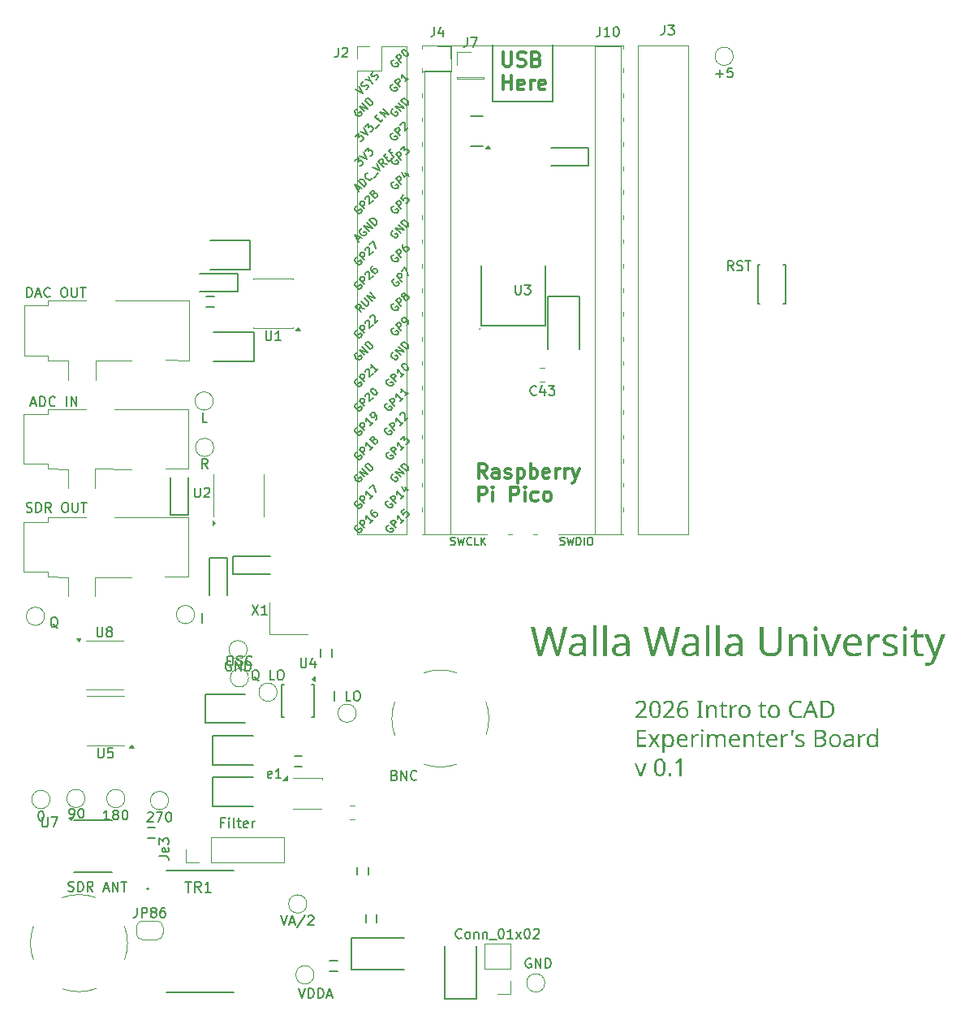
<source format=gbr>
%TF.GenerationSoftware,KiCad,Pcbnew,9.0.7-9.0.7~ubuntu24.04.1*%
%TF.CreationDate,2026-02-03T19:31:40-08:00*%
%TF.ProjectId,Frohne,46726f68-6e65-42e6-9b69-6361645f7063,rev?*%
%TF.SameCoordinates,Original*%
%TF.FileFunction,Legend,Top*%
%TF.FilePolarity,Positive*%
%FSLAX46Y46*%
G04 Gerber Fmt 4.6, Leading zero omitted, Abs format (unit mm)*
G04 Created by KiCad (PCBNEW 9.0.7-9.0.7~ubuntu24.04.1) date 2026-02-03 19:31:40*
%MOMM*%
%LPD*%
G01*
G04 APERTURE LIST*
%ADD10C,0.150000*%
%ADD11C,0.300000*%
%ADD12C,0.200000*%
%ADD13C,0.127000*%
%ADD14C,0.120000*%
G04 APERTURE END LIST*
D10*
X156410000Y-37080000D02*
X156430000Y-31140000D01*
X150120000Y-31180000D02*
X150150000Y-37080000D01*
X150150000Y-37080000D02*
X156410000Y-37080000D01*
D11*
X149531653Y-76335912D02*
X149031653Y-75621626D01*
X148674510Y-76335912D02*
X148674510Y-74835912D01*
X148674510Y-74835912D02*
X149245939Y-74835912D01*
X149245939Y-74835912D02*
X149388796Y-74907341D01*
X149388796Y-74907341D02*
X149460225Y-74978769D01*
X149460225Y-74978769D02*
X149531653Y-75121626D01*
X149531653Y-75121626D02*
X149531653Y-75335912D01*
X149531653Y-75335912D02*
X149460225Y-75478769D01*
X149460225Y-75478769D02*
X149388796Y-75550198D01*
X149388796Y-75550198D02*
X149245939Y-75621626D01*
X149245939Y-75621626D02*
X148674510Y-75621626D01*
X150817368Y-76335912D02*
X150817368Y-75550198D01*
X150817368Y-75550198D02*
X150745939Y-75407341D01*
X150745939Y-75407341D02*
X150603082Y-75335912D01*
X150603082Y-75335912D02*
X150317368Y-75335912D01*
X150317368Y-75335912D02*
X150174510Y-75407341D01*
X150817368Y-76264484D02*
X150674510Y-76335912D01*
X150674510Y-76335912D02*
X150317368Y-76335912D01*
X150317368Y-76335912D02*
X150174510Y-76264484D01*
X150174510Y-76264484D02*
X150103082Y-76121626D01*
X150103082Y-76121626D02*
X150103082Y-75978769D01*
X150103082Y-75978769D02*
X150174510Y-75835912D01*
X150174510Y-75835912D02*
X150317368Y-75764484D01*
X150317368Y-75764484D02*
X150674510Y-75764484D01*
X150674510Y-75764484D02*
X150817368Y-75693055D01*
X151460225Y-76264484D02*
X151603082Y-76335912D01*
X151603082Y-76335912D02*
X151888796Y-76335912D01*
X151888796Y-76335912D02*
X152031653Y-76264484D01*
X152031653Y-76264484D02*
X152103082Y-76121626D01*
X152103082Y-76121626D02*
X152103082Y-76050198D01*
X152103082Y-76050198D02*
X152031653Y-75907341D01*
X152031653Y-75907341D02*
X151888796Y-75835912D01*
X151888796Y-75835912D02*
X151674511Y-75835912D01*
X151674511Y-75835912D02*
X151531653Y-75764484D01*
X151531653Y-75764484D02*
X151460225Y-75621626D01*
X151460225Y-75621626D02*
X151460225Y-75550198D01*
X151460225Y-75550198D02*
X151531653Y-75407341D01*
X151531653Y-75407341D02*
X151674511Y-75335912D01*
X151674511Y-75335912D02*
X151888796Y-75335912D01*
X151888796Y-75335912D02*
X152031653Y-75407341D01*
X152745939Y-75335912D02*
X152745939Y-76835912D01*
X152745939Y-75407341D02*
X152888797Y-75335912D01*
X152888797Y-75335912D02*
X153174511Y-75335912D01*
X153174511Y-75335912D02*
X153317368Y-75407341D01*
X153317368Y-75407341D02*
X153388797Y-75478769D01*
X153388797Y-75478769D02*
X153460225Y-75621626D01*
X153460225Y-75621626D02*
X153460225Y-76050198D01*
X153460225Y-76050198D02*
X153388797Y-76193055D01*
X153388797Y-76193055D02*
X153317368Y-76264484D01*
X153317368Y-76264484D02*
X153174511Y-76335912D01*
X153174511Y-76335912D02*
X152888797Y-76335912D01*
X152888797Y-76335912D02*
X152745939Y-76264484D01*
X154103082Y-76335912D02*
X154103082Y-74835912D01*
X154103082Y-75407341D02*
X154245940Y-75335912D01*
X154245940Y-75335912D02*
X154531654Y-75335912D01*
X154531654Y-75335912D02*
X154674511Y-75407341D01*
X154674511Y-75407341D02*
X154745940Y-75478769D01*
X154745940Y-75478769D02*
X154817368Y-75621626D01*
X154817368Y-75621626D02*
X154817368Y-76050198D01*
X154817368Y-76050198D02*
X154745940Y-76193055D01*
X154745940Y-76193055D02*
X154674511Y-76264484D01*
X154674511Y-76264484D02*
X154531654Y-76335912D01*
X154531654Y-76335912D02*
X154245940Y-76335912D01*
X154245940Y-76335912D02*
X154103082Y-76264484D01*
X156031654Y-76264484D02*
X155888797Y-76335912D01*
X155888797Y-76335912D02*
X155603083Y-76335912D01*
X155603083Y-76335912D02*
X155460225Y-76264484D01*
X155460225Y-76264484D02*
X155388797Y-76121626D01*
X155388797Y-76121626D02*
X155388797Y-75550198D01*
X155388797Y-75550198D02*
X155460225Y-75407341D01*
X155460225Y-75407341D02*
X155603083Y-75335912D01*
X155603083Y-75335912D02*
X155888797Y-75335912D01*
X155888797Y-75335912D02*
X156031654Y-75407341D01*
X156031654Y-75407341D02*
X156103083Y-75550198D01*
X156103083Y-75550198D02*
X156103083Y-75693055D01*
X156103083Y-75693055D02*
X155388797Y-75835912D01*
X156745939Y-76335912D02*
X156745939Y-75335912D01*
X156745939Y-75621626D02*
X156817368Y-75478769D01*
X156817368Y-75478769D02*
X156888797Y-75407341D01*
X156888797Y-75407341D02*
X157031654Y-75335912D01*
X157031654Y-75335912D02*
X157174511Y-75335912D01*
X157674510Y-76335912D02*
X157674510Y-75335912D01*
X157674510Y-75621626D02*
X157745939Y-75478769D01*
X157745939Y-75478769D02*
X157817368Y-75407341D01*
X157817368Y-75407341D02*
X157960225Y-75335912D01*
X157960225Y-75335912D02*
X158103082Y-75335912D01*
X158460224Y-75335912D02*
X158817367Y-76335912D01*
X159174510Y-75335912D02*
X158817367Y-76335912D01*
X158817367Y-76335912D02*
X158674510Y-76693055D01*
X158674510Y-76693055D02*
X158603081Y-76764484D01*
X158603081Y-76764484D02*
X158460224Y-76835912D01*
X148674510Y-78750828D02*
X148674510Y-77250828D01*
X148674510Y-77250828D02*
X149245939Y-77250828D01*
X149245939Y-77250828D02*
X149388796Y-77322257D01*
X149388796Y-77322257D02*
X149460225Y-77393685D01*
X149460225Y-77393685D02*
X149531653Y-77536542D01*
X149531653Y-77536542D02*
X149531653Y-77750828D01*
X149531653Y-77750828D02*
X149460225Y-77893685D01*
X149460225Y-77893685D02*
X149388796Y-77965114D01*
X149388796Y-77965114D02*
X149245939Y-78036542D01*
X149245939Y-78036542D02*
X148674510Y-78036542D01*
X150174510Y-78750828D02*
X150174510Y-77750828D01*
X150174510Y-77250828D02*
X150103082Y-77322257D01*
X150103082Y-77322257D02*
X150174510Y-77393685D01*
X150174510Y-77393685D02*
X150245939Y-77322257D01*
X150245939Y-77322257D02*
X150174510Y-77250828D01*
X150174510Y-77250828D02*
X150174510Y-77393685D01*
X152031653Y-78750828D02*
X152031653Y-77250828D01*
X152031653Y-77250828D02*
X152603082Y-77250828D01*
X152603082Y-77250828D02*
X152745939Y-77322257D01*
X152745939Y-77322257D02*
X152817368Y-77393685D01*
X152817368Y-77393685D02*
X152888796Y-77536542D01*
X152888796Y-77536542D02*
X152888796Y-77750828D01*
X152888796Y-77750828D02*
X152817368Y-77893685D01*
X152817368Y-77893685D02*
X152745939Y-77965114D01*
X152745939Y-77965114D02*
X152603082Y-78036542D01*
X152603082Y-78036542D02*
X152031653Y-78036542D01*
X153531653Y-78750828D02*
X153531653Y-77750828D01*
X153531653Y-77250828D02*
X153460225Y-77322257D01*
X153460225Y-77322257D02*
X153531653Y-77393685D01*
X153531653Y-77393685D02*
X153603082Y-77322257D01*
X153603082Y-77322257D02*
X153531653Y-77250828D01*
X153531653Y-77250828D02*
X153531653Y-77393685D01*
X154888797Y-78679400D02*
X154745939Y-78750828D01*
X154745939Y-78750828D02*
X154460225Y-78750828D01*
X154460225Y-78750828D02*
X154317368Y-78679400D01*
X154317368Y-78679400D02*
X154245939Y-78607971D01*
X154245939Y-78607971D02*
X154174511Y-78465114D01*
X154174511Y-78465114D02*
X154174511Y-78036542D01*
X154174511Y-78036542D02*
X154245939Y-77893685D01*
X154245939Y-77893685D02*
X154317368Y-77822257D01*
X154317368Y-77822257D02*
X154460225Y-77750828D01*
X154460225Y-77750828D02*
X154745939Y-77750828D01*
X154745939Y-77750828D02*
X154888797Y-77822257D01*
X155745939Y-78750828D02*
X155603082Y-78679400D01*
X155603082Y-78679400D02*
X155531653Y-78607971D01*
X155531653Y-78607971D02*
X155460225Y-78465114D01*
X155460225Y-78465114D02*
X155460225Y-78036542D01*
X155460225Y-78036542D02*
X155531653Y-77893685D01*
X155531653Y-77893685D02*
X155603082Y-77822257D01*
X155603082Y-77822257D02*
X155745939Y-77750828D01*
X155745939Y-77750828D02*
X155960225Y-77750828D01*
X155960225Y-77750828D02*
X156103082Y-77822257D01*
X156103082Y-77822257D02*
X156174511Y-77893685D01*
X156174511Y-77893685D02*
X156245939Y-78036542D01*
X156245939Y-78036542D02*
X156245939Y-78465114D01*
X156245939Y-78465114D02*
X156174511Y-78607971D01*
X156174511Y-78607971D02*
X156103082Y-78679400D01*
X156103082Y-78679400D02*
X155960225Y-78750828D01*
X155960225Y-78750828D02*
X155745939Y-78750828D01*
D12*
G36*
X166250448Y-101336000D02*
G01*
X165061010Y-101336000D01*
X165061010Y-101152011D01*
X165532191Y-100675774D01*
X165761461Y-100433864D01*
X165845445Y-100325957D01*
X165902585Y-100226026D01*
X165938318Y-100120154D01*
X165950505Y-100002910D01*
X165939711Y-99907687D01*
X165909887Y-99834226D01*
X165862248Y-99777376D01*
X165799522Y-99735635D01*
X165724213Y-99709729D01*
X165632978Y-99700549D01*
X165507227Y-99712415D01*
X165402388Y-99745942D01*
X165304331Y-99798603D01*
X165199605Y-99871898D01*
X165081123Y-99723191D01*
X165193505Y-99642453D01*
X165324242Y-99573274D01*
X165417667Y-99539499D01*
X165520080Y-99518686D01*
X165632978Y-99511505D01*
X165759017Y-99520428D01*
X165865298Y-99545531D01*
X165955138Y-99585145D01*
X166031179Y-99638780D01*
X166094206Y-99707201D01*
X166139399Y-99786931D01*
X166167473Y-99880216D01*
X166177358Y-99990270D01*
X166170818Y-100083043D01*
X166151471Y-100170938D01*
X166119326Y-100254932D01*
X166051558Y-100375181D01*
X165958089Y-100498161D01*
X165849162Y-100618552D01*
X165716179Y-100753920D01*
X165340729Y-101124314D01*
X165340729Y-101134426D01*
X166250448Y-101134426D01*
X166250448Y-101336000D01*
G37*
G36*
X167216975Y-99519390D02*
G01*
X167318681Y-99549087D01*
X167406679Y-99597035D01*
X167483226Y-99663945D01*
X167549466Y-99752207D01*
X167610015Y-99874406D01*
X167656649Y-100024964D01*
X167687129Y-100209362D01*
X167698173Y-100433864D01*
X167690742Y-100626974D01*
X167669941Y-100791662D01*
X167637723Y-100931533D01*
X167587168Y-101064354D01*
X167523113Y-101169099D01*
X167446151Y-101250380D01*
X167378110Y-101297298D01*
X167298934Y-101331775D01*
X167206561Y-101353493D01*
X167098398Y-101361169D01*
X166978826Y-101350605D01*
X166876877Y-101320547D01*
X166789221Y-101272112D01*
X166713498Y-101204591D01*
X166648539Y-101115521D01*
X166589493Y-100992223D01*
X166544054Y-100841123D01*
X166514403Y-100656989D01*
X166503679Y-100433864D01*
X166725476Y-100433864D01*
X166737006Y-100682186D01*
X166767037Y-100861890D01*
X166809886Y-100988247D01*
X166860718Y-101070116D01*
X166924051Y-101126130D01*
X167001791Y-101160190D01*
X167098398Y-101172235D01*
X167193837Y-101160345D01*
X167271333Y-101126607D01*
X167335118Y-101070968D01*
X167387020Y-100989565D01*
X167421124Y-100899742D01*
X167448548Y-100781514D01*
X167467083Y-100628570D01*
X167473958Y-100433864D01*
X167467127Y-100242032D01*
X167448660Y-100090440D01*
X167421245Y-99972424D01*
X167387020Y-99882010D01*
X167335040Y-99799927D01*
X167271213Y-99743903D01*
X167193742Y-99709971D01*
X167098398Y-99698021D01*
X167001791Y-99710066D01*
X166924051Y-99744126D01*
X166860718Y-99800140D01*
X166809886Y-99882010D01*
X166766996Y-100008263D01*
X166736984Y-100187223D01*
X166725476Y-100433864D01*
X166503679Y-100433864D01*
X166511004Y-100238861D01*
X166531429Y-100073830D01*
X166562920Y-99934876D01*
X166612754Y-99802998D01*
X166676364Y-99699140D01*
X166753173Y-99618667D01*
X166821229Y-99572148D01*
X166900050Y-99538014D01*
X166991613Y-99516551D01*
X167098398Y-99508978D01*
X167216975Y-99519390D01*
G37*
G36*
X169130950Y-101336000D02*
G01*
X167941512Y-101336000D01*
X167941512Y-101152011D01*
X168412693Y-100675774D01*
X168641964Y-100433864D01*
X168725947Y-100325957D01*
X168783087Y-100226026D01*
X168818821Y-100120154D01*
X168831008Y-100002910D01*
X168820213Y-99907687D01*
X168790390Y-99834226D01*
X168742751Y-99777376D01*
X168680025Y-99735635D01*
X168604715Y-99709729D01*
X168513480Y-99700549D01*
X168387729Y-99712415D01*
X168282890Y-99745942D01*
X168184833Y-99798603D01*
X168080108Y-99871898D01*
X167961625Y-99723191D01*
X168074007Y-99642453D01*
X168204745Y-99573274D01*
X168298170Y-99539499D01*
X168400582Y-99518686D01*
X168513480Y-99511505D01*
X168639520Y-99520428D01*
X168745801Y-99545531D01*
X168835641Y-99585145D01*
X168911681Y-99638780D01*
X168974708Y-99707201D01*
X169019902Y-99786931D01*
X169047976Y-99880216D01*
X169057861Y-99990270D01*
X169051320Y-100083043D01*
X169031973Y-100170938D01*
X168999829Y-100254932D01*
X168932061Y-100375181D01*
X168838592Y-100498161D01*
X168729664Y-100618552D01*
X168596681Y-100753920D01*
X168221231Y-101124314D01*
X168221231Y-101134426D01*
X169130950Y-101134426D01*
X169130950Y-101336000D01*
G37*
G36*
X170340502Y-99516561D02*
G01*
X170445136Y-99534147D01*
X170445136Y-99723191D01*
X170343030Y-99700549D01*
X170228394Y-99692966D01*
X170113517Y-99700109D01*
X170017965Y-99720018D01*
X169938564Y-99750998D01*
X169865869Y-99795038D01*
X169805403Y-99847787D01*
X169755894Y-99909707D01*
X169698912Y-100016533D01*
X169658845Y-100141505D01*
X169634550Y-100275150D01*
X169621146Y-100421225D01*
X169636203Y-100421225D01*
X169704244Y-100340895D01*
X169797550Y-100271308D01*
X169869011Y-100238306D01*
X169956054Y-100217149D01*
X170062102Y-100209539D01*
X170177615Y-100219132D01*
X170277352Y-100246520D01*
X170364142Y-100290666D01*
X170440080Y-100351982D01*
X170500722Y-100427146D01*
X170545331Y-100517412D01*
X170573629Y-100625841D01*
X170583731Y-100756448D01*
X170572962Y-100896802D01*
X170542610Y-101015065D01*
X170494474Y-101115115D01*
X170428759Y-101199932D01*
X170346437Y-101269233D01*
X170251318Y-101319178D01*
X170140902Y-101350247D01*
X170011763Y-101361169D01*
X169899910Y-101351441D01*
X169797194Y-101322900D01*
X169701709Y-101275549D01*
X169617736Y-101210367D01*
X169544337Y-101124137D01*
X169481231Y-101013416D01*
X169437760Y-100892995D01*
X169409543Y-100746059D01*
X169407690Y-100713583D01*
X169623674Y-100713583D01*
X169634200Y-100820831D01*
X169666428Y-100929115D01*
X169700129Y-100996911D01*
X169742827Y-101055375D01*
X169794912Y-101105520D01*
X169855372Y-101143311D01*
X169925951Y-101166593D01*
X170009235Y-101174763D01*
X170110690Y-101162828D01*
X170195045Y-101128768D01*
X170266203Y-101072657D01*
X170306502Y-101019259D01*
X170337124Y-100951154D01*
X170357145Y-100864958D01*
X170364462Y-100756448D01*
X170353843Y-100645232D01*
X170324308Y-100556039D01*
X170277524Y-100484203D01*
X170212988Y-100430023D01*
X170128183Y-100395863D01*
X170016709Y-100383416D01*
X169903819Y-100396190D01*
X169810080Y-100432545D01*
X169730733Y-100489166D01*
X169672803Y-100557292D01*
X169635616Y-100635262D01*
X169623674Y-100713583D01*
X169407690Y-100713583D01*
X169399349Y-100567404D01*
X169407873Y-100374599D01*
X169433311Y-100185689D01*
X169462658Y-100062802D01*
X169503899Y-99949727D01*
X169556849Y-99845410D01*
X169624093Y-99751079D01*
X169707121Y-99670346D01*
X169807552Y-99602290D01*
X169918790Y-99553989D01*
X170055538Y-99522784D01*
X170223339Y-99511505D01*
X170340502Y-99516561D01*
G37*
G36*
X172106195Y-101336000D02*
G01*
X171455971Y-101336000D01*
X171455971Y-101204988D01*
X171667657Y-101157067D01*
X171667657Y-99718135D01*
X171455971Y-99667796D01*
X171455971Y-99536675D01*
X172106195Y-99536675D01*
X172106195Y-99667796D01*
X171894509Y-99718135D01*
X171894509Y-101157067D01*
X172106195Y-101204988D01*
X172106195Y-101336000D01*
G37*
G36*
X173072407Y-99960045D02*
G01*
X173194251Y-99968572D01*
X173293108Y-99992147D01*
X173373165Y-100028661D01*
X173437745Y-100077318D01*
X173488270Y-100139245D01*
X173526725Y-100219857D01*
X173551993Y-100323689D01*
X173561284Y-100456505D01*
X173561284Y-101336000D01*
X173342124Y-101336000D01*
X173342124Y-100471673D01*
X173332222Y-100364668D01*
X173305561Y-100284902D01*
X173264705Y-100225925D01*
X173209293Y-100183552D01*
X173136116Y-100156486D01*
X173039654Y-100146561D01*
X172927350Y-100155995D01*
X172841953Y-100181503D01*
X172777483Y-100220475D01*
X172729710Y-100272627D01*
X172685015Y-100360942D01*
X172655212Y-100479117D01*
X172644091Y-100635438D01*
X172644091Y-101336000D01*
X172422294Y-101336000D01*
X172422294Y-99985324D01*
X172601226Y-99985324D01*
X172633979Y-100169203D01*
X172646509Y-100169203D01*
X172695844Y-100104650D01*
X172755906Y-100052453D01*
X172827969Y-100011703D01*
X172946876Y-99972997D01*
X173072407Y-99960045D01*
G37*
G36*
X174429677Y-101179709D02*
G01*
X174532991Y-101170916D01*
X174618721Y-101152011D01*
X174618721Y-101320832D01*
X174579293Y-101335927D01*
X174517824Y-101349848D01*
X174391868Y-101361169D01*
X174289031Y-101351842D01*
X174196559Y-101324679D01*
X174141327Y-101294716D01*
X174093240Y-101252793D01*
X174051589Y-101197404D01*
X174022646Y-101134382D01*
X174003362Y-101051275D01*
X173996195Y-100942854D01*
X173996195Y-100156673D01*
X173804733Y-100156673D01*
X173804733Y-100050830D01*
X173998722Y-99962573D01*
X174086980Y-99675270D01*
X174217991Y-99675270D01*
X174217991Y-99985324D01*
X174608609Y-99985324D01*
X174608609Y-100156673D01*
X174217991Y-100156673D01*
X174217991Y-100937798D01*
X174225594Y-101018058D01*
X174245996Y-101077280D01*
X174277233Y-101120577D01*
X174319902Y-101153092D01*
X174369993Y-101172816D01*
X174429677Y-101179709D01*
G37*
G36*
X175517779Y-99960045D02*
G01*
X175599661Y-99963892D01*
X175676488Y-99975213D01*
X175648790Y-100179314D01*
X175576910Y-100166785D01*
X175502611Y-100161729D01*
X175435327Y-100167992D01*
X175370976Y-100186717D01*
X175308511Y-100218442D01*
X175252660Y-100260737D01*
X175204511Y-100313245D01*
X175163651Y-100377151D01*
X175134221Y-100447036D01*
X175115947Y-100525867D01*
X175109576Y-100615324D01*
X175109576Y-101336000D01*
X174887779Y-101336000D01*
X174887779Y-99985324D01*
X175069239Y-99985324D01*
X175094408Y-100232290D01*
X175104520Y-100232290D01*
X175179299Y-100129152D01*
X175273340Y-100040719D01*
X175345772Y-99996200D01*
X175426490Y-99969306D01*
X175517779Y-99960045D01*
G37*
G36*
X176550109Y-99969591D02*
G01*
X176657275Y-99997162D01*
X176753489Y-100042038D01*
X176839327Y-100104119D01*
X176912146Y-100182416D01*
X176972758Y-100278892D01*
X177015388Y-100385065D01*
X177042480Y-100510251D01*
X177052112Y-100658079D01*
X177040034Y-100825977D01*
X177006276Y-100965324D01*
X176953340Y-101081115D01*
X176881973Y-101177290D01*
X176791230Y-101256519D01*
X176686373Y-101313426D01*
X176564627Y-101348757D01*
X176422112Y-101361169D01*
X176305074Y-101351724D01*
X176199477Y-101324275D01*
X176103265Y-101279286D01*
X176017568Y-101217129D01*
X175944317Y-101138048D01*
X175882787Y-101039904D01*
X175839406Y-100932032D01*
X175811950Y-100805901D01*
X175802224Y-100658079D01*
X176031495Y-100658079D01*
X176043386Y-100815446D01*
X176075940Y-100939705D01*
X176126017Y-101037486D01*
X176178743Y-101097322D01*
X176244449Y-101140392D01*
X176325854Y-101167541D01*
X176427168Y-101177290D01*
X176527092Y-101167607D01*
X176607938Y-101140555D01*
X176673714Y-101097489D01*
X176727001Y-101037486D01*
X176777814Y-100939606D01*
X176810800Y-100815347D01*
X176822841Y-100658079D01*
X176810719Y-100500877D01*
X176777673Y-100378095D01*
X176727001Y-100282629D01*
X176673961Y-100224564D01*
X176607952Y-100182601D01*
X176526227Y-100156088D01*
X176424640Y-100146561D01*
X176323027Y-100156128D01*
X176241787Y-100182687D01*
X176176621Y-100224636D01*
X176124698Y-100282629D01*
X176075497Y-100377894D01*
X176043316Y-100500674D01*
X176031495Y-100658079D01*
X175802224Y-100658079D01*
X175814260Y-100490076D01*
X175847833Y-100351224D01*
X175900365Y-100236386D01*
X175971045Y-100141505D01*
X176061058Y-100063463D01*
X176165438Y-100007286D01*
X176287009Y-99972340D01*
X176429696Y-99960045D01*
X176550109Y-99969591D01*
G37*
G36*
X178505992Y-101179709D02*
G01*
X178609307Y-101170916D01*
X178695036Y-101152011D01*
X178695036Y-101320832D01*
X178655609Y-101335927D01*
X178594139Y-101349848D01*
X178468183Y-101361169D01*
X178365346Y-101351842D01*
X178272875Y-101324679D01*
X178217643Y-101294716D01*
X178169556Y-101252793D01*
X178127904Y-101197404D01*
X178098961Y-101134382D01*
X178079677Y-101051275D01*
X178072510Y-100942854D01*
X178072510Y-100156673D01*
X177881048Y-100156673D01*
X177881048Y-100050830D01*
X178075038Y-99962573D01*
X178163295Y-99675270D01*
X178294307Y-99675270D01*
X178294307Y-99985324D01*
X178684924Y-99985324D01*
X178684924Y-100156673D01*
X178294307Y-100156673D01*
X178294307Y-100937798D01*
X178301909Y-101018058D01*
X178322312Y-101077280D01*
X178353548Y-101120577D01*
X178396217Y-101153092D01*
X178446309Y-101172816D01*
X178505992Y-101179709D01*
G37*
G36*
X179636361Y-99969591D02*
G01*
X179743528Y-99997162D01*
X179839741Y-100042038D01*
X179925580Y-100104119D01*
X179998398Y-100182416D01*
X180059010Y-100278892D01*
X180101641Y-100385065D01*
X180128733Y-100510251D01*
X180138365Y-100658079D01*
X180126286Y-100825977D01*
X180092529Y-100965324D01*
X180039592Y-101081115D01*
X179968225Y-101177290D01*
X179877482Y-101256519D01*
X179772626Y-101313426D01*
X179650880Y-101348757D01*
X179508365Y-101361169D01*
X179391327Y-101351724D01*
X179285729Y-101324275D01*
X179189518Y-101279286D01*
X179103821Y-101217129D01*
X179030570Y-101138048D01*
X178969040Y-101039904D01*
X178925659Y-100932032D01*
X178898203Y-100805901D01*
X178888476Y-100658079D01*
X179117747Y-100658079D01*
X179129639Y-100815446D01*
X179162192Y-100939705D01*
X179212269Y-101037486D01*
X179264996Y-101097322D01*
X179330702Y-101140392D01*
X179412107Y-101167541D01*
X179513421Y-101177290D01*
X179613345Y-101167607D01*
X179694191Y-101140555D01*
X179759967Y-101097489D01*
X179813253Y-101037486D01*
X179864067Y-100939606D01*
X179897053Y-100815347D01*
X179909094Y-100658079D01*
X179896972Y-100500877D01*
X179863925Y-100378095D01*
X179813253Y-100282629D01*
X179760214Y-100224564D01*
X179694205Y-100182601D01*
X179612479Y-100156088D01*
X179510893Y-100146561D01*
X179409280Y-100156128D01*
X179328039Y-100182687D01*
X179262873Y-100224636D01*
X179210950Y-100282629D01*
X179161749Y-100377894D01*
X179129569Y-100500674D01*
X179117747Y-100658079D01*
X178888476Y-100658079D01*
X178900513Y-100490076D01*
X178934086Y-100351224D01*
X178986618Y-100236386D01*
X179057297Y-100141505D01*
X179147311Y-100063463D01*
X179251690Y-100007286D01*
X179373262Y-99972340D01*
X179515949Y-99960045D01*
X179636361Y-99969591D01*
G37*
G36*
X181942526Y-99710551D02*
G01*
X181800619Y-99723584D01*
X181679813Y-99760696D01*
X181576013Y-99820663D01*
X181486402Y-99904651D01*
X181416540Y-100005362D01*
X181364755Y-100124980D01*
X181331837Y-100267145D01*
X181320109Y-100436392D01*
X181331087Y-100604869D01*
X181361885Y-100746685D01*
X181410210Y-100866154D01*
X181475081Y-100966814D01*
X181541107Y-101035297D01*
X181618565Y-101088913D01*
X181709134Y-101128387D01*
X181815258Y-101153302D01*
X181939998Y-101162123D01*
X182056647Y-101156975D01*
X182164323Y-101142010D01*
X182370952Y-101091561D01*
X182370952Y-101288079D01*
X182268680Y-101320803D01*
X182163004Y-101343473D01*
X182050812Y-101356371D01*
X181907245Y-101361169D01*
X181769217Y-101353351D01*
X181648258Y-101331080D01*
X181542049Y-101295683D01*
X181448593Y-101247852D01*
X181362732Y-101185483D01*
X181288562Y-101111611D01*
X181225278Y-101025342D01*
X181172611Y-100925269D01*
X181122965Y-100782994D01*
X181091712Y-100620311D01*
X181080727Y-100433864D01*
X181092440Y-100254649D01*
X181126081Y-100095611D01*
X181180195Y-99953780D01*
X181236399Y-99854707D01*
X181303690Y-99768181D01*
X181382501Y-99693062D01*
X181473763Y-99628669D01*
X181572434Y-99578881D01*
X181682661Y-99542304D01*
X181806189Y-99519467D01*
X181945054Y-99511505D01*
X182132498Y-99524054D01*
X182296813Y-99559917D01*
X182441514Y-99617348D01*
X182350729Y-99808920D01*
X182264757Y-99773697D01*
X182165532Y-99740886D01*
X182060562Y-99718379D01*
X181942526Y-99710551D01*
G37*
G36*
X184126203Y-101336000D02*
G01*
X183891877Y-101336000D01*
X183675136Y-100779089D01*
X182961934Y-100779089D01*
X182747721Y-101336000D01*
X182518450Y-101336000D01*
X182813603Y-100577516D01*
X183037552Y-100577516D01*
X183607102Y-100577516D01*
X183405528Y-100033135D01*
X183380249Y-99960155D01*
X183346287Y-99850466D01*
X183319799Y-99763527D01*
X183279462Y-99915972D01*
X183241653Y-100033135D01*
X183037552Y-100577516D01*
X182813603Y-100577516D01*
X183221540Y-99529201D01*
X183425642Y-99529201D01*
X184126203Y-101336000D01*
G37*
G36*
X185105481Y-99548693D02*
G01*
X185261346Y-99582928D01*
X185397524Y-99637571D01*
X185491895Y-99694202D01*
X185573970Y-99761976D01*
X185644826Y-99841443D01*
X185705050Y-99933667D01*
X185750590Y-100032190D01*
X185784489Y-100144455D01*
X185805895Y-100272511D01*
X185813421Y-100418697D01*
X185801915Y-100604620D01*
X185769564Y-100762262D01*
X185718759Y-100895989D01*
X185650662Y-101009452D01*
X185565136Y-101105410D01*
X185463115Y-101185144D01*
X185345546Y-101248585D01*
X185210121Y-101295706D01*
X185053910Y-101325493D01*
X184873476Y-101336000D01*
X184371960Y-101336000D01*
X184371960Y-101142010D01*
X184598813Y-101142010D01*
X184843251Y-101142010D01*
X185009261Y-101131550D01*
X185146426Y-101102465D01*
X185259552Y-101057314D01*
X185352615Y-100997362D01*
X185428553Y-100922486D01*
X185489059Y-100831187D01*
X185534437Y-100720720D01*
X185563578Y-100587294D01*
X185574038Y-100426280D01*
X185565496Y-100277526D01*
X185541737Y-100154051D01*
X185504944Y-100051849D01*
X185456381Y-99967513D01*
X185396315Y-99898386D01*
X185303265Y-99828006D01*
X185191195Y-99775877D01*
X185056270Y-99742658D01*
X184893590Y-99730774D01*
X184598813Y-99730774D01*
X184598813Y-101142010D01*
X184371960Y-101142010D01*
X184371960Y-99536675D01*
X184926343Y-99536675D01*
X185105481Y-99548693D01*
G37*
G36*
X166189888Y-104360000D02*
G01*
X165184438Y-104360000D01*
X165184438Y-102560675D01*
X166189888Y-102560675D01*
X166189888Y-102759830D01*
X165411290Y-102759830D01*
X165411290Y-103321796D01*
X166144605Y-103321796D01*
X166144605Y-103518314D01*
X165411290Y-103518314D01*
X165411290Y-104160954D01*
X166189888Y-104160954D01*
X166189888Y-104360000D01*
G37*
G36*
X166874073Y-103669549D02*
G01*
X166407838Y-103009324D01*
X166659860Y-103009324D01*
X167007613Y-103518314D01*
X167352838Y-103009324D01*
X167602332Y-103009324D01*
X167136097Y-103669549D01*
X167627501Y-104360000D01*
X167375479Y-104360000D01*
X167007613Y-103820675D01*
X166634691Y-104360000D01*
X166385197Y-104360000D01*
X166874073Y-103669549D01*
G37*
G36*
X168651217Y-102995490D02*
G01*
X168756772Y-103028379D01*
X168849470Y-103082062D01*
X168931465Y-103157922D01*
X168993958Y-103247947D01*
X169041569Y-103361617D01*
X169072679Y-103504187D01*
X169084019Y-103682079D01*
X169072819Y-103857001D01*
X169041916Y-103998994D01*
X168994312Y-104113858D01*
X168931465Y-104206346D01*
X168849178Y-104284466D01*
X168756000Y-104339642D01*
X168649737Y-104373415D01*
X168527109Y-104385169D01*
X168424272Y-104377915D01*
X168339178Y-104357681D01*
X168268712Y-104326038D01*
X168175800Y-104260400D01*
X168108794Y-104188651D01*
X168093627Y-104188651D01*
X168103738Y-104297021D01*
X168108794Y-104410448D01*
X168108794Y-104964830D01*
X167886997Y-104964830D01*
X167886997Y-103639324D01*
X168108794Y-103639324D01*
X168108794Y-103682079D01*
X168119479Y-103847375D01*
X168148069Y-103972679D01*
X168190676Y-104066432D01*
X168237324Y-104122759D01*
X168300457Y-104164322D01*
X168384120Y-104191327D01*
X168494356Y-104201290D01*
X168574134Y-104193223D01*
X168640818Y-104170334D01*
X168697138Y-104133257D01*
X168744457Y-104083788D01*
X168783947Y-104022655D01*
X168815511Y-103947950D01*
X168844346Y-103825723D01*
X168854638Y-103679551D01*
X168843424Y-103527103D01*
X168812632Y-103405648D01*
X168765172Y-103309157D01*
X168714860Y-103248961D01*
X168653757Y-103206371D01*
X168579745Y-103179945D01*
X168489300Y-103170561D01*
X168385904Y-103179144D01*
X168306045Y-103202500D01*
X168244669Y-103238381D01*
X168198150Y-103286516D01*
X168154064Y-103368417D01*
X168122940Y-103482766D01*
X168108794Y-103639324D01*
X167886997Y-103639324D01*
X167886997Y-103009324D01*
X168068457Y-103009324D01*
X168098682Y-103193203D01*
X168108794Y-103193203D01*
X168177956Y-103112674D01*
X168267503Y-103044605D01*
X168335698Y-103012538D01*
X168421668Y-102991660D01*
X168529637Y-102984045D01*
X168651217Y-102995490D01*
G37*
G36*
X170071741Y-102992997D02*
G01*
X170170410Y-103018554D01*
X170256531Y-103059663D01*
X170332925Y-103116643D01*
X170396461Y-103187116D01*
X170447993Y-103272667D01*
X170484243Y-103366397D01*
X170506893Y-103472747D01*
X170514818Y-103593932D01*
X170514818Y-103727472D01*
X169589931Y-103727472D01*
X169600372Y-103842789D01*
X169624387Y-103937076D01*
X169660187Y-104014015D01*
X169707095Y-104076543D01*
X169766809Y-104127578D01*
X169837430Y-104164674D01*
X169921136Y-104187973D01*
X170020886Y-104196235D01*
X170145603Y-104189881D01*
X170248948Y-104172274D01*
X170348558Y-104143473D01*
X170454368Y-104102922D01*
X170454368Y-104297021D01*
X170350536Y-104336771D01*
X170250266Y-104363736D01*
X170144699Y-104379380D01*
X170010774Y-104385169D01*
X169885079Y-104376060D01*
X169772808Y-104349769D01*
X169671814Y-104307133D01*
X169581248Y-104246842D01*
X169505202Y-104169780D01*
X169442543Y-104074016D01*
X169398509Y-103967686D01*
X169370580Y-103842474D01*
X169360661Y-103694719D01*
X169369450Y-103551067D01*
X169594987Y-103551067D01*
X170283019Y-103551067D01*
X170272034Y-103439245D01*
X170244606Y-103347741D01*
X170202346Y-103272667D01*
X170159309Y-103227155D01*
X170105528Y-103194069D01*
X170038686Y-103173070D01*
X169955380Y-103165505D01*
X169854110Y-103177581D01*
X169772018Y-103211726D01*
X169704677Y-103267611D01*
X169653626Y-103340620D01*
X169616551Y-103433515D01*
X169594987Y-103551067D01*
X169369450Y-103551067D01*
X169369621Y-103548280D01*
X169394952Y-103422475D01*
X169434959Y-103314213D01*
X169492439Y-103214810D01*
X169561957Y-103134061D01*
X169644117Y-103069774D01*
X169737341Y-103022753D01*
X169841139Y-102993989D01*
X169957908Y-102984045D01*
X170071741Y-102992997D01*
G37*
G36*
X171487185Y-102984045D02*
G01*
X171569068Y-102987892D01*
X171645894Y-102999213D01*
X171618197Y-103203314D01*
X171546317Y-103190785D01*
X171472018Y-103185729D01*
X171404733Y-103191992D01*
X171340383Y-103210717D01*
X171277918Y-103242442D01*
X171222066Y-103284737D01*
X171173917Y-103337245D01*
X171133058Y-103401151D01*
X171103628Y-103471036D01*
X171085353Y-103549867D01*
X171078982Y-103639324D01*
X171078982Y-104360000D01*
X170857185Y-104360000D01*
X170857185Y-103009324D01*
X171038646Y-103009324D01*
X171063815Y-103256290D01*
X171073927Y-103256290D01*
X171148706Y-103153152D01*
X171242747Y-103064719D01*
X171315179Y-103020200D01*
X171395897Y-102993306D01*
X171487185Y-102984045D01*
G37*
G36*
X172009914Y-102502752D02*
G01*
X172057260Y-102511208D01*
X172099270Y-102536824D01*
X172127694Y-102578124D01*
X172138398Y-102643876D01*
X172127843Y-102707656D01*
X172099270Y-102749719D01*
X172057171Y-102776278D01*
X172009914Y-102785000D01*
X171958411Y-102776018D01*
X171916601Y-102749719D01*
X171889040Y-102707783D01*
X171878792Y-102643876D01*
X171889185Y-102577991D01*
X171916601Y-102536824D01*
X171958317Y-102511460D01*
X172009914Y-102502752D01*
G37*
G36*
X172118285Y-103009324D02*
G01*
X172118285Y-104360000D01*
X171896488Y-104360000D01*
X171896488Y-103009324D01*
X172118285Y-103009324D01*
G37*
G36*
X174027189Y-102984045D02*
G01*
X174142322Y-102992558D01*
X174235173Y-103016070D01*
X174309944Y-103052527D01*
X174369886Y-103101318D01*
X174415853Y-103162518D01*
X174451237Y-103242794D01*
X174474665Y-103346850D01*
X174483312Y-103480505D01*
X174483312Y-104360000D01*
X174264043Y-104360000D01*
X174264043Y-103490617D01*
X174254704Y-103383466D01*
X174229728Y-103304347D01*
X174191888Y-103246610D01*
X174141297Y-103205732D01*
X174075389Y-103179945D01*
X173989380Y-103170561D01*
X173891333Y-103178839D01*
X173814582Y-103201509D01*
X173754649Y-103236600D01*
X173708342Y-103283988D01*
X173664154Y-103364143D01*
X173634852Y-103471564D01*
X173623932Y-103614045D01*
X173623932Y-104360000D01*
X173404663Y-104360000D01*
X173404663Y-103490617D01*
X173395278Y-103383671D01*
X173370159Y-103304618D01*
X173332057Y-103246845D01*
X173281031Y-103205872D01*
X173214454Y-103179989D01*
X173127472Y-103170561D01*
X173026243Y-103179791D01*
X172948706Y-103204914D01*
X172889547Y-103243769D01*
X172845225Y-103296627D01*
X172804688Y-103384351D01*
X172777412Y-103502511D01*
X172767189Y-103659438D01*
X172767189Y-104360000D01*
X172545392Y-104360000D01*
X172545392Y-103009324D01*
X172724324Y-103009324D01*
X172757077Y-103193203D01*
X172769607Y-103193203D01*
X172817020Y-103128132D01*
X172873440Y-103076028D01*
X172939747Y-103035703D01*
X173050118Y-102997010D01*
X173167808Y-102984045D01*
X173295326Y-102994756D01*
X173395598Y-103024143D01*
X173474281Y-103069695D01*
X173535432Y-103131227D01*
X173581067Y-103210898D01*
X173593707Y-103210898D01*
X173645048Y-103139728D01*
X173706444Y-103083066D01*
X173778904Y-103039549D01*
X173858557Y-103008716D01*
X173941023Y-102990257D01*
X174027189Y-102984045D01*
G37*
G36*
X175535551Y-102992997D02*
G01*
X175634220Y-103018554D01*
X175720341Y-103059663D01*
X175796735Y-103116643D01*
X175860271Y-103187116D01*
X175911803Y-103272667D01*
X175948053Y-103366397D01*
X175970703Y-103472747D01*
X175978628Y-103593932D01*
X175978628Y-103727472D01*
X175053742Y-103727472D01*
X175064182Y-103842789D01*
X175088197Y-103937076D01*
X175123997Y-104014015D01*
X175170905Y-104076543D01*
X175230619Y-104127578D01*
X175301240Y-104164674D01*
X175384946Y-104187973D01*
X175484696Y-104196235D01*
X175609413Y-104189881D01*
X175712758Y-104172274D01*
X175812368Y-104143473D01*
X175918178Y-104102922D01*
X175918178Y-104297021D01*
X175814346Y-104336771D01*
X175714077Y-104363736D01*
X175608509Y-104379380D01*
X175474584Y-104385169D01*
X175348889Y-104376060D01*
X175236619Y-104349769D01*
X175135624Y-104307133D01*
X175045058Y-104246842D01*
X174969012Y-104169780D01*
X174906353Y-104074016D01*
X174862319Y-103967686D01*
X174834391Y-103842474D01*
X174824471Y-103694719D01*
X174833260Y-103551067D01*
X175058797Y-103551067D01*
X175746830Y-103551067D01*
X175735845Y-103439245D01*
X175708416Y-103347741D01*
X175666156Y-103272667D01*
X175623120Y-103227155D01*
X175569338Y-103194069D01*
X175502496Y-103173070D01*
X175419190Y-103165505D01*
X175317920Y-103177581D01*
X175235828Y-103211726D01*
X175168487Y-103267611D01*
X175117437Y-103340620D01*
X175080361Y-103433515D01*
X175058797Y-103551067D01*
X174833260Y-103551067D01*
X174833431Y-103548280D01*
X174858762Y-103422475D01*
X174898770Y-103314213D01*
X174956249Y-103214810D01*
X175025767Y-103134061D01*
X175107927Y-103069774D01*
X175201151Y-103022753D01*
X175304949Y-102993989D01*
X175421718Y-102984045D01*
X175535551Y-102992997D01*
G37*
G36*
X176971109Y-102984045D02*
G01*
X177092953Y-102992572D01*
X177191810Y-103016147D01*
X177271867Y-103052661D01*
X177336448Y-103101318D01*
X177386972Y-103163245D01*
X177425427Y-103243857D01*
X177450695Y-103347689D01*
X177459986Y-103480505D01*
X177459986Y-104360000D01*
X177240826Y-104360000D01*
X177240826Y-103495673D01*
X177230924Y-103388668D01*
X177204263Y-103308902D01*
X177163407Y-103249925D01*
X177107995Y-103207552D01*
X177034818Y-103180486D01*
X176938356Y-103170561D01*
X176826052Y-103179995D01*
X176740655Y-103205503D01*
X176676185Y-103244475D01*
X176628412Y-103296627D01*
X176583717Y-103384942D01*
X176553914Y-103503117D01*
X176542793Y-103659438D01*
X176542793Y-104360000D01*
X176320996Y-104360000D01*
X176320996Y-103009324D01*
X176499928Y-103009324D01*
X176532681Y-103193203D01*
X176545211Y-103193203D01*
X176594546Y-103128650D01*
X176654608Y-103076453D01*
X176726671Y-103035703D01*
X176845578Y-102996997D01*
X176971109Y-102984045D01*
G37*
G36*
X178328379Y-104203709D02*
G01*
X178431693Y-104194916D01*
X178517423Y-104176011D01*
X178517423Y-104344832D01*
X178477995Y-104359927D01*
X178416526Y-104373848D01*
X178290570Y-104385169D01*
X178187733Y-104375842D01*
X178095261Y-104348679D01*
X178040029Y-104318716D01*
X177991943Y-104276793D01*
X177950291Y-104221404D01*
X177921348Y-104158382D01*
X177902064Y-104075275D01*
X177894897Y-103966854D01*
X177894897Y-103180673D01*
X177703435Y-103180673D01*
X177703435Y-103074830D01*
X177897424Y-102986573D01*
X177985682Y-102699270D01*
X178116693Y-102699270D01*
X178116693Y-103009324D01*
X178507311Y-103009324D01*
X178507311Y-103180673D01*
X178116693Y-103180673D01*
X178116693Y-103961798D01*
X178124296Y-104042058D01*
X178144698Y-104101280D01*
X178175935Y-104144577D01*
X178218604Y-104177092D01*
X178268695Y-104196816D01*
X178328379Y-104203709D01*
G37*
G36*
X179421943Y-102992997D02*
G01*
X179520612Y-103018554D01*
X179606734Y-103059663D01*
X179683127Y-103116643D01*
X179746663Y-103187116D01*
X179798196Y-103272667D01*
X179834445Y-103366397D01*
X179857095Y-103472747D01*
X179865020Y-103593932D01*
X179865020Y-103727472D01*
X178940134Y-103727472D01*
X178950574Y-103842789D01*
X178974589Y-103937076D01*
X179010389Y-104014015D01*
X179057297Y-104076543D01*
X179117011Y-104127578D01*
X179187633Y-104164674D01*
X179271339Y-104187973D01*
X179371088Y-104196235D01*
X179495805Y-104189881D01*
X179599150Y-104172274D01*
X179698760Y-104143473D01*
X179804570Y-104102922D01*
X179804570Y-104297021D01*
X179700738Y-104336771D01*
X179600469Y-104363736D01*
X179494901Y-104379380D01*
X179360976Y-104385169D01*
X179235281Y-104376060D01*
X179123011Y-104349769D01*
X179022016Y-104307133D01*
X178931451Y-104246842D01*
X178855405Y-104169780D01*
X178792745Y-104074016D01*
X178748711Y-103967686D01*
X178720783Y-103842474D01*
X178710863Y-103694719D01*
X178719652Y-103551067D01*
X178945190Y-103551067D01*
X179633222Y-103551067D01*
X179622237Y-103439245D01*
X179594808Y-103347741D01*
X179552548Y-103272667D01*
X179509512Y-103227155D01*
X179455730Y-103194069D01*
X179388888Y-103173070D01*
X179305582Y-103165505D01*
X179204312Y-103177581D01*
X179122220Y-103211726D01*
X179054879Y-103267611D01*
X179003829Y-103340620D01*
X178966753Y-103433515D01*
X178945190Y-103551067D01*
X178719652Y-103551067D01*
X178719823Y-103548280D01*
X178745154Y-103422475D01*
X178785162Y-103314213D01*
X178842642Y-103214810D01*
X178912159Y-103134061D01*
X178994319Y-103069774D01*
X179087543Y-103022753D01*
X179191341Y-102993989D01*
X179308110Y-102984045D01*
X179421943Y-102992997D01*
G37*
G36*
X180837388Y-102984045D02*
G01*
X180919270Y-102987892D01*
X180996097Y-102999213D01*
X180968400Y-103203314D01*
X180896519Y-103190785D01*
X180822220Y-103185729D01*
X180754936Y-103191992D01*
X180690585Y-103210717D01*
X180628121Y-103242442D01*
X180572269Y-103284737D01*
X180524120Y-103337245D01*
X180483260Y-103401151D01*
X180453830Y-103471036D01*
X180435556Y-103549867D01*
X180429185Y-103639324D01*
X180429185Y-104360000D01*
X180207388Y-104360000D01*
X180207388Y-103009324D01*
X180388848Y-103009324D01*
X180414017Y-103256290D01*
X180424129Y-103256290D01*
X180498908Y-103153152D01*
X180592950Y-103064719D01*
X180665382Y-103020200D01*
X180746099Y-102993306D01*
X180837388Y-102984045D01*
G37*
G36*
X181537620Y-102560675D02*
G01*
X181487281Y-103210898D01*
X181348686Y-103210898D01*
X181298237Y-102560675D01*
X181537620Y-102560675D01*
G37*
G36*
X182718815Y-103987077D02*
G01*
X182709020Y-104082403D01*
X182681263Y-104161692D01*
X182636305Y-104228328D01*
X182572636Y-104284382D01*
X182498198Y-104326262D01*
X182409642Y-104357765D01*
X182304409Y-104377956D01*
X182179490Y-104385169D01*
X182043310Y-104379050D01*
X181936261Y-104362527D01*
X181838252Y-104334769D01*
X181756120Y-104299549D01*
X181756120Y-104097866D01*
X181841653Y-104135247D01*
X181951428Y-104172274D01*
X182067152Y-104197764D01*
X182184546Y-104206236D01*
X182296719Y-104198818D01*
X182375386Y-104179627D01*
X182428984Y-104152051D01*
X182471435Y-104111290D01*
X182496131Y-104063799D01*
X182504602Y-104007191D01*
X182497603Y-103959200D01*
X182476795Y-103916516D01*
X182441469Y-103878971D01*
X182377327Y-103835842D01*
X182297092Y-103796118D01*
X182171906Y-103745167D01*
X182046231Y-103692904D01*
X181947581Y-103644380D01*
X181863260Y-103587372D01*
X181803930Y-103523370D01*
X181776831Y-103473990D01*
X181759708Y-103414320D01*
X181753592Y-103341910D01*
X181762675Y-103259637D01*
X181788728Y-103189747D01*
X181831619Y-103129504D01*
X181893396Y-103077358D01*
X181990940Y-103027536D01*
X182111387Y-102995581D01*
X182260163Y-102984045D01*
X182381197Y-102990213D01*
X182490643Y-103008005D01*
X182595160Y-103036965D01*
X182691118Y-103074830D01*
X182615500Y-103251235D01*
X182436458Y-103190785D01*
X182342190Y-103171851D01*
X182244996Y-103165505D01*
X182154788Y-103171310D01*
X182087093Y-103186771D01*
X182037048Y-103209689D01*
X181996228Y-103243655D01*
X181973097Y-103282845D01*
X181965277Y-103329270D01*
X181973641Y-103381185D01*
X181998030Y-103423902D01*
X182038115Y-103459733D01*
X182107609Y-103499520D01*
X182313030Y-103586348D01*
X182436163Y-103636710D01*
X182532299Y-103684717D01*
X182613869Y-103741846D01*
X182670894Y-103806936D01*
X182696757Y-103856876D01*
X182713035Y-103916216D01*
X182718815Y-103987077D01*
G37*
G36*
X184418823Y-102568339D02*
G01*
X184558315Y-102589191D01*
X184668465Y-102620496D01*
X184754445Y-102660252D01*
X184828311Y-102717501D01*
X184881349Y-102791575D01*
X184914941Y-102886049D01*
X184927112Y-103006796D01*
X184916714Y-103109377D01*
X184887076Y-103196054D01*
X184838855Y-103270139D01*
X184773816Y-103329870D01*
X184690390Y-103374975D01*
X184584415Y-103404888D01*
X184584415Y-103417527D01*
X184693662Y-103443101D01*
X184789726Y-103483033D01*
X184872011Y-103541107D01*
X184934586Y-103619211D01*
X184962786Y-103680235D01*
X184980981Y-103755580D01*
X184987562Y-103848482D01*
X184976256Y-103967973D01*
X184944183Y-104068488D01*
X184892460Y-104153808D01*
X184819951Y-104226460D01*
X184733611Y-104282295D01*
X184630805Y-104323939D01*
X184508409Y-104350515D01*
X184362618Y-104360000D01*
X183730090Y-104360000D01*
X183730090Y-104168428D01*
X183956943Y-104168428D01*
X184319754Y-104168428D01*
X184443399Y-104160981D01*
X184535794Y-104141208D01*
X184603625Y-104112087D01*
X184652339Y-104075225D01*
X184703438Y-104007974D01*
X184734665Y-103927741D01*
X184745652Y-103830786D01*
X184734422Y-103741044D01*
X184702207Y-103666199D01*
X184648602Y-103602725D01*
X184598692Y-103568746D01*
X184528451Y-103541509D01*
X184431973Y-103522846D01*
X184302168Y-103515786D01*
X183956943Y-103515786D01*
X183956943Y-104168428D01*
X183730090Y-104168428D01*
X183730090Y-103326852D01*
X183956943Y-103326852D01*
X184289528Y-103326852D01*
X184443823Y-103316248D01*
X184544481Y-103289631D01*
X184607056Y-103252554D01*
X184653240Y-103197423D01*
X184682252Y-103125629D01*
X184692786Y-103031966D01*
X184685492Y-102959335D01*
X184665233Y-102901603D01*
X184633067Y-102855516D01*
X184588152Y-102819071D01*
X184514913Y-102786521D01*
X184407343Y-102763641D01*
X184254248Y-102754774D01*
X183956943Y-102754774D01*
X183956943Y-103326852D01*
X183730090Y-103326852D01*
X183730090Y-102560675D01*
X184244136Y-102560675D01*
X184418823Y-102568339D01*
G37*
G36*
X186009341Y-102993591D02*
G01*
X186116507Y-103021162D01*
X186212721Y-103066038D01*
X186298560Y-103128119D01*
X186371378Y-103206416D01*
X186431990Y-103302892D01*
X186474621Y-103409065D01*
X186501712Y-103534251D01*
X186511345Y-103682079D01*
X186499266Y-103849977D01*
X186465509Y-103989324D01*
X186412572Y-104105115D01*
X186341205Y-104201290D01*
X186250462Y-104280519D01*
X186145605Y-104337426D01*
X186023859Y-104372757D01*
X185881345Y-104385169D01*
X185764306Y-104375724D01*
X185658709Y-104348275D01*
X185562498Y-104303286D01*
X185476801Y-104241129D01*
X185403549Y-104162048D01*
X185342020Y-104063904D01*
X185298639Y-103956032D01*
X185271183Y-103829901D01*
X185261456Y-103682079D01*
X185490727Y-103682079D01*
X185502619Y-103839446D01*
X185535172Y-103963705D01*
X185585249Y-104061486D01*
X185637976Y-104121322D01*
X185703681Y-104164392D01*
X185785087Y-104191541D01*
X185886400Y-104201290D01*
X185986325Y-104191607D01*
X186067171Y-104164555D01*
X186132947Y-104121489D01*
X186186233Y-104061486D01*
X186237046Y-103963606D01*
X186270032Y-103839347D01*
X186282074Y-103682079D01*
X186269952Y-103524877D01*
X186236905Y-103402095D01*
X186186233Y-103306629D01*
X186133194Y-103248564D01*
X186067184Y-103206601D01*
X185985459Y-103180088D01*
X185883872Y-103170561D01*
X185782260Y-103180128D01*
X185701019Y-103206687D01*
X185635853Y-103248636D01*
X185583930Y-103306629D01*
X185534729Y-103401894D01*
X185502549Y-103524674D01*
X185490727Y-103682079D01*
X185261456Y-103682079D01*
X185273492Y-103514076D01*
X185307066Y-103375224D01*
X185359598Y-103260386D01*
X185430277Y-103165505D01*
X185520290Y-103087463D01*
X185624670Y-103031286D01*
X185746242Y-102996340D01*
X185888928Y-102984045D01*
X186009341Y-102993591D01*
G37*
G36*
X187497026Y-102994688D02*
G01*
X187596683Y-103016862D01*
X187675307Y-103050673D01*
X187736833Y-103094944D01*
X187785701Y-103152553D01*
X187822532Y-103226540D01*
X187846537Y-103320750D01*
X187855315Y-103440169D01*
X187855315Y-104360000D01*
X187694078Y-104360000D01*
X187651214Y-104168428D01*
X187641212Y-104168428D01*
X187547808Y-104267437D01*
X187455905Y-104332302D01*
X187389033Y-104359883D01*
X187301327Y-104378319D01*
X187187616Y-104385169D01*
X187068342Y-104373668D01*
X186967947Y-104341010D01*
X186882618Y-104288229D01*
X186831743Y-104235592D01*
X186794316Y-104169592D01*
X186770373Y-104087279D01*
X186761931Y-103987077D01*
X186990989Y-103987077D01*
X186999551Y-104059310D01*
X187022964Y-104113221D01*
X187060232Y-104153370D01*
X187108995Y-104181958D01*
X187167442Y-104199871D01*
X187237955Y-104206236D01*
X187348772Y-104195110D01*
X187442520Y-104163395D01*
X187522730Y-104111824D01*
X187570451Y-104060835D01*
X187605587Y-103997310D01*
X187628049Y-103918512D01*
X187636156Y-103820675D01*
X187636156Y-103699774D01*
X187437001Y-103707358D01*
X187268481Y-103723607D01*
X187157463Y-103752047D01*
X187088039Y-103787922D01*
X187034287Y-103841182D01*
X187002225Y-103906284D01*
X186990989Y-103987077D01*
X186761931Y-103987077D01*
X186761718Y-103984549D01*
X186772119Y-103887322D01*
X186801874Y-103804956D01*
X186850626Y-103734240D01*
X186920427Y-103673286D01*
X187000430Y-103629071D01*
X187104768Y-103592987D01*
X187238947Y-103566915D01*
X187409303Y-103553595D01*
X187638684Y-103546011D01*
X187638684Y-103465448D01*
X187628770Y-103355041D01*
X187603177Y-103280205D01*
X187565594Y-103231011D01*
X187513147Y-103196047D01*
X187445692Y-103173664D01*
X187358965Y-103165505D01*
X187255040Y-103173483D01*
X187157281Y-103197049D01*
X186978349Y-103268820D01*
X186910315Y-103102527D01*
X187003677Y-103059299D01*
X187119473Y-103020645D01*
X187242357Y-102995176D01*
X187371495Y-102986573D01*
X187497026Y-102994688D01*
G37*
G36*
X188902091Y-102984045D02*
G01*
X188983974Y-102987892D01*
X189060800Y-102999213D01*
X189033103Y-103203314D01*
X188961222Y-103190785D01*
X188886924Y-103185729D01*
X188819639Y-103191992D01*
X188755288Y-103210717D01*
X188692824Y-103242442D01*
X188636972Y-103284737D01*
X188588823Y-103337245D01*
X188547964Y-103401151D01*
X188518533Y-103471036D01*
X188500259Y-103549867D01*
X188493888Y-103639324D01*
X188493888Y-104360000D01*
X188272091Y-104360000D01*
X188272091Y-103009324D01*
X188453551Y-103009324D01*
X188478721Y-103256290D01*
X188488832Y-103256290D01*
X188563611Y-103153152D01*
X188657653Y-103064719D01*
X188730085Y-103020200D01*
X188810803Y-102993306D01*
X188902091Y-102984045D01*
G37*
G36*
X190383558Y-104360000D02*
G01*
X190204626Y-104360000D01*
X190171873Y-104178539D01*
X190161762Y-104178539D01*
X190092354Y-104256924D01*
X190000525Y-104324719D01*
X189930784Y-104356973D01*
X189845406Y-104377699D01*
X189740919Y-104385169D01*
X189617990Y-104373595D01*
X189511832Y-104340409D01*
X189419137Y-104286354D01*
X189337662Y-104210083D01*
X189275673Y-104119503D01*
X189228502Y-104005723D01*
X189197733Y-103863664D01*
X189186857Y-103692191D01*
X189415807Y-103692191D01*
X189427293Y-103851647D01*
X189458319Y-103974259D01*
X189505273Y-104067751D01*
X189555265Y-104125736D01*
X189615521Y-104166800D01*
X189688063Y-104192264D01*
X189776200Y-104201290D01*
X189883670Y-104192559D01*
X189966380Y-104168857D01*
X190029652Y-104132577D01*
X190077351Y-104084127D01*
X190122437Y-104001108D01*
X190152820Y-103886281D01*
X190164289Y-103730000D01*
X190164289Y-103689663D01*
X190153407Y-103522710D01*
X190124340Y-103396703D01*
X190081088Y-103302892D01*
X190033891Y-103246651D01*
X189970001Y-103205070D01*
X189885298Y-103178019D01*
X189773672Y-103168033D01*
X189687525Y-103177461D01*
X189615978Y-103204246D01*
X189555829Y-103247937D01*
X189505273Y-103310476D01*
X189457918Y-103409407D01*
X189427070Y-103534539D01*
X189415807Y-103692191D01*
X189186857Y-103692191D01*
X189186536Y-103687135D01*
X189197780Y-103510801D01*
X189228739Y-103368293D01*
X189276314Y-103253594D01*
X189338981Y-103161769D01*
X189421198Y-103084186D01*
X189514368Y-103029339D01*
X189620692Y-102995742D01*
X189743447Y-102984045D01*
X189846366Y-102991225D01*
X189930494Y-103011137D01*
X189999206Y-103042077D01*
X190090618Y-103107176D01*
X190161762Y-103183201D01*
X190176929Y-103183201D01*
X190168026Y-103086151D01*
X190161762Y-102984045D01*
X190161762Y-102444830D01*
X190383558Y-102444830D01*
X190383558Y-104360000D01*
G37*
G36*
X165451517Y-107384000D02*
G01*
X164940000Y-106033324D01*
X165176854Y-106033324D01*
X165464157Y-106829617D01*
X165506912Y-106953045D01*
X165547248Y-107082848D01*
X165572527Y-107187482D01*
X165582639Y-107187482D01*
X165611545Y-107081639D01*
X165654410Y-106950517D01*
X165695956Y-106829617D01*
X165983258Y-106033324D01*
X166220113Y-106033324D01*
X165706067Y-107384000D01*
X165451517Y-107384000D01*
G37*
G36*
X167709369Y-105567390D02*
G01*
X167811074Y-105597087D01*
X167899073Y-105645035D01*
X167975620Y-105711945D01*
X168041859Y-105800207D01*
X168102408Y-105922406D01*
X168149043Y-106072964D01*
X168179523Y-106257362D01*
X168190566Y-106481864D01*
X168183135Y-106674974D01*
X168162334Y-106839662D01*
X168130116Y-106979533D01*
X168079562Y-107112354D01*
X168015507Y-107217099D01*
X167938545Y-107298380D01*
X167870503Y-107345298D01*
X167791328Y-107379775D01*
X167698954Y-107401493D01*
X167590792Y-107409169D01*
X167471219Y-107398605D01*
X167369270Y-107368547D01*
X167281614Y-107320112D01*
X167205892Y-107252591D01*
X167140933Y-107163521D01*
X167081886Y-107040223D01*
X167036448Y-106889123D01*
X167006796Y-106704989D01*
X166996072Y-106481864D01*
X167217869Y-106481864D01*
X167229399Y-106730186D01*
X167259431Y-106909890D01*
X167302280Y-107036247D01*
X167353112Y-107118116D01*
X167416445Y-107174130D01*
X167494185Y-107208190D01*
X167590792Y-107220235D01*
X167686231Y-107208345D01*
X167763727Y-107174607D01*
X167827511Y-107118968D01*
X167879413Y-107037565D01*
X167913518Y-106947742D01*
X167940941Y-106829514D01*
X167959476Y-106676570D01*
X167966352Y-106481864D01*
X167959520Y-106290032D01*
X167941054Y-106138440D01*
X167913639Y-106020424D01*
X167879413Y-105930010D01*
X167827433Y-105847927D01*
X167763607Y-105791903D01*
X167686135Y-105757971D01*
X167590792Y-105746021D01*
X167494185Y-105758066D01*
X167416445Y-105792126D01*
X167353112Y-105848140D01*
X167302280Y-105930010D01*
X167259389Y-106056263D01*
X167229377Y-106235223D01*
X167217869Y-106481864D01*
X166996072Y-106481864D01*
X167003397Y-106286861D01*
X167023823Y-106121830D01*
X167055314Y-105982876D01*
X167105148Y-105850998D01*
X167168758Y-105747140D01*
X167245566Y-105666667D01*
X167313622Y-105620148D01*
X167392443Y-105586014D01*
X167484007Y-105564551D01*
X167590792Y-105556978D01*
X167709369Y-105567390D01*
G37*
G36*
X168494356Y-107247932D02*
G01*
X168500332Y-107187523D01*
X168516015Y-107145508D01*
X168539638Y-107116920D01*
X168588988Y-107088717D01*
X168648009Y-107079111D01*
X168709506Y-107088779D01*
X168760226Y-107116920D01*
X168784608Y-107145628D01*
X168800709Y-107187659D01*
X168806828Y-107247932D01*
X168800832Y-107306505D01*
X168784818Y-107348788D01*
X168760226Y-107378944D01*
X168709318Y-107409035D01*
X168648009Y-107419280D01*
X168589176Y-107409102D01*
X168539638Y-107378944D01*
X168515807Y-107348904D01*
X168500210Y-107306632D01*
X168494356Y-107247932D01*
G37*
G36*
X169882730Y-107384000D02*
G01*
X169666099Y-107384000D01*
X169666099Y-106126527D01*
X169668517Y-105952651D01*
X169676100Y-105816583D01*
X169603011Y-105884617D01*
X169519919Y-105955179D01*
X169328347Y-106111360D01*
X169212503Y-105962763D01*
X169698852Y-105584675D01*
X169882730Y-105584675D01*
X169882730Y-107384000D01*
G37*
D10*
G36*
X157931404Y-91881125D02*
G01*
X157133463Y-94880000D01*
X156751161Y-94880000D01*
X156167360Y-92914455D01*
X156100132Y-92670823D01*
X156045544Y-92454485D01*
X156016235Y-92322227D01*
X155972088Y-92555418D01*
X155873353Y-92926912D01*
X155306404Y-94880000D01*
X154924286Y-94880000D01*
X154130375Y-91881125D01*
X154525132Y-91881125D01*
X154991331Y-93712397D01*
X155077426Y-94086271D01*
X155134213Y-94426441D01*
X155197227Y-94069419D01*
X155293764Y-93691331D01*
X155822978Y-91881125D01*
X156213522Y-91881125D01*
X156763801Y-93703970D01*
X156864551Y-94088286D01*
X156927566Y-94426441D01*
X156986367Y-94088286D01*
X157074661Y-93708183D01*
X157536646Y-91881125D01*
X157931404Y-91881125D01*
G37*
G36*
X159320683Y-92604480D02*
G01*
X159486777Y-92641438D01*
X159617817Y-92697788D01*
X159720361Y-92771573D01*
X159801807Y-92867588D01*
X159863192Y-92990900D01*
X159903201Y-93147917D01*
X159917831Y-93346948D01*
X159917831Y-94880000D01*
X159649103Y-94880000D01*
X159577662Y-94560713D01*
X159560992Y-94560713D01*
X159405319Y-94725728D01*
X159252147Y-94833838D01*
X159140693Y-94879805D01*
X158994517Y-94910533D01*
X158805000Y-94921948D01*
X158606209Y-94902780D01*
X158438884Y-94848350D01*
X158296669Y-94760382D01*
X158211878Y-94672654D01*
X158149500Y-94562654D01*
X158109595Y-94425465D01*
X158095524Y-94258463D01*
X158477287Y-94258463D01*
X158491557Y-94378851D01*
X158530579Y-94468702D01*
X158592691Y-94535617D01*
X158673963Y-94583264D01*
X158771376Y-94613118D01*
X158888897Y-94623728D01*
X159073592Y-94605184D01*
X159229840Y-94552326D01*
X159363522Y-94466374D01*
X159443057Y-94381392D01*
X159501618Y-94275518D01*
X159539054Y-94144187D01*
X159552566Y-93981125D01*
X159552566Y-93779624D01*
X159220640Y-93792264D01*
X158939773Y-93819345D01*
X158754744Y-93866746D01*
X158639036Y-93926536D01*
X158549450Y-94015304D01*
X158496014Y-94123808D01*
X158477287Y-94258463D01*
X158095524Y-94258463D01*
X158095169Y-94254249D01*
X158112504Y-94092204D01*
X158162096Y-93954926D01*
X158243350Y-93837067D01*
X158359684Y-93735478D01*
X158493022Y-93661785D01*
X158666919Y-93601646D01*
X158890550Y-93558192D01*
X159174478Y-93535992D01*
X159556779Y-93523353D01*
X159556779Y-93389080D01*
X159540255Y-93205069D01*
X159497601Y-93080342D01*
X159434963Y-92998353D01*
X159347550Y-92940078D01*
X159235125Y-92902774D01*
X159090580Y-92889176D01*
X158917372Y-92902472D01*
X158754441Y-92941749D01*
X158456221Y-93061367D01*
X158342831Y-92784213D01*
X158498434Y-92712165D01*
X158691427Y-92647742D01*
X158896234Y-92605294D01*
X159111463Y-92590956D01*
X159320683Y-92604480D01*
G37*
G36*
X160982119Y-94880000D02*
G01*
X160612458Y-94880000D01*
X160612458Y-91688051D01*
X160982119Y-91688051D01*
X160982119Y-94880000D01*
G37*
G36*
X162063627Y-94880000D02*
G01*
X161693965Y-94880000D01*
X161693965Y-91688051D01*
X162063627Y-91688051D01*
X162063627Y-94880000D01*
G37*
G36*
X163837221Y-92604480D02*
G01*
X164003316Y-92641438D01*
X164134356Y-92697788D01*
X164236899Y-92771573D01*
X164318346Y-92867588D01*
X164379730Y-92990900D01*
X164419740Y-93147917D01*
X164434370Y-93346948D01*
X164434370Y-94880000D01*
X164165642Y-94880000D01*
X164094200Y-94560713D01*
X164077531Y-94560713D01*
X163921857Y-94725728D01*
X163768686Y-94833838D01*
X163657232Y-94879805D01*
X163511056Y-94910533D01*
X163321538Y-94921948D01*
X163122748Y-94902780D01*
X162955422Y-94848350D01*
X162813208Y-94760382D01*
X162728417Y-94672654D01*
X162666038Y-94562654D01*
X162626133Y-94425465D01*
X162612062Y-94258463D01*
X162993825Y-94258463D01*
X163008096Y-94378851D01*
X163047118Y-94468702D01*
X163109230Y-94535617D01*
X163190502Y-94583264D01*
X163287915Y-94613118D01*
X163405436Y-94623728D01*
X163590131Y-94605184D01*
X163746378Y-94552326D01*
X163880061Y-94466374D01*
X163959595Y-94381392D01*
X164018156Y-94275518D01*
X164055593Y-94144187D01*
X164069105Y-93981125D01*
X164069105Y-93779624D01*
X163737178Y-93792264D01*
X163456312Y-93819345D01*
X163271282Y-93866746D01*
X163155575Y-93926536D01*
X163065989Y-94015304D01*
X163012553Y-94123808D01*
X162993825Y-94258463D01*
X162612062Y-94258463D01*
X162611707Y-94254249D01*
X162629043Y-94092204D01*
X162678635Y-93954926D01*
X162759888Y-93837067D01*
X162876222Y-93735478D01*
X163009561Y-93661785D01*
X163183458Y-93601646D01*
X163407088Y-93558192D01*
X163691017Y-93535992D01*
X164073318Y-93523353D01*
X164073318Y-93389080D01*
X164056793Y-93205069D01*
X164014140Y-93080342D01*
X163951502Y-92998353D01*
X163864089Y-92940078D01*
X163751664Y-92902774D01*
X163607119Y-92889176D01*
X163433911Y-92902472D01*
X163270980Y-92941749D01*
X162972759Y-93061367D01*
X162859370Y-92784213D01*
X163014973Y-92712165D01*
X163207965Y-92647742D01*
X163412773Y-92605294D01*
X163628002Y-92590956D01*
X163837221Y-92604480D01*
G37*
G36*
X169713679Y-91881125D02*
G01*
X168915737Y-94880000D01*
X168533436Y-94880000D01*
X167949635Y-92914455D01*
X167882407Y-92670823D01*
X167827819Y-92454485D01*
X167798510Y-92322227D01*
X167754363Y-92555418D01*
X167655628Y-92926912D01*
X167088679Y-94880000D01*
X166706561Y-94880000D01*
X165912650Y-91881125D01*
X166307407Y-91881125D01*
X166773606Y-93712397D01*
X166859701Y-94086271D01*
X166916488Y-94426441D01*
X166979502Y-94069419D01*
X167076039Y-93691331D01*
X167605252Y-91881125D01*
X167995797Y-91881125D01*
X168546076Y-93703970D01*
X168646826Y-94088286D01*
X168709841Y-94426441D01*
X168768642Y-94088286D01*
X168856936Y-93708183D01*
X169318921Y-91881125D01*
X169713679Y-91881125D01*
G37*
G36*
X171102957Y-92604480D02*
G01*
X171269052Y-92641438D01*
X171400092Y-92697788D01*
X171502636Y-92771573D01*
X171584082Y-92867588D01*
X171645467Y-92990900D01*
X171685476Y-93147917D01*
X171700106Y-93346948D01*
X171700106Y-94880000D01*
X171431378Y-94880000D01*
X171359937Y-94560713D01*
X171343267Y-94560713D01*
X171187594Y-94725728D01*
X171034422Y-94833838D01*
X170922968Y-94879805D01*
X170776792Y-94910533D01*
X170587274Y-94921948D01*
X170388484Y-94902780D01*
X170221159Y-94848350D01*
X170078944Y-94760382D01*
X169994153Y-94672654D01*
X169931774Y-94562654D01*
X169891870Y-94425465D01*
X169877799Y-94258463D01*
X170259562Y-94258463D01*
X170273832Y-94378851D01*
X170312854Y-94468702D01*
X170374966Y-94535617D01*
X170456238Y-94583264D01*
X170553651Y-94613118D01*
X170671172Y-94623728D01*
X170855867Y-94605184D01*
X171012115Y-94552326D01*
X171145797Y-94466374D01*
X171225332Y-94381392D01*
X171283893Y-94275518D01*
X171321329Y-94144187D01*
X171334841Y-93981125D01*
X171334841Y-93779624D01*
X171002915Y-93792264D01*
X170722048Y-93819345D01*
X170537019Y-93866746D01*
X170421311Y-93926536D01*
X170331725Y-94015304D01*
X170278289Y-94123808D01*
X170259562Y-94258463D01*
X169877799Y-94258463D01*
X169877444Y-94254249D01*
X169894779Y-94092204D01*
X169944371Y-93954926D01*
X170025624Y-93837067D01*
X170141959Y-93735478D01*
X170275297Y-93661785D01*
X170449194Y-93601646D01*
X170672825Y-93558192D01*
X170956753Y-93535992D01*
X171339054Y-93523353D01*
X171339054Y-93389080D01*
X171322530Y-93205069D01*
X171279876Y-93080342D01*
X171217238Y-92998353D01*
X171129825Y-92940078D01*
X171017400Y-92902774D01*
X170872855Y-92889176D01*
X170699647Y-92902472D01*
X170536716Y-92941749D01*
X170238496Y-93061367D01*
X170125106Y-92784213D01*
X170280709Y-92712165D01*
X170473702Y-92647742D01*
X170678509Y-92605294D01*
X170893738Y-92590956D01*
X171102957Y-92604480D01*
G37*
G36*
X172764394Y-94880000D02*
G01*
X172394733Y-94880000D01*
X172394733Y-91688051D01*
X172764394Y-91688051D01*
X172764394Y-94880000D01*
G37*
G36*
X173845901Y-94880000D02*
G01*
X173476240Y-94880000D01*
X173476240Y-91688051D01*
X173845901Y-91688051D01*
X173845901Y-94880000D01*
G37*
G36*
X175619496Y-92604480D02*
G01*
X175785591Y-92641438D01*
X175916631Y-92697788D01*
X176019174Y-92771573D01*
X176100621Y-92867588D01*
X176162005Y-92990900D01*
X176202015Y-93147917D01*
X176216645Y-93346948D01*
X176216645Y-94880000D01*
X175947916Y-94880000D01*
X175876475Y-94560713D01*
X175859806Y-94560713D01*
X175704132Y-94725728D01*
X175550961Y-94833838D01*
X175439507Y-94879805D01*
X175293331Y-94910533D01*
X175103813Y-94921948D01*
X174905023Y-94902780D01*
X174737697Y-94848350D01*
X174595483Y-94760382D01*
X174510691Y-94672654D01*
X174448313Y-94562654D01*
X174408408Y-94425465D01*
X174394337Y-94258463D01*
X174776100Y-94258463D01*
X174790371Y-94378851D01*
X174829393Y-94468702D01*
X174891505Y-94535617D01*
X174972777Y-94583264D01*
X175070190Y-94613118D01*
X175187711Y-94623728D01*
X175372406Y-94605184D01*
X175528653Y-94552326D01*
X175662336Y-94466374D01*
X175741870Y-94381392D01*
X175800431Y-94275518D01*
X175837868Y-94144187D01*
X175851379Y-93981125D01*
X175851379Y-93779624D01*
X175519453Y-93792264D01*
X175238587Y-93819345D01*
X175053557Y-93866746D01*
X174937850Y-93926536D01*
X174848264Y-94015304D01*
X174794828Y-94123808D01*
X174776100Y-94258463D01*
X174394337Y-94258463D01*
X174393982Y-94254249D01*
X174411318Y-94092204D01*
X174460910Y-93954926D01*
X174542163Y-93837067D01*
X174658497Y-93735478D01*
X174791836Y-93661785D01*
X174965733Y-93601646D01*
X175189363Y-93558192D01*
X175473292Y-93535992D01*
X175855593Y-93523353D01*
X175855593Y-93389080D01*
X175839068Y-93205069D01*
X175796415Y-93080342D01*
X175733777Y-92998353D01*
X175646364Y-92940078D01*
X175533939Y-92902774D01*
X175389394Y-92889176D01*
X175216186Y-92902472D01*
X175053255Y-92941749D01*
X174755034Y-93061367D01*
X174641645Y-92784213D01*
X174797248Y-92712165D01*
X174990240Y-92647742D01*
X175195048Y-92605294D01*
X175410277Y-92590956D01*
X175619496Y-92604480D01*
G37*
G36*
X180332564Y-93821573D02*
G01*
X180318016Y-94025765D01*
X180275692Y-94211693D01*
X180206535Y-94382294D01*
X180108522Y-94536316D01*
X179981510Y-94667279D01*
X179822219Y-94777051D01*
X179644248Y-94854381D01*
X179427877Y-94904072D01*
X179164961Y-94921948D01*
X178937711Y-94907953D01*
X178743624Y-94868474D01*
X178577686Y-94806275D01*
X178435692Y-94722679D01*
X178314446Y-94617500D01*
X178189368Y-94457214D01*
X178098838Y-94273021D01*
X178042442Y-94060350D01*
X178022637Y-93813147D01*
X178022637Y-91881125D01*
X178400542Y-91881125D01*
X178400542Y-93825786D01*
X178414280Y-94008128D01*
X178452788Y-94160033D01*
X178513471Y-94286904D01*
X178595814Y-94392918D01*
X178698981Y-94476726D01*
X178827724Y-94539371D01*
X178987657Y-94579784D01*
X179186027Y-94594419D01*
X179390523Y-94578498D01*
X179551527Y-94534915D01*
X179677839Y-94467789D01*
X179776057Y-94378080D01*
X179854076Y-94265549D01*
X179910855Y-94137322D01*
X179946274Y-93990539D01*
X179958689Y-93821573D01*
X179958689Y-91881125D01*
X180332564Y-91881125D01*
X180332564Y-93821573D01*
G37*
G36*
X182153761Y-92586742D02*
G01*
X182356834Y-92600953D01*
X182521596Y-92640245D01*
X182655024Y-92701102D01*
X182762658Y-92782198D01*
X182846866Y-92885408D01*
X182910957Y-93019762D01*
X182953071Y-93192815D01*
X182968555Y-93414176D01*
X182968555Y-94880000D01*
X182603290Y-94880000D01*
X182603290Y-93439455D01*
X182586786Y-93261114D01*
X182542350Y-93128170D01*
X182474257Y-93029875D01*
X182381903Y-92959254D01*
X182259942Y-92914144D01*
X182099173Y-92897602D01*
X181911998Y-92913325D01*
X181769671Y-92955839D01*
X181662222Y-93020791D01*
X181582599Y-93107712D01*
X181508107Y-93254904D01*
X181458435Y-93451863D01*
X181439900Y-93712397D01*
X181439900Y-94880000D01*
X181070239Y-94880000D01*
X181070239Y-92628874D01*
X181368459Y-92628874D01*
X181423047Y-92935338D01*
X181443930Y-92935338D01*
X181526155Y-92827751D01*
X181626259Y-92740756D01*
X181746364Y-92672838D01*
X181944543Y-92608329D01*
X182153761Y-92586742D01*
G37*
G36*
X183853142Y-91784588D02*
G01*
X183932051Y-91798681D01*
X184002069Y-91841374D01*
X184049442Y-91910207D01*
X184067281Y-92019794D01*
X184049689Y-92126094D01*
X184002069Y-92196198D01*
X183931903Y-92240464D01*
X183853142Y-92255000D01*
X183767303Y-92240031D01*
X183697620Y-92196198D01*
X183651684Y-92126306D01*
X183634605Y-92019794D01*
X183651927Y-91909985D01*
X183697620Y-91841374D01*
X183767146Y-91799101D01*
X183853142Y-91784588D01*
G37*
G36*
X184033759Y-92628874D02*
G01*
X184033759Y-94880000D01*
X183664098Y-94880000D01*
X183664098Y-92628874D01*
X184033759Y-92628874D01*
G37*
G36*
X185241113Y-94880000D02*
G01*
X184388583Y-92628874D01*
X184783340Y-92628874D01*
X185262178Y-93956029D01*
X185333436Y-94161742D01*
X185400664Y-94378080D01*
X185442796Y-94552470D01*
X185459649Y-94552470D01*
X185507826Y-94376065D01*
X185579267Y-94157529D01*
X185648510Y-93956029D01*
X186127348Y-92628874D01*
X186522105Y-92628874D01*
X185665362Y-94880000D01*
X185241113Y-94880000D01*
G37*
G36*
X187935484Y-92601662D02*
G01*
X188099932Y-92644257D01*
X188243468Y-92712772D01*
X188370790Y-92807738D01*
X188476684Y-92925194D01*
X188562571Y-93067779D01*
X188622987Y-93223996D01*
X188660737Y-93401245D01*
X188673946Y-93603220D01*
X188673946Y-93825786D01*
X187132468Y-93825786D01*
X187149869Y-94017982D01*
X187189893Y-94175127D01*
X187249561Y-94303358D01*
X187327740Y-94407573D01*
X187427263Y-94492630D01*
X187544966Y-94554457D01*
X187684476Y-94593289D01*
X187850725Y-94607058D01*
X188058587Y-94596468D01*
X188230828Y-94567124D01*
X188396845Y-94519122D01*
X188573196Y-94451536D01*
X188573196Y-94775036D01*
X188400142Y-94841286D01*
X188233026Y-94886228D01*
X188057081Y-94912301D01*
X187833872Y-94921948D01*
X187624381Y-94906767D01*
X187437263Y-94862948D01*
X187268939Y-94791889D01*
X187117996Y-94691404D01*
X186991253Y-94562967D01*
X186886821Y-94403360D01*
X186813430Y-94226143D01*
X186766883Y-94017457D01*
X186750350Y-93771198D01*
X186765000Y-93531779D01*
X187140894Y-93531779D01*
X188287615Y-93531779D01*
X188269306Y-93345408D01*
X188223592Y-93192901D01*
X188153159Y-93067779D01*
X188081431Y-92991925D01*
X187991795Y-92936781D01*
X187880392Y-92901783D01*
X187741549Y-92889176D01*
X187572766Y-92909302D01*
X187435945Y-92966210D01*
X187323710Y-93059352D01*
X187238626Y-93181033D01*
X187176834Y-93335859D01*
X187140894Y-93531779D01*
X186765000Y-93531779D01*
X186765284Y-93527133D01*
X186807502Y-93317458D01*
X186874181Y-93137021D01*
X186969981Y-92971350D01*
X187085844Y-92836768D01*
X187222777Y-92729624D01*
X187378150Y-92651256D01*
X187551147Y-92603316D01*
X187745762Y-92586742D01*
X187935484Y-92601662D01*
G37*
G36*
X190294558Y-92586742D02*
G01*
X190431029Y-92593154D01*
X190559073Y-92612021D01*
X190512911Y-92952191D01*
X190393110Y-92931308D01*
X190269279Y-92922882D01*
X190157138Y-92933321D01*
X190049887Y-92964528D01*
X189945779Y-93017404D01*
X189852693Y-93087895D01*
X189772445Y-93175409D01*
X189704345Y-93281919D01*
X189655295Y-93398394D01*
X189624838Y-93529779D01*
X189614220Y-93678874D01*
X189614220Y-94880000D01*
X189244558Y-94880000D01*
X189244558Y-92628874D01*
X189546992Y-92628874D01*
X189588941Y-93040484D01*
X189605793Y-93040484D01*
X189730425Y-92868586D01*
X189887161Y-92721198D01*
X190007881Y-92647001D01*
X190142411Y-92602177D01*
X190294558Y-92586742D01*
G37*
G36*
X192442552Y-94258463D02*
G01*
X192426227Y-94417339D01*
X192379966Y-94549486D01*
X192305036Y-94660546D01*
X192198920Y-94753970D01*
X192074857Y-94823770D01*
X191927264Y-94876275D01*
X191751876Y-94909927D01*
X191543677Y-94921948D01*
X191316711Y-94911751D01*
X191138295Y-94884213D01*
X190974947Y-94837948D01*
X190838060Y-94779249D01*
X190838060Y-94443110D01*
X190980616Y-94505412D01*
X191163574Y-94567124D01*
X191356447Y-94609608D01*
X191552103Y-94623728D01*
X191739058Y-94611363D01*
X191870170Y-94579378D01*
X191959501Y-94533419D01*
X192030252Y-94465483D01*
X192071413Y-94386332D01*
X192085530Y-94291985D01*
X192073865Y-94212000D01*
X192039185Y-94140860D01*
X191980308Y-94078285D01*
X191873405Y-94006404D01*
X191739681Y-93940197D01*
X191531038Y-93855279D01*
X191321579Y-93768173D01*
X191157163Y-93687301D01*
X191016627Y-93592288D01*
X190917744Y-93485617D01*
X190872579Y-93403317D01*
X190844040Y-93303867D01*
X190833846Y-93183183D01*
X190848985Y-93046062D01*
X190892407Y-92929579D01*
X190963893Y-92829174D01*
X191066854Y-92742264D01*
X191229427Y-92659227D01*
X191430173Y-92605969D01*
X191678133Y-92586742D01*
X191879855Y-92597023D01*
X192062266Y-92626676D01*
X192236461Y-92674942D01*
X192396390Y-92738051D01*
X192270361Y-93032058D01*
X191971957Y-92931308D01*
X191814843Y-92899753D01*
X191652854Y-92889176D01*
X191502507Y-92898851D01*
X191389682Y-92924619D01*
X191306273Y-92962815D01*
X191238240Y-93019426D01*
X191199689Y-93084742D01*
X191186655Y-93162117D01*
X191200595Y-93248643D01*
X191241243Y-93319837D01*
X191308051Y-93379556D01*
X191423876Y-93445867D01*
X191766243Y-93590580D01*
X191971466Y-93674517D01*
X192131692Y-93754528D01*
X192267643Y-93849743D01*
X192362684Y-93958227D01*
X192405789Y-94041460D01*
X192432918Y-94140360D01*
X192442552Y-94258463D01*
G37*
G36*
X193176379Y-91784588D02*
G01*
X193255289Y-91798681D01*
X193325307Y-91841374D01*
X193372680Y-91910207D01*
X193390519Y-92019794D01*
X193372927Y-92126094D01*
X193325307Y-92196198D01*
X193255141Y-92240464D01*
X193176379Y-92255000D01*
X193090541Y-92240031D01*
X193020858Y-92196198D01*
X192974922Y-92126306D01*
X192957843Y-92019794D01*
X192975165Y-91909985D01*
X193020858Y-91841374D01*
X193090384Y-91799101D01*
X193176379Y-91784588D01*
G37*
G36*
X193356997Y-92628874D02*
G01*
X193356997Y-94880000D01*
X192987336Y-94880000D01*
X192987336Y-92628874D01*
X193356997Y-92628874D01*
G37*
G36*
X194820622Y-94619515D02*
G01*
X194992814Y-94604860D01*
X195135696Y-94573353D01*
X195135696Y-94854720D01*
X195069983Y-94879879D01*
X194967534Y-94903080D01*
X194757608Y-94921948D01*
X194586212Y-94906403D01*
X194432093Y-94861132D01*
X194340040Y-94811193D01*
X194259895Y-94741323D01*
X194190476Y-94649007D01*
X194142237Y-94543970D01*
X194110097Y-94405459D01*
X194098152Y-94224757D01*
X194098152Y-92914455D01*
X193779049Y-92914455D01*
X193779049Y-92738051D01*
X194102365Y-92590956D01*
X194249460Y-92112117D01*
X194467814Y-92112117D01*
X194467814Y-92628874D01*
X195118843Y-92628874D01*
X195118843Y-92914455D01*
X194467814Y-92914455D01*
X194467814Y-94216331D01*
X194480484Y-94350097D01*
X194514488Y-94448801D01*
X194566549Y-94520963D01*
X194637664Y-94575154D01*
X194721150Y-94608027D01*
X194820622Y-94619515D01*
G37*
G36*
X195231317Y-92628874D02*
G01*
X195626074Y-92628874D01*
X196113339Y-93909867D01*
X196226728Y-94231168D01*
X196302383Y-94522978D01*
X196319052Y-94522978D01*
X196398920Y-94248021D01*
X196512309Y-93905654D01*
X196970081Y-92628874D01*
X197369052Y-92628874D01*
X196398920Y-95190860D01*
X196308695Y-95397138D01*
X196206870Y-95564710D01*
X196094288Y-95699007D01*
X195995462Y-95779533D01*
X195879259Y-95838177D01*
X195742262Y-95875009D01*
X195579912Y-95888051D01*
X195403508Y-95877426D01*
X195273265Y-95854345D01*
X195273265Y-95560338D01*
X195384457Y-95577191D01*
X195521111Y-95585617D01*
X195645745Y-95572611D01*
X195748472Y-95535865D01*
X195833986Y-95476441D01*
X195938570Y-95352531D01*
X196020832Y-95186646D01*
X196138435Y-94888426D01*
X195231317Y-92628874D01*
G37*
D11*
X151244510Y-31915912D02*
X151244510Y-33130198D01*
X151244510Y-33130198D02*
X151315939Y-33273055D01*
X151315939Y-33273055D02*
X151387368Y-33344484D01*
X151387368Y-33344484D02*
X151530225Y-33415912D01*
X151530225Y-33415912D02*
X151815939Y-33415912D01*
X151815939Y-33415912D02*
X151958796Y-33344484D01*
X151958796Y-33344484D02*
X152030225Y-33273055D01*
X152030225Y-33273055D02*
X152101653Y-33130198D01*
X152101653Y-33130198D02*
X152101653Y-31915912D01*
X152744511Y-33344484D02*
X152958797Y-33415912D01*
X152958797Y-33415912D02*
X153315939Y-33415912D01*
X153315939Y-33415912D02*
X153458797Y-33344484D01*
X153458797Y-33344484D02*
X153530225Y-33273055D01*
X153530225Y-33273055D02*
X153601654Y-33130198D01*
X153601654Y-33130198D02*
X153601654Y-32987341D01*
X153601654Y-32987341D02*
X153530225Y-32844484D01*
X153530225Y-32844484D02*
X153458797Y-32773055D01*
X153458797Y-32773055D02*
X153315939Y-32701626D01*
X153315939Y-32701626D02*
X153030225Y-32630198D01*
X153030225Y-32630198D02*
X152887368Y-32558769D01*
X152887368Y-32558769D02*
X152815939Y-32487341D01*
X152815939Y-32487341D02*
X152744511Y-32344484D01*
X152744511Y-32344484D02*
X152744511Y-32201626D01*
X152744511Y-32201626D02*
X152815939Y-32058769D01*
X152815939Y-32058769D02*
X152887368Y-31987341D01*
X152887368Y-31987341D02*
X153030225Y-31915912D01*
X153030225Y-31915912D02*
X153387368Y-31915912D01*
X153387368Y-31915912D02*
X153601654Y-31987341D01*
X154744510Y-32630198D02*
X154958796Y-32701626D01*
X154958796Y-32701626D02*
X155030225Y-32773055D01*
X155030225Y-32773055D02*
X155101653Y-32915912D01*
X155101653Y-32915912D02*
X155101653Y-33130198D01*
X155101653Y-33130198D02*
X155030225Y-33273055D01*
X155030225Y-33273055D02*
X154958796Y-33344484D01*
X154958796Y-33344484D02*
X154815939Y-33415912D01*
X154815939Y-33415912D02*
X154244510Y-33415912D01*
X154244510Y-33415912D02*
X154244510Y-31915912D01*
X154244510Y-31915912D02*
X154744510Y-31915912D01*
X154744510Y-31915912D02*
X154887368Y-31987341D01*
X154887368Y-31987341D02*
X154958796Y-32058769D01*
X154958796Y-32058769D02*
X155030225Y-32201626D01*
X155030225Y-32201626D02*
X155030225Y-32344484D01*
X155030225Y-32344484D02*
X154958796Y-32487341D01*
X154958796Y-32487341D02*
X154887368Y-32558769D01*
X154887368Y-32558769D02*
X154744510Y-32630198D01*
X154744510Y-32630198D02*
X154244510Y-32630198D01*
X151244510Y-35830828D02*
X151244510Y-34330828D01*
X151244510Y-35045114D02*
X152101653Y-35045114D01*
X152101653Y-35830828D02*
X152101653Y-34330828D01*
X153387368Y-35759400D02*
X153244511Y-35830828D01*
X153244511Y-35830828D02*
X152958797Y-35830828D01*
X152958797Y-35830828D02*
X152815939Y-35759400D01*
X152815939Y-35759400D02*
X152744511Y-35616542D01*
X152744511Y-35616542D02*
X152744511Y-35045114D01*
X152744511Y-35045114D02*
X152815939Y-34902257D01*
X152815939Y-34902257D02*
X152958797Y-34830828D01*
X152958797Y-34830828D02*
X153244511Y-34830828D01*
X153244511Y-34830828D02*
X153387368Y-34902257D01*
X153387368Y-34902257D02*
X153458797Y-35045114D01*
X153458797Y-35045114D02*
X153458797Y-35187971D01*
X153458797Y-35187971D02*
X152744511Y-35330828D01*
X154101653Y-35830828D02*
X154101653Y-34830828D01*
X154101653Y-35116542D02*
X154173082Y-34973685D01*
X154173082Y-34973685D02*
X154244511Y-34902257D01*
X154244511Y-34902257D02*
X154387368Y-34830828D01*
X154387368Y-34830828D02*
X154530225Y-34830828D01*
X155601653Y-35759400D02*
X155458796Y-35830828D01*
X155458796Y-35830828D02*
X155173082Y-35830828D01*
X155173082Y-35830828D02*
X155030224Y-35759400D01*
X155030224Y-35759400D02*
X154958796Y-35616542D01*
X154958796Y-35616542D02*
X154958796Y-35045114D01*
X154958796Y-35045114D02*
X155030224Y-34902257D01*
X155030224Y-34902257D02*
X155173082Y-34830828D01*
X155173082Y-34830828D02*
X155458796Y-34830828D01*
X155458796Y-34830828D02*
X155601653Y-34902257D01*
X155601653Y-34902257D02*
X155673082Y-35045114D01*
X155673082Y-35045114D02*
X155673082Y-35187971D01*
X155673082Y-35187971D02*
X154958796Y-35330828D01*
D10*
X175272380Y-54684819D02*
X174939047Y-54208628D01*
X174700952Y-54684819D02*
X174700952Y-53684819D01*
X174700952Y-53684819D02*
X175081904Y-53684819D01*
X175081904Y-53684819D02*
X175177142Y-53732438D01*
X175177142Y-53732438D02*
X175224761Y-53780057D01*
X175224761Y-53780057D02*
X175272380Y-53875295D01*
X175272380Y-53875295D02*
X175272380Y-54018152D01*
X175272380Y-54018152D02*
X175224761Y-54113390D01*
X175224761Y-54113390D02*
X175177142Y-54161009D01*
X175177142Y-54161009D02*
X175081904Y-54208628D01*
X175081904Y-54208628D02*
X174700952Y-54208628D01*
X175653333Y-54637200D02*
X175796190Y-54684819D01*
X175796190Y-54684819D02*
X176034285Y-54684819D01*
X176034285Y-54684819D02*
X176129523Y-54637200D01*
X176129523Y-54637200D02*
X176177142Y-54589580D01*
X176177142Y-54589580D02*
X176224761Y-54494342D01*
X176224761Y-54494342D02*
X176224761Y-54399104D01*
X176224761Y-54399104D02*
X176177142Y-54303866D01*
X176177142Y-54303866D02*
X176129523Y-54256247D01*
X176129523Y-54256247D02*
X176034285Y-54208628D01*
X176034285Y-54208628D02*
X175843809Y-54161009D01*
X175843809Y-54161009D02*
X175748571Y-54113390D01*
X175748571Y-54113390D02*
X175700952Y-54065771D01*
X175700952Y-54065771D02*
X175653333Y-53970533D01*
X175653333Y-53970533D02*
X175653333Y-53875295D01*
X175653333Y-53875295D02*
X175700952Y-53780057D01*
X175700952Y-53780057D02*
X175748571Y-53732438D01*
X175748571Y-53732438D02*
X175843809Y-53684819D01*
X175843809Y-53684819D02*
X176081904Y-53684819D01*
X176081904Y-53684819D02*
X176224761Y-53732438D01*
X176510476Y-53684819D02*
X177081904Y-53684819D01*
X176796190Y-54684819D02*
X176796190Y-53684819D01*
X120369523Y-70494819D02*
X119893333Y-70494819D01*
X119893333Y-70494819D02*
X119893333Y-69494819D01*
X105880000Y-119367200D02*
X106022857Y-119414819D01*
X106022857Y-119414819D02*
X106260952Y-119414819D01*
X106260952Y-119414819D02*
X106356190Y-119367200D01*
X106356190Y-119367200D02*
X106403809Y-119319580D01*
X106403809Y-119319580D02*
X106451428Y-119224342D01*
X106451428Y-119224342D02*
X106451428Y-119129104D01*
X106451428Y-119129104D02*
X106403809Y-119033866D01*
X106403809Y-119033866D02*
X106356190Y-118986247D01*
X106356190Y-118986247D02*
X106260952Y-118938628D01*
X106260952Y-118938628D02*
X106070476Y-118891009D01*
X106070476Y-118891009D02*
X105975238Y-118843390D01*
X105975238Y-118843390D02*
X105927619Y-118795771D01*
X105927619Y-118795771D02*
X105880000Y-118700533D01*
X105880000Y-118700533D02*
X105880000Y-118605295D01*
X105880000Y-118605295D02*
X105927619Y-118510057D01*
X105927619Y-118510057D02*
X105975238Y-118462438D01*
X105975238Y-118462438D02*
X106070476Y-118414819D01*
X106070476Y-118414819D02*
X106308571Y-118414819D01*
X106308571Y-118414819D02*
X106451428Y-118462438D01*
X106880000Y-119414819D02*
X106880000Y-118414819D01*
X106880000Y-118414819D02*
X107118095Y-118414819D01*
X107118095Y-118414819D02*
X107260952Y-118462438D01*
X107260952Y-118462438D02*
X107356190Y-118557676D01*
X107356190Y-118557676D02*
X107403809Y-118652914D01*
X107403809Y-118652914D02*
X107451428Y-118843390D01*
X107451428Y-118843390D02*
X107451428Y-118986247D01*
X107451428Y-118986247D02*
X107403809Y-119176723D01*
X107403809Y-119176723D02*
X107356190Y-119271961D01*
X107356190Y-119271961D02*
X107260952Y-119367200D01*
X107260952Y-119367200D02*
X107118095Y-119414819D01*
X107118095Y-119414819D02*
X106880000Y-119414819D01*
X108451428Y-119414819D02*
X108118095Y-118938628D01*
X107880000Y-119414819D02*
X107880000Y-118414819D01*
X107880000Y-118414819D02*
X108260952Y-118414819D01*
X108260952Y-118414819D02*
X108356190Y-118462438D01*
X108356190Y-118462438D02*
X108403809Y-118510057D01*
X108403809Y-118510057D02*
X108451428Y-118605295D01*
X108451428Y-118605295D02*
X108451428Y-118748152D01*
X108451428Y-118748152D02*
X108403809Y-118843390D01*
X108403809Y-118843390D02*
X108356190Y-118891009D01*
X108356190Y-118891009D02*
X108260952Y-118938628D01*
X108260952Y-118938628D02*
X107880000Y-118938628D01*
X109594286Y-119129104D02*
X110070476Y-119129104D01*
X109499048Y-119414819D02*
X109832381Y-118414819D01*
X109832381Y-118414819D02*
X110165714Y-119414819D01*
X110499048Y-119414819D02*
X110499048Y-118414819D01*
X110499048Y-118414819D02*
X111070476Y-119414819D01*
X111070476Y-119414819D02*
X111070476Y-118414819D01*
X111403810Y-118414819D02*
X111975238Y-118414819D01*
X111689524Y-119414819D02*
X111689524Y-118414819D01*
X122838095Y-95472438D02*
X122742857Y-95424819D01*
X122742857Y-95424819D02*
X122600000Y-95424819D01*
X122600000Y-95424819D02*
X122457143Y-95472438D01*
X122457143Y-95472438D02*
X122361905Y-95567676D01*
X122361905Y-95567676D02*
X122314286Y-95662914D01*
X122314286Y-95662914D02*
X122266667Y-95853390D01*
X122266667Y-95853390D02*
X122266667Y-95996247D01*
X122266667Y-95996247D02*
X122314286Y-96186723D01*
X122314286Y-96186723D02*
X122361905Y-96281961D01*
X122361905Y-96281961D02*
X122457143Y-96377200D01*
X122457143Y-96377200D02*
X122600000Y-96424819D01*
X122600000Y-96424819D02*
X122695238Y-96424819D01*
X122695238Y-96424819D02*
X122838095Y-96377200D01*
X122838095Y-96377200D02*
X122885714Y-96329580D01*
X122885714Y-96329580D02*
X122885714Y-95996247D01*
X122885714Y-95996247D02*
X122695238Y-95996247D01*
X123314286Y-96424819D02*
X123314286Y-95424819D01*
X123314286Y-95424819D02*
X123885714Y-96424819D01*
X123885714Y-96424819D02*
X123885714Y-95424819D01*
X124361905Y-96424819D02*
X124361905Y-95424819D01*
X124361905Y-95424819D02*
X124600000Y-95424819D01*
X124600000Y-95424819D02*
X124742857Y-95472438D01*
X124742857Y-95472438D02*
X124838095Y-95567676D01*
X124838095Y-95567676D02*
X124885714Y-95662914D01*
X124885714Y-95662914D02*
X124933333Y-95853390D01*
X124933333Y-95853390D02*
X124933333Y-95996247D01*
X124933333Y-95996247D02*
X124885714Y-96186723D01*
X124885714Y-96186723D02*
X124838095Y-96281961D01*
X124838095Y-96281961D02*
X124742857Y-96377200D01*
X124742857Y-96377200D02*
X124600000Y-96424819D01*
X124600000Y-96424819D02*
X124361905Y-96424819D01*
X102982381Y-111044819D02*
X103077619Y-111044819D01*
X103077619Y-111044819D02*
X103172857Y-111092438D01*
X103172857Y-111092438D02*
X103220476Y-111140057D01*
X103220476Y-111140057D02*
X103268095Y-111235295D01*
X103268095Y-111235295D02*
X103315714Y-111425771D01*
X103315714Y-111425771D02*
X103315714Y-111663866D01*
X103315714Y-111663866D02*
X103268095Y-111854342D01*
X103268095Y-111854342D02*
X103220476Y-111949580D01*
X103220476Y-111949580D02*
X103172857Y-111997200D01*
X103172857Y-111997200D02*
X103077619Y-112044819D01*
X103077619Y-112044819D02*
X102982381Y-112044819D01*
X102982381Y-112044819D02*
X102887143Y-111997200D01*
X102887143Y-111997200D02*
X102839524Y-111949580D01*
X102839524Y-111949580D02*
X102791905Y-111854342D01*
X102791905Y-111854342D02*
X102744286Y-111663866D01*
X102744286Y-111663866D02*
X102744286Y-111425771D01*
X102744286Y-111425771D02*
X102791905Y-111235295D01*
X102791905Y-111235295D02*
X102839524Y-111140057D01*
X102839524Y-111140057D02*
X102887143Y-111092438D01*
X102887143Y-111092438D02*
X102982381Y-111044819D01*
X115364819Y-115751904D02*
X116079104Y-115751904D01*
X116079104Y-115751904D02*
X116221961Y-115799523D01*
X116221961Y-115799523D02*
X116317200Y-115894761D01*
X116317200Y-115894761D02*
X116364819Y-116037618D01*
X116364819Y-116037618D02*
X116364819Y-116132856D01*
X116317200Y-114894761D02*
X116364819Y-114989999D01*
X116364819Y-114989999D02*
X116364819Y-115180475D01*
X116364819Y-115180475D02*
X116317200Y-115275713D01*
X116317200Y-115275713D02*
X116221961Y-115323332D01*
X116221961Y-115323332D02*
X115841009Y-115323332D01*
X115841009Y-115323332D02*
X115745771Y-115275713D01*
X115745771Y-115275713D02*
X115698152Y-115180475D01*
X115698152Y-115180475D02*
X115698152Y-114989999D01*
X115698152Y-114989999D02*
X115745771Y-114894761D01*
X115745771Y-114894761D02*
X115841009Y-114847142D01*
X115841009Y-114847142D02*
X115936247Y-114847142D01*
X115936247Y-114847142D02*
X116031485Y-115323332D01*
X115364819Y-114513808D02*
X115364819Y-113894761D01*
X115364819Y-113894761D02*
X115745771Y-114228094D01*
X115745771Y-114228094D02*
X115745771Y-114085237D01*
X115745771Y-114085237D02*
X115793390Y-113989999D01*
X115793390Y-113989999D02*
X115841009Y-113942380D01*
X115841009Y-113942380D02*
X115936247Y-113894761D01*
X115936247Y-113894761D02*
X116174342Y-113894761D01*
X116174342Y-113894761D02*
X116269580Y-113942380D01*
X116269580Y-113942380D02*
X116317200Y-113989999D01*
X116317200Y-113989999D02*
X116364819Y-114085237D01*
X116364819Y-114085237D02*
X116364819Y-114370951D01*
X116364819Y-114370951D02*
X116317200Y-114466189D01*
X116317200Y-114466189D02*
X116269580Y-114513808D01*
X122129047Y-112251009D02*
X121795714Y-112251009D01*
X121795714Y-112774819D02*
X121795714Y-111774819D01*
X121795714Y-111774819D02*
X122271904Y-111774819D01*
X122652857Y-112774819D02*
X122652857Y-112108152D01*
X122652857Y-111774819D02*
X122605238Y-111822438D01*
X122605238Y-111822438D02*
X122652857Y-111870057D01*
X122652857Y-111870057D02*
X122700476Y-111822438D01*
X122700476Y-111822438D02*
X122652857Y-111774819D01*
X122652857Y-111774819D02*
X122652857Y-111870057D01*
X123271904Y-112774819D02*
X123176666Y-112727200D01*
X123176666Y-112727200D02*
X123129047Y-112631961D01*
X123129047Y-112631961D02*
X123129047Y-111774819D01*
X123510000Y-112108152D02*
X123890952Y-112108152D01*
X123652857Y-111774819D02*
X123652857Y-112631961D01*
X123652857Y-112631961D02*
X123700476Y-112727200D01*
X123700476Y-112727200D02*
X123795714Y-112774819D01*
X123795714Y-112774819D02*
X123890952Y-112774819D01*
X124605238Y-112727200D02*
X124510000Y-112774819D01*
X124510000Y-112774819D02*
X124319524Y-112774819D01*
X124319524Y-112774819D02*
X124224286Y-112727200D01*
X124224286Y-112727200D02*
X124176667Y-112631961D01*
X124176667Y-112631961D02*
X124176667Y-112251009D01*
X124176667Y-112251009D02*
X124224286Y-112155771D01*
X124224286Y-112155771D02*
X124319524Y-112108152D01*
X124319524Y-112108152D02*
X124510000Y-112108152D01*
X124510000Y-112108152D02*
X124605238Y-112155771D01*
X124605238Y-112155771D02*
X124652857Y-112251009D01*
X124652857Y-112251009D02*
X124652857Y-112346247D01*
X124652857Y-112346247D02*
X124176667Y-112441485D01*
X125081429Y-112774819D02*
X125081429Y-112108152D01*
X125081429Y-112298628D02*
X125129048Y-112203390D01*
X125129048Y-112203390D02*
X125176667Y-112155771D01*
X125176667Y-112155771D02*
X125271905Y-112108152D01*
X125271905Y-112108152D02*
X125367143Y-112108152D01*
X146911904Y-124239580D02*
X146864285Y-124287200D01*
X146864285Y-124287200D02*
X146721428Y-124334819D01*
X146721428Y-124334819D02*
X146626190Y-124334819D01*
X146626190Y-124334819D02*
X146483333Y-124287200D01*
X146483333Y-124287200D02*
X146388095Y-124191961D01*
X146388095Y-124191961D02*
X146340476Y-124096723D01*
X146340476Y-124096723D02*
X146292857Y-123906247D01*
X146292857Y-123906247D02*
X146292857Y-123763390D01*
X146292857Y-123763390D02*
X146340476Y-123572914D01*
X146340476Y-123572914D02*
X146388095Y-123477676D01*
X146388095Y-123477676D02*
X146483333Y-123382438D01*
X146483333Y-123382438D02*
X146626190Y-123334819D01*
X146626190Y-123334819D02*
X146721428Y-123334819D01*
X146721428Y-123334819D02*
X146864285Y-123382438D01*
X146864285Y-123382438D02*
X146911904Y-123430057D01*
X147483333Y-124334819D02*
X147388095Y-124287200D01*
X147388095Y-124287200D02*
X147340476Y-124239580D01*
X147340476Y-124239580D02*
X147292857Y-124144342D01*
X147292857Y-124144342D02*
X147292857Y-123858628D01*
X147292857Y-123858628D02*
X147340476Y-123763390D01*
X147340476Y-123763390D02*
X147388095Y-123715771D01*
X147388095Y-123715771D02*
X147483333Y-123668152D01*
X147483333Y-123668152D02*
X147626190Y-123668152D01*
X147626190Y-123668152D02*
X147721428Y-123715771D01*
X147721428Y-123715771D02*
X147769047Y-123763390D01*
X147769047Y-123763390D02*
X147816666Y-123858628D01*
X147816666Y-123858628D02*
X147816666Y-124144342D01*
X147816666Y-124144342D02*
X147769047Y-124239580D01*
X147769047Y-124239580D02*
X147721428Y-124287200D01*
X147721428Y-124287200D02*
X147626190Y-124334819D01*
X147626190Y-124334819D02*
X147483333Y-124334819D01*
X148245238Y-123668152D02*
X148245238Y-124334819D01*
X148245238Y-123763390D02*
X148292857Y-123715771D01*
X148292857Y-123715771D02*
X148388095Y-123668152D01*
X148388095Y-123668152D02*
X148530952Y-123668152D01*
X148530952Y-123668152D02*
X148626190Y-123715771D01*
X148626190Y-123715771D02*
X148673809Y-123811009D01*
X148673809Y-123811009D02*
X148673809Y-124334819D01*
X149150000Y-123668152D02*
X149150000Y-124334819D01*
X149150000Y-123763390D02*
X149197619Y-123715771D01*
X149197619Y-123715771D02*
X149292857Y-123668152D01*
X149292857Y-123668152D02*
X149435714Y-123668152D01*
X149435714Y-123668152D02*
X149530952Y-123715771D01*
X149530952Y-123715771D02*
X149578571Y-123811009D01*
X149578571Y-123811009D02*
X149578571Y-124334819D01*
X149816667Y-124430057D02*
X150578571Y-124430057D01*
X151007143Y-123334819D02*
X151102381Y-123334819D01*
X151102381Y-123334819D02*
X151197619Y-123382438D01*
X151197619Y-123382438D02*
X151245238Y-123430057D01*
X151245238Y-123430057D02*
X151292857Y-123525295D01*
X151292857Y-123525295D02*
X151340476Y-123715771D01*
X151340476Y-123715771D02*
X151340476Y-123953866D01*
X151340476Y-123953866D02*
X151292857Y-124144342D01*
X151292857Y-124144342D02*
X151245238Y-124239580D01*
X151245238Y-124239580D02*
X151197619Y-124287200D01*
X151197619Y-124287200D02*
X151102381Y-124334819D01*
X151102381Y-124334819D02*
X151007143Y-124334819D01*
X151007143Y-124334819D02*
X150911905Y-124287200D01*
X150911905Y-124287200D02*
X150864286Y-124239580D01*
X150864286Y-124239580D02*
X150816667Y-124144342D01*
X150816667Y-124144342D02*
X150769048Y-123953866D01*
X150769048Y-123953866D02*
X150769048Y-123715771D01*
X150769048Y-123715771D02*
X150816667Y-123525295D01*
X150816667Y-123525295D02*
X150864286Y-123430057D01*
X150864286Y-123430057D02*
X150911905Y-123382438D01*
X150911905Y-123382438D02*
X151007143Y-123334819D01*
X152292857Y-124334819D02*
X151721429Y-124334819D01*
X152007143Y-124334819D02*
X152007143Y-123334819D01*
X152007143Y-123334819D02*
X151911905Y-123477676D01*
X151911905Y-123477676D02*
X151816667Y-123572914D01*
X151816667Y-123572914D02*
X151721429Y-123620533D01*
X152626191Y-124334819D02*
X153150000Y-123668152D01*
X152626191Y-123668152D02*
X153150000Y-124334819D01*
X153721429Y-123334819D02*
X153816667Y-123334819D01*
X153816667Y-123334819D02*
X153911905Y-123382438D01*
X153911905Y-123382438D02*
X153959524Y-123430057D01*
X153959524Y-123430057D02*
X154007143Y-123525295D01*
X154007143Y-123525295D02*
X154054762Y-123715771D01*
X154054762Y-123715771D02*
X154054762Y-123953866D01*
X154054762Y-123953866D02*
X154007143Y-124144342D01*
X154007143Y-124144342D02*
X153959524Y-124239580D01*
X153959524Y-124239580D02*
X153911905Y-124287200D01*
X153911905Y-124287200D02*
X153816667Y-124334819D01*
X153816667Y-124334819D02*
X153721429Y-124334819D01*
X153721429Y-124334819D02*
X153626191Y-124287200D01*
X153626191Y-124287200D02*
X153578572Y-124239580D01*
X153578572Y-124239580D02*
X153530953Y-124144342D01*
X153530953Y-124144342D02*
X153483334Y-123953866D01*
X153483334Y-123953866D02*
X153483334Y-123715771D01*
X153483334Y-123715771D02*
X153530953Y-123525295D01*
X153530953Y-123525295D02*
X153578572Y-123430057D01*
X153578572Y-123430057D02*
X153626191Y-123382438D01*
X153626191Y-123382438D02*
X153721429Y-123334819D01*
X154435715Y-123430057D02*
X154483334Y-123382438D01*
X154483334Y-123382438D02*
X154578572Y-123334819D01*
X154578572Y-123334819D02*
X154816667Y-123334819D01*
X154816667Y-123334819D02*
X154911905Y-123382438D01*
X154911905Y-123382438D02*
X154959524Y-123430057D01*
X154959524Y-123430057D02*
X155007143Y-123525295D01*
X155007143Y-123525295D02*
X155007143Y-123620533D01*
X155007143Y-123620533D02*
X154959524Y-123763390D01*
X154959524Y-123763390D02*
X154388096Y-124334819D01*
X154388096Y-124334819D02*
X155007143Y-124334819D01*
X113070476Y-121134819D02*
X113070476Y-121849104D01*
X113070476Y-121849104D02*
X113022857Y-121991961D01*
X113022857Y-121991961D02*
X112927619Y-122087200D01*
X112927619Y-122087200D02*
X112784762Y-122134819D01*
X112784762Y-122134819D02*
X112689524Y-122134819D01*
X113546667Y-122134819D02*
X113546667Y-121134819D01*
X113546667Y-121134819D02*
X113927619Y-121134819D01*
X113927619Y-121134819D02*
X114022857Y-121182438D01*
X114022857Y-121182438D02*
X114070476Y-121230057D01*
X114070476Y-121230057D02*
X114118095Y-121325295D01*
X114118095Y-121325295D02*
X114118095Y-121468152D01*
X114118095Y-121468152D02*
X114070476Y-121563390D01*
X114070476Y-121563390D02*
X114022857Y-121611009D01*
X114022857Y-121611009D02*
X113927619Y-121658628D01*
X113927619Y-121658628D02*
X113546667Y-121658628D01*
X114689524Y-121563390D02*
X114594286Y-121515771D01*
X114594286Y-121515771D02*
X114546667Y-121468152D01*
X114546667Y-121468152D02*
X114499048Y-121372914D01*
X114499048Y-121372914D02*
X114499048Y-121325295D01*
X114499048Y-121325295D02*
X114546667Y-121230057D01*
X114546667Y-121230057D02*
X114594286Y-121182438D01*
X114594286Y-121182438D02*
X114689524Y-121134819D01*
X114689524Y-121134819D02*
X114880000Y-121134819D01*
X114880000Y-121134819D02*
X114975238Y-121182438D01*
X114975238Y-121182438D02*
X115022857Y-121230057D01*
X115022857Y-121230057D02*
X115070476Y-121325295D01*
X115070476Y-121325295D02*
X115070476Y-121372914D01*
X115070476Y-121372914D02*
X115022857Y-121468152D01*
X115022857Y-121468152D02*
X114975238Y-121515771D01*
X114975238Y-121515771D02*
X114880000Y-121563390D01*
X114880000Y-121563390D02*
X114689524Y-121563390D01*
X114689524Y-121563390D02*
X114594286Y-121611009D01*
X114594286Y-121611009D02*
X114546667Y-121658628D01*
X114546667Y-121658628D02*
X114499048Y-121753866D01*
X114499048Y-121753866D02*
X114499048Y-121944342D01*
X114499048Y-121944342D02*
X114546667Y-122039580D01*
X114546667Y-122039580D02*
X114594286Y-122087200D01*
X114594286Y-122087200D02*
X114689524Y-122134819D01*
X114689524Y-122134819D02*
X114880000Y-122134819D01*
X114880000Y-122134819D02*
X114975238Y-122087200D01*
X114975238Y-122087200D02*
X115022857Y-122039580D01*
X115022857Y-122039580D02*
X115070476Y-121944342D01*
X115070476Y-121944342D02*
X115070476Y-121753866D01*
X115070476Y-121753866D02*
X115022857Y-121658628D01*
X115022857Y-121658628D02*
X114975238Y-121611009D01*
X114975238Y-121611009D02*
X114880000Y-121563390D01*
X115927619Y-121134819D02*
X115737143Y-121134819D01*
X115737143Y-121134819D02*
X115641905Y-121182438D01*
X115641905Y-121182438D02*
X115594286Y-121230057D01*
X115594286Y-121230057D02*
X115499048Y-121372914D01*
X115499048Y-121372914D02*
X115451429Y-121563390D01*
X115451429Y-121563390D02*
X115451429Y-121944342D01*
X115451429Y-121944342D02*
X115499048Y-122039580D01*
X115499048Y-122039580D02*
X115546667Y-122087200D01*
X115546667Y-122087200D02*
X115641905Y-122134819D01*
X115641905Y-122134819D02*
X115832381Y-122134819D01*
X115832381Y-122134819D02*
X115927619Y-122087200D01*
X115927619Y-122087200D02*
X115975238Y-122039580D01*
X115975238Y-122039580D02*
X116022857Y-121944342D01*
X116022857Y-121944342D02*
X116022857Y-121706247D01*
X116022857Y-121706247D02*
X115975238Y-121611009D01*
X115975238Y-121611009D02*
X115927619Y-121563390D01*
X115927619Y-121563390D02*
X115832381Y-121515771D01*
X115832381Y-121515771D02*
X115641905Y-121515771D01*
X115641905Y-121515771D02*
X115546667Y-121563390D01*
X115546667Y-121563390D02*
X115499048Y-121611009D01*
X115499048Y-121611009D02*
X115451429Y-121706247D01*
X173452857Y-34173866D02*
X174214762Y-34173866D01*
X173833809Y-34554819D02*
X173833809Y-33792914D01*
X175167142Y-33554819D02*
X174690952Y-33554819D01*
X174690952Y-33554819D02*
X174643333Y-34031009D01*
X174643333Y-34031009D02*
X174690952Y-33983390D01*
X174690952Y-33983390D02*
X174786190Y-33935771D01*
X174786190Y-33935771D02*
X175024285Y-33935771D01*
X175024285Y-33935771D02*
X175119523Y-33983390D01*
X175119523Y-33983390D02*
X175167142Y-34031009D01*
X175167142Y-34031009D02*
X175214761Y-34126247D01*
X175214761Y-34126247D02*
X175214761Y-34364342D01*
X175214761Y-34364342D02*
X175167142Y-34459580D01*
X175167142Y-34459580D02*
X175119523Y-34507200D01*
X175119523Y-34507200D02*
X175024285Y-34554819D01*
X175024285Y-34554819D02*
X174786190Y-34554819D01*
X174786190Y-34554819D02*
X174690952Y-34507200D01*
X174690952Y-34507200D02*
X174643333Y-34459580D01*
X154138095Y-126452438D02*
X154042857Y-126404819D01*
X154042857Y-126404819D02*
X153900000Y-126404819D01*
X153900000Y-126404819D02*
X153757143Y-126452438D01*
X153757143Y-126452438D02*
X153661905Y-126547676D01*
X153661905Y-126547676D02*
X153614286Y-126642914D01*
X153614286Y-126642914D02*
X153566667Y-126833390D01*
X153566667Y-126833390D02*
X153566667Y-126976247D01*
X153566667Y-126976247D02*
X153614286Y-127166723D01*
X153614286Y-127166723D02*
X153661905Y-127261961D01*
X153661905Y-127261961D02*
X153757143Y-127357200D01*
X153757143Y-127357200D02*
X153900000Y-127404819D01*
X153900000Y-127404819D02*
X153995238Y-127404819D01*
X153995238Y-127404819D02*
X154138095Y-127357200D01*
X154138095Y-127357200D02*
X154185714Y-127309580D01*
X154185714Y-127309580D02*
X154185714Y-126976247D01*
X154185714Y-126976247D02*
X153995238Y-126976247D01*
X154614286Y-127404819D02*
X154614286Y-126404819D01*
X154614286Y-126404819D02*
X155185714Y-127404819D01*
X155185714Y-127404819D02*
X155185714Y-126404819D01*
X155661905Y-127404819D02*
X155661905Y-126404819D01*
X155661905Y-126404819D02*
X155900000Y-126404819D01*
X155900000Y-126404819D02*
X156042857Y-126452438D01*
X156042857Y-126452438D02*
X156138095Y-126547676D01*
X156138095Y-126547676D02*
X156185714Y-126642914D01*
X156185714Y-126642914D02*
X156233333Y-126833390D01*
X156233333Y-126833390D02*
X156233333Y-126976247D01*
X156233333Y-126976247D02*
X156185714Y-127166723D01*
X156185714Y-127166723D02*
X156138095Y-127261961D01*
X156138095Y-127261961D02*
X156042857Y-127357200D01*
X156042857Y-127357200D02*
X155900000Y-127404819D01*
X155900000Y-127404819D02*
X155661905Y-127404819D01*
X103158095Y-111684819D02*
X103158095Y-112494342D01*
X103158095Y-112494342D02*
X103205714Y-112589580D01*
X103205714Y-112589580D02*
X103253333Y-112637200D01*
X103253333Y-112637200D02*
X103348571Y-112684819D01*
X103348571Y-112684819D02*
X103539047Y-112684819D01*
X103539047Y-112684819D02*
X103634285Y-112637200D01*
X103634285Y-112637200D02*
X103681904Y-112589580D01*
X103681904Y-112589580D02*
X103729523Y-112494342D01*
X103729523Y-112494342D02*
X103729523Y-111684819D01*
X104110476Y-111684819D02*
X104777142Y-111684819D01*
X104777142Y-111684819D02*
X104348571Y-112684819D01*
X154707142Y-67599580D02*
X154659523Y-67647200D01*
X154659523Y-67647200D02*
X154516666Y-67694819D01*
X154516666Y-67694819D02*
X154421428Y-67694819D01*
X154421428Y-67694819D02*
X154278571Y-67647200D01*
X154278571Y-67647200D02*
X154183333Y-67551961D01*
X154183333Y-67551961D02*
X154135714Y-67456723D01*
X154135714Y-67456723D02*
X154088095Y-67266247D01*
X154088095Y-67266247D02*
X154088095Y-67123390D01*
X154088095Y-67123390D02*
X154135714Y-66932914D01*
X154135714Y-66932914D02*
X154183333Y-66837676D01*
X154183333Y-66837676D02*
X154278571Y-66742438D01*
X154278571Y-66742438D02*
X154421428Y-66694819D01*
X154421428Y-66694819D02*
X154516666Y-66694819D01*
X154516666Y-66694819D02*
X154659523Y-66742438D01*
X154659523Y-66742438D02*
X154707142Y-66790057D01*
X155564285Y-67028152D02*
X155564285Y-67694819D01*
X155326190Y-66647200D02*
X155088095Y-67361485D01*
X155088095Y-67361485D02*
X155707142Y-67361485D01*
X155992857Y-66694819D02*
X156611904Y-66694819D01*
X156611904Y-66694819D02*
X156278571Y-67075771D01*
X156278571Y-67075771D02*
X156421428Y-67075771D01*
X156421428Y-67075771D02*
X156516666Y-67123390D01*
X156516666Y-67123390D02*
X156564285Y-67171009D01*
X156564285Y-67171009D02*
X156611904Y-67266247D01*
X156611904Y-67266247D02*
X156611904Y-67504342D01*
X156611904Y-67504342D02*
X156564285Y-67599580D01*
X156564285Y-67599580D02*
X156516666Y-67647200D01*
X156516666Y-67647200D02*
X156421428Y-67694819D01*
X156421428Y-67694819D02*
X156135714Y-67694819D01*
X156135714Y-67694819D02*
X156040476Y-67647200D01*
X156040476Y-67647200D02*
X155992857Y-67599580D01*
X168086666Y-29104819D02*
X168086666Y-29819104D01*
X168086666Y-29819104D02*
X168039047Y-29961961D01*
X168039047Y-29961961D02*
X167943809Y-30057200D01*
X167943809Y-30057200D02*
X167800952Y-30104819D01*
X167800952Y-30104819D02*
X167705714Y-30104819D01*
X168467619Y-29104819D02*
X169086666Y-29104819D01*
X169086666Y-29104819D02*
X168753333Y-29485771D01*
X168753333Y-29485771D02*
X168896190Y-29485771D01*
X168896190Y-29485771D02*
X168991428Y-29533390D01*
X168991428Y-29533390D02*
X169039047Y-29581009D01*
X169039047Y-29581009D02*
X169086666Y-29676247D01*
X169086666Y-29676247D02*
X169086666Y-29914342D01*
X169086666Y-29914342D02*
X169039047Y-30009580D01*
X169039047Y-30009580D02*
X168991428Y-30057200D01*
X168991428Y-30057200D02*
X168896190Y-30104819D01*
X168896190Y-30104819D02*
X168610476Y-30104819D01*
X168610476Y-30104819D02*
X168515238Y-30057200D01*
X168515238Y-30057200D02*
X168467619Y-30009580D01*
X104780952Y-91950057D02*
X104685714Y-91902438D01*
X104685714Y-91902438D02*
X104590476Y-91807200D01*
X104590476Y-91807200D02*
X104447619Y-91664342D01*
X104447619Y-91664342D02*
X104352381Y-91616723D01*
X104352381Y-91616723D02*
X104257143Y-91616723D01*
X104304762Y-91854819D02*
X104209524Y-91807200D01*
X104209524Y-91807200D02*
X104114286Y-91711961D01*
X104114286Y-91711961D02*
X104066667Y-91521485D01*
X104066667Y-91521485D02*
X104066667Y-91188152D01*
X104066667Y-91188152D02*
X104114286Y-90997676D01*
X104114286Y-90997676D02*
X104209524Y-90902438D01*
X104209524Y-90902438D02*
X104304762Y-90854819D01*
X104304762Y-90854819D02*
X104495238Y-90854819D01*
X104495238Y-90854819D02*
X104590476Y-90902438D01*
X104590476Y-90902438D02*
X104685714Y-90997676D01*
X104685714Y-90997676D02*
X104733333Y-91188152D01*
X104733333Y-91188152D02*
X104733333Y-91521485D01*
X104733333Y-91521485D02*
X104685714Y-91711961D01*
X104685714Y-91711961D02*
X104590476Y-91807200D01*
X104590476Y-91807200D02*
X104495238Y-91854819D01*
X104495238Y-91854819D02*
X104304762Y-91854819D01*
X130138095Y-95094819D02*
X130138095Y-95904342D01*
X130138095Y-95904342D02*
X130185714Y-95999580D01*
X130185714Y-95999580D02*
X130233333Y-96047200D01*
X130233333Y-96047200D02*
X130328571Y-96094819D01*
X130328571Y-96094819D02*
X130519047Y-96094819D01*
X130519047Y-96094819D02*
X130614285Y-96047200D01*
X130614285Y-96047200D02*
X130661904Y-95999580D01*
X130661904Y-95999580D02*
X130709523Y-95904342D01*
X130709523Y-95904342D02*
X130709523Y-95094819D01*
X131614285Y-95428152D02*
X131614285Y-96094819D01*
X131376190Y-95047200D02*
X131138095Y-95761485D01*
X131138095Y-95761485D02*
X131757142Y-95761485D01*
X126498095Y-60964819D02*
X126498095Y-61774342D01*
X126498095Y-61774342D02*
X126545714Y-61869580D01*
X126545714Y-61869580D02*
X126593333Y-61917200D01*
X126593333Y-61917200D02*
X126688571Y-61964819D01*
X126688571Y-61964819D02*
X126879047Y-61964819D01*
X126879047Y-61964819D02*
X126974285Y-61917200D01*
X126974285Y-61917200D02*
X127021904Y-61869580D01*
X127021904Y-61869580D02*
X127069523Y-61774342D01*
X127069523Y-61774342D02*
X127069523Y-60964819D01*
X128069523Y-61964819D02*
X127498095Y-61964819D01*
X127783809Y-61964819D02*
X127783809Y-60964819D01*
X127783809Y-60964819D02*
X127688571Y-61107676D01*
X127688571Y-61107676D02*
X127593333Y-61202914D01*
X127593333Y-61202914D02*
X127498095Y-61250533D01*
X120419523Y-75334819D02*
X120086190Y-74858628D01*
X119848095Y-75334819D02*
X119848095Y-74334819D01*
X119848095Y-74334819D02*
X120229047Y-74334819D01*
X120229047Y-74334819D02*
X120324285Y-74382438D01*
X120324285Y-74382438D02*
X120371904Y-74430057D01*
X120371904Y-74430057D02*
X120419523Y-74525295D01*
X120419523Y-74525295D02*
X120419523Y-74668152D01*
X120419523Y-74668152D02*
X120371904Y-74763390D01*
X120371904Y-74763390D02*
X120324285Y-74811009D01*
X120324285Y-74811009D02*
X120229047Y-74858628D01*
X120229047Y-74858628D02*
X119848095Y-74858628D01*
X101560000Y-57454819D02*
X101560000Y-56454819D01*
X101560000Y-56454819D02*
X101798095Y-56454819D01*
X101798095Y-56454819D02*
X101940952Y-56502438D01*
X101940952Y-56502438D02*
X102036190Y-56597676D01*
X102036190Y-56597676D02*
X102083809Y-56692914D01*
X102083809Y-56692914D02*
X102131428Y-56883390D01*
X102131428Y-56883390D02*
X102131428Y-57026247D01*
X102131428Y-57026247D02*
X102083809Y-57216723D01*
X102083809Y-57216723D02*
X102036190Y-57311961D01*
X102036190Y-57311961D02*
X101940952Y-57407200D01*
X101940952Y-57407200D02*
X101798095Y-57454819D01*
X101798095Y-57454819D02*
X101560000Y-57454819D01*
X102512381Y-57169104D02*
X102988571Y-57169104D01*
X102417143Y-57454819D02*
X102750476Y-56454819D01*
X102750476Y-56454819D02*
X103083809Y-57454819D01*
X103988571Y-57359580D02*
X103940952Y-57407200D01*
X103940952Y-57407200D02*
X103798095Y-57454819D01*
X103798095Y-57454819D02*
X103702857Y-57454819D01*
X103702857Y-57454819D02*
X103560000Y-57407200D01*
X103560000Y-57407200D02*
X103464762Y-57311961D01*
X103464762Y-57311961D02*
X103417143Y-57216723D01*
X103417143Y-57216723D02*
X103369524Y-57026247D01*
X103369524Y-57026247D02*
X103369524Y-56883390D01*
X103369524Y-56883390D02*
X103417143Y-56692914D01*
X103417143Y-56692914D02*
X103464762Y-56597676D01*
X103464762Y-56597676D02*
X103560000Y-56502438D01*
X103560000Y-56502438D02*
X103702857Y-56454819D01*
X103702857Y-56454819D02*
X103798095Y-56454819D01*
X103798095Y-56454819D02*
X103940952Y-56502438D01*
X103940952Y-56502438D02*
X103988571Y-56550057D01*
X105369524Y-56454819D02*
X105560000Y-56454819D01*
X105560000Y-56454819D02*
X105655238Y-56502438D01*
X105655238Y-56502438D02*
X105750476Y-56597676D01*
X105750476Y-56597676D02*
X105798095Y-56788152D01*
X105798095Y-56788152D02*
X105798095Y-57121485D01*
X105798095Y-57121485D02*
X105750476Y-57311961D01*
X105750476Y-57311961D02*
X105655238Y-57407200D01*
X105655238Y-57407200D02*
X105560000Y-57454819D01*
X105560000Y-57454819D02*
X105369524Y-57454819D01*
X105369524Y-57454819D02*
X105274286Y-57407200D01*
X105274286Y-57407200D02*
X105179048Y-57311961D01*
X105179048Y-57311961D02*
X105131429Y-57121485D01*
X105131429Y-57121485D02*
X105131429Y-56788152D01*
X105131429Y-56788152D02*
X105179048Y-56597676D01*
X105179048Y-56597676D02*
X105274286Y-56502438D01*
X105274286Y-56502438D02*
X105369524Y-56454819D01*
X106226667Y-56454819D02*
X106226667Y-57264342D01*
X106226667Y-57264342D02*
X106274286Y-57359580D01*
X106274286Y-57359580D02*
X106321905Y-57407200D01*
X106321905Y-57407200D02*
X106417143Y-57454819D01*
X106417143Y-57454819D02*
X106607619Y-57454819D01*
X106607619Y-57454819D02*
X106702857Y-57407200D01*
X106702857Y-57407200D02*
X106750476Y-57359580D01*
X106750476Y-57359580D02*
X106798095Y-57264342D01*
X106798095Y-57264342D02*
X106798095Y-56454819D01*
X107131429Y-56454819D02*
X107702857Y-56454819D01*
X107417143Y-57454819D02*
X107417143Y-56454819D01*
X152528095Y-56184819D02*
X152528095Y-56994342D01*
X152528095Y-56994342D02*
X152575714Y-57089580D01*
X152575714Y-57089580D02*
X152623333Y-57137200D01*
X152623333Y-57137200D02*
X152718571Y-57184819D01*
X152718571Y-57184819D02*
X152909047Y-57184819D01*
X152909047Y-57184819D02*
X153004285Y-57137200D01*
X153004285Y-57137200D02*
X153051904Y-57089580D01*
X153051904Y-57089580D02*
X153099523Y-56994342D01*
X153099523Y-56994342D02*
X153099523Y-56184819D01*
X153480476Y-56184819D02*
X154099523Y-56184819D01*
X154099523Y-56184819D02*
X153766190Y-56565771D01*
X153766190Y-56565771D02*
X153909047Y-56565771D01*
X153909047Y-56565771D02*
X154004285Y-56613390D01*
X154004285Y-56613390D02*
X154051904Y-56661009D01*
X154051904Y-56661009D02*
X154099523Y-56756247D01*
X154099523Y-56756247D02*
X154099523Y-56994342D01*
X154099523Y-56994342D02*
X154051904Y-57089580D01*
X154051904Y-57089580D02*
X154004285Y-57137200D01*
X154004285Y-57137200D02*
X153909047Y-57184819D01*
X153909047Y-57184819D02*
X153623333Y-57184819D01*
X153623333Y-57184819D02*
X153528095Y-57137200D01*
X153528095Y-57137200D02*
X153480476Y-57089580D01*
X139903372Y-55551494D02*
X139822560Y-55578431D01*
X139822560Y-55578431D02*
X139741748Y-55659243D01*
X139741748Y-55659243D02*
X139687873Y-55766993D01*
X139687873Y-55766993D02*
X139687873Y-55874742D01*
X139687873Y-55874742D02*
X139714810Y-55955555D01*
X139714810Y-55955555D02*
X139795623Y-56090242D01*
X139795623Y-56090242D02*
X139876435Y-56171054D01*
X139876435Y-56171054D02*
X140011122Y-56251866D01*
X140011122Y-56251866D02*
X140091934Y-56278803D01*
X140091934Y-56278803D02*
X140199684Y-56278803D01*
X140199684Y-56278803D02*
X140307433Y-56224929D01*
X140307433Y-56224929D02*
X140361308Y-56171054D01*
X140361308Y-56171054D02*
X140415183Y-56063304D01*
X140415183Y-56063304D02*
X140415183Y-56009429D01*
X140415183Y-56009429D02*
X140226621Y-55820868D01*
X140226621Y-55820868D02*
X140118871Y-55928617D01*
X140711494Y-55820868D02*
X140145809Y-55255182D01*
X140145809Y-55255182D02*
X140361308Y-55039683D01*
X140361308Y-55039683D02*
X140442120Y-55012746D01*
X140442120Y-55012746D02*
X140495995Y-55012746D01*
X140495995Y-55012746D02*
X140576807Y-55039683D01*
X140576807Y-55039683D02*
X140657619Y-55120495D01*
X140657619Y-55120495D02*
X140684557Y-55201307D01*
X140684557Y-55201307D02*
X140684557Y-55255182D01*
X140684557Y-55255182D02*
X140657619Y-55335994D01*
X140657619Y-55335994D02*
X140442120Y-55551494D01*
X140657619Y-54743372D02*
X141034743Y-54366248D01*
X141034743Y-54366248D02*
X141357992Y-55174370D01*
X139776435Y-75928431D02*
X139695623Y-75955368D01*
X139695623Y-75955368D02*
X139614811Y-76036180D01*
X139614811Y-76036180D02*
X139560936Y-76143930D01*
X139560936Y-76143930D02*
X139560936Y-76251680D01*
X139560936Y-76251680D02*
X139587873Y-76332492D01*
X139587873Y-76332492D02*
X139668685Y-76467179D01*
X139668685Y-76467179D02*
X139749498Y-76547991D01*
X139749498Y-76547991D02*
X139884185Y-76628803D01*
X139884185Y-76628803D02*
X139964997Y-76655741D01*
X139964997Y-76655741D02*
X140072746Y-76655741D01*
X140072746Y-76655741D02*
X140180496Y-76601866D01*
X140180496Y-76601866D02*
X140234371Y-76547991D01*
X140234371Y-76547991D02*
X140288246Y-76440241D01*
X140288246Y-76440241D02*
X140288246Y-76386367D01*
X140288246Y-76386367D02*
X140099684Y-76197805D01*
X140099684Y-76197805D02*
X139991934Y-76305554D01*
X140584557Y-76197805D02*
X140018872Y-75632119D01*
X140018872Y-75632119D02*
X140907806Y-75874556D01*
X140907806Y-75874556D02*
X140342120Y-75308871D01*
X141177180Y-75605182D02*
X140611494Y-75039497D01*
X140611494Y-75039497D02*
X140746181Y-74904810D01*
X140746181Y-74904810D02*
X140853931Y-74850935D01*
X140853931Y-74850935D02*
X140961680Y-74850935D01*
X140961680Y-74850935D02*
X141042493Y-74877872D01*
X141042493Y-74877872D02*
X141177180Y-74958685D01*
X141177180Y-74958685D02*
X141257992Y-75039497D01*
X141257992Y-75039497D02*
X141338804Y-75174184D01*
X141338804Y-75174184D02*
X141365741Y-75254996D01*
X141365741Y-75254996D02*
X141365741Y-75362746D01*
X141365741Y-75362746D02*
X141311867Y-75470495D01*
X141311867Y-75470495D02*
X141177180Y-75605182D01*
X136007998Y-71106868D02*
X135927185Y-71133805D01*
X135927185Y-71133805D02*
X135846373Y-71214618D01*
X135846373Y-71214618D02*
X135792498Y-71322367D01*
X135792498Y-71322367D02*
X135792498Y-71430117D01*
X135792498Y-71430117D02*
X135819436Y-71510929D01*
X135819436Y-71510929D02*
X135900248Y-71645616D01*
X135900248Y-71645616D02*
X135981060Y-71726428D01*
X135981060Y-71726428D02*
X136115747Y-71807241D01*
X136115747Y-71807241D02*
X136196560Y-71834178D01*
X136196560Y-71834178D02*
X136304309Y-71834178D01*
X136304309Y-71834178D02*
X136412059Y-71780303D01*
X136412059Y-71780303D02*
X136465934Y-71726428D01*
X136465934Y-71726428D02*
X136519808Y-71618679D01*
X136519808Y-71618679D02*
X136519808Y-71564804D01*
X136519808Y-71564804D02*
X136331247Y-71376242D01*
X136331247Y-71376242D02*
X136223497Y-71483992D01*
X136816120Y-71376242D02*
X136250434Y-70810557D01*
X136250434Y-70810557D02*
X136465934Y-70595057D01*
X136465934Y-70595057D02*
X136546746Y-70568120D01*
X136546746Y-70568120D02*
X136600621Y-70568120D01*
X136600621Y-70568120D02*
X136681433Y-70595057D01*
X136681433Y-70595057D02*
X136762245Y-70675870D01*
X136762245Y-70675870D02*
X136789182Y-70756682D01*
X136789182Y-70756682D02*
X136789182Y-70810557D01*
X136789182Y-70810557D02*
X136762245Y-70891369D01*
X136762245Y-70891369D02*
X136546746Y-71106868D01*
X137678117Y-70514245D02*
X137354868Y-70837494D01*
X137516492Y-70675870D02*
X136950807Y-70110184D01*
X136950807Y-70110184D02*
X136977744Y-70244871D01*
X136977744Y-70244871D02*
X136977744Y-70352621D01*
X136977744Y-70352621D02*
X136950807Y-70433433D01*
X137947491Y-70244871D02*
X138055240Y-70137121D01*
X138055240Y-70137121D02*
X138082178Y-70056309D01*
X138082178Y-70056309D02*
X138082178Y-70002434D01*
X138082178Y-70002434D02*
X138055240Y-69867747D01*
X138055240Y-69867747D02*
X137974428Y-69733060D01*
X137974428Y-69733060D02*
X137758929Y-69517561D01*
X137758929Y-69517561D02*
X137678117Y-69490624D01*
X137678117Y-69490624D02*
X137624242Y-69490624D01*
X137624242Y-69490624D02*
X137543430Y-69517561D01*
X137543430Y-69517561D02*
X137435680Y-69625311D01*
X137435680Y-69625311D02*
X137408743Y-69706123D01*
X137408743Y-69706123D02*
X137408743Y-69759998D01*
X137408743Y-69759998D02*
X137435680Y-69840810D01*
X137435680Y-69840810D02*
X137570367Y-69975497D01*
X137570367Y-69975497D02*
X137651179Y-70002434D01*
X137651179Y-70002434D02*
X137705054Y-70002434D01*
X137705054Y-70002434D02*
X137785866Y-69975497D01*
X137785866Y-69975497D02*
X137893616Y-69867747D01*
X137893616Y-69867747D02*
X137920553Y-69786935D01*
X137920553Y-69786935D02*
X137920553Y-69733060D01*
X137920553Y-69733060D02*
X137893616Y-69652248D01*
X136065064Y-46280049D02*
X136334438Y-46010675D01*
X136172813Y-46495549D02*
X135795690Y-45741301D01*
X135795690Y-45741301D02*
X136549937Y-46118425D01*
X136738499Y-45929863D02*
X136172813Y-45364178D01*
X136172813Y-45364178D02*
X136307500Y-45229491D01*
X136307500Y-45229491D02*
X136415250Y-45175616D01*
X136415250Y-45175616D02*
X136522999Y-45175616D01*
X136522999Y-45175616D02*
X136603812Y-45202553D01*
X136603812Y-45202553D02*
X136738499Y-45283366D01*
X136738499Y-45283366D02*
X136819311Y-45364178D01*
X136819311Y-45364178D02*
X136900123Y-45498865D01*
X136900123Y-45498865D02*
X136927060Y-45579677D01*
X136927060Y-45579677D02*
X136927060Y-45687427D01*
X136927060Y-45687427D02*
X136873186Y-45795176D01*
X136873186Y-45795176D02*
X136738499Y-45929863D01*
X137573558Y-44987054D02*
X137573558Y-45040929D01*
X137573558Y-45040929D02*
X137519683Y-45148679D01*
X137519683Y-45148679D02*
X137465808Y-45202553D01*
X137465808Y-45202553D02*
X137358059Y-45256428D01*
X137358059Y-45256428D02*
X137250309Y-45256428D01*
X137250309Y-45256428D02*
X137169497Y-45229491D01*
X137169497Y-45229491D02*
X137034810Y-45148679D01*
X137034810Y-45148679D02*
X136953998Y-45067866D01*
X136953998Y-45067866D02*
X136873186Y-44933179D01*
X136873186Y-44933179D02*
X136846248Y-44852367D01*
X136846248Y-44852367D02*
X136846248Y-44744618D01*
X136846248Y-44744618D02*
X136900123Y-44636868D01*
X136900123Y-44636868D02*
X136953998Y-44582993D01*
X136953998Y-44582993D02*
X137061747Y-44529118D01*
X137061747Y-44529118D02*
X137115622Y-44529118D01*
X137789057Y-44987054D02*
X138220056Y-44556056D01*
X137654370Y-43882621D02*
X138408618Y-44259744D01*
X138408618Y-44259744D02*
X138031494Y-43505497D01*
X139108990Y-43559372D02*
X138651054Y-43478560D01*
X138785741Y-43882621D02*
X138220056Y-43316935D01*
X138220056Y-43316935D02*
X138435555Y-43101436D01*
X138435555Y-43101436D02*
X138516367Y-43074499D01*
X138516367Y-43074499D02*
X138570242Y-43074499D01*
X138570242Y-43074499D02*
X138651054Y-43101436D01*
X138651054Y-43101436D02*
X138731866Y-43182248D01*
X138731866Y-43182248D02*
X138758804Y-43263061D01*
X138758804Y-43263061D02*
X138758804Y-43316935D01*
X138758804Y-43316935D02*
X138731866Y-43397748D01*
X138731866Y-43397748D02*
X138516367Y-43613247D01*
X139055115Y-43020624D02*
X139243677Y-42832062D01*
X139620800Y-43047561D02*
X139351426Y-43316935D01*
X139351426Y-43316935D02*
X138785741Y-42751250D01*
X138785741Y-42751250D02*
X139055115Y-42481876D01*
X139755488Y-42320251D02*
X139566926Y-42508813D01*
X139863237Y-42805125D02*
X139297552Y-42239439D01*
X139297552Y-42239439D02*
X139566926Y-41970065D01*
X136007998Y-60946868D02*
X135927185Y-60973805D01*
X135927185Y-60973805D02*
X135846373Y-61054618D01*
X135846373Y-61054618D02*
X135792498Y-61162367D01*
X135792498Y-61162367D02*
X135792498Y-61270117D01*
X135792498Y-61270117D02*
X135819436Y-61350929D01*
X135819436Y-61350929D02*
X135900248Y-61485616D01*
X135900248Y-61485616D02*
X135981060Y-61566428D01*
X135981060Y-61566428D02*
X136115747Y-61647241D01*
X136115747Y-61647241D02*
X136196560Y-61674178D01*
X136196560Y-61674178D02*
X136304309Y-61674178D01*
X136304309Y-61674178D02*
X136412059Y-61620303D01*
X136412059Y-61620303D02*
X136465934Y-61566428D01*
X136465934Y-61566428D02*
X136519808Y-61458679D01*
X136519808Y-61458679D02*
X136519808Y-61404804D01*
X136519808Y-61404804D02*
X136331247Y-61216242D01*
X136331247Y-61216242D02*
X136223497Y-61323992D01*
X136816120Y-61216242D02*
X136250434Y-60650557D01*
X136250434Y-60650557D02*
X136465934Y-60435057D01*
X136465934Y-60435057D02*
X136546746Y-60408120D01*
X136546746Y-60408120D02*
X136600621Y-60408120D01*
X136600621Y-60408120D02*
X136681433Y-60435057D01*
X136681433Y-60435057D02*
X136762245Y-60515870D01*
X136762245Y-60515870D02*
X136789182Y-60596682D01*
X136789182Y-60596682D02*
X136789182Y-60650557D01*
X136789182Y-60650557D02*
X136762245Y-60731369D01*
X136762245Y-60731369D02*
X136546746Y-60946868D01*
X136843057Y-60165683D02*
X136843057Y-60111809D01*
X136843057Y-60111809D02*
X136869995Y-60030996D01*
X136869995Y-60030996D02*
X137004682Y-59896309D01*
X137004682Y-59896309D02*
X137085494Y-59869372D01*
X137085494Y-59869372D02*
X137139369Y-59869372D01*
X137139369Y-59869372D02*
X137220181Y-59896309D01*
X137220181Y-59896309D02*
X137274056Y-59950184D01*
X137274056Y-59950184D02*
X137327930Y-60057934D01*
X137327930Y-60057934D02*
X137327930Y-60704431D01*
X137327930Y-60704431D02*
X137678117Y-60354245D01*
X137381805Y-59626935D02*
X137381805Y-59573060D01*
X137381805Y-59573060D02*
X137408743Y-59492248D01*
X137408743Y-59492248D02*
X137543430Y-59357561D01*
X137543430Y-59357561D02*
X137624242Y-59330624D01*
X137624242Y-59330624D02*
X137678117Y-59330624D01*
X137678117Y-59330624D02*
X137758929Y-59357561D01*
X137758929Y-59357561D02*
X137812804Y-59411436D01*
X137812804Y-59411436D02*
X137866679Y-59519186D01*
X137866679Y-59519186D02*
X137866679Y-60165683D01*
X137866679Y-60165683D02*
X138216865Y-59815497D01*
X139803372Y-53041494D02*
X139722560Y-53068431D01*
X139722560Y-53068431D02*
X139641748Y-53149243D01*
X139641748Y-53149243D02*
X139587873Y-53256993D01*
X139587873Y-53256993D02*
X139587873Y-53364742D01*
X139587873Y-53364742D02*
X139614810Y-53445555D01*
X139614810Y-53445555D02*
X139695623Y-53580242D01*
X139695623Y-53580242D02*
X139776435Y-53661054D01*
X139776435Y-53661054D02*
X139911122Y-53741866D01*
X139911122Y-53741866D02*
X139991934Y-53768803D01*
X139991934Y-53768803D02*
X140099684Y-53768803D01*
X140099684Y-53768803D02*
X140207433Y-53714929D01*
X140207433Y-53714929D02*
X140261308Y-53661054D01*
X140261308Y-53661054D02*
X140315183Y-53553304D01*
X140315183Y-53553304D02*
X140315183Y-53499429D01*
X140315183Y-53499429D02*
X140126621Y-53310868D01*
X140126621Y-53310868D02*
X140018871Y-53418617D01*
X140611494Y-53310868D02*
X140045809Y-52745182D01*
X140045809Y-52745182D02*
X140261308Y-52529683D01*
X140261308Y-52529683D02*
X140342120Y-52502746D01*
X140342120Y-52502746D02*
X140395995Y-52502746D01*
X140395995Y-52502746D02*
X140476807Y-52529683D01*
X140476807Y-52529683D02*
X140557619Y-52610495D01*
X140557619Y-52610495D02*
X140584557Y-52691307D01*
X140584557Y-52691307D02*
X140584557Y-52745182D01*
X140584557Y-52745182D02*
X140557619Y-52825994D01*
X140557619Y-52825994D02*
X140342120Y-53041494D01*
X140853931Y-51937060D02*
X140746181Y-52044810D01*
X140746181Y-52044810D02*
X140719244Y-52125622D01*
X140719244Y-52125622D02*
X140719244Y-52179497D01*
X140719244Y-52179497D02*
X140746181Y-52314184D01*
X140746181Y-52314184D02*
X140826993Y-52448871D01*
X140826993Y-52448871D02*
X141042493Y-52664370D01*
X141042493Y-52664370D02*
X141123305Y-52691307D01*
X141123305Y-52691307D02*
X141177180Y-52691307D01*
X141177180Y-52691307D02*
X141257992Y-52664370D01*
X141257992Y-52664370D02*
X141365741Y-52556620D01*
X141365741Y-52556620D02*
X141392679Y-52475808D01*
X141392679Y-52475808D02*
X141392679Y-52421933D01*
X141392679Y-52421933D02*
X141365741Y-52341121D01*
X141365741Y-52341121D02*
X141231054Y-52206434D01*
X141231054Y-52206434D02*
X141150242Y-52179497D01*
X141150242Y-52179497D02*
X141096367Y-52179497D01*
X141096367Y-52179497D02*
X141015555Y-52206434D01*
X141015555Y-52206434D02*
X140907806Y-52314184D01*
X140907806Y-52314184D02*
X140880868Y-52394996D01*
X140880868Y-52394996D02*
X140880868Y-52448871D01*
X140880868Y-52448871D02*
X140907806Y-52529683D01*
X136007998Y-66036868D02*
X135927185Y-66063805D01*
X135927185Y-66063805D02*
X135846373Y-66144618D01*
X135846373Y-66144618D02*
X135792498Y-66252367D01*
X135792498Y-66252367D02*
X135792498Y-66360117D01*
X135792498Y-66360117D02*
X135819436Y-66440929D01*
X135819436Y-66440929D02*
X135900248Y-66575616D01*
X135900248Y-66575616D02*
X135981060Y-66656428D01*
X135981060Y-66656428D02*
X136115747Y-66737241D01*
X136115747Y-66737241D02*
X136196560Y-66764178D01*
X136196560Y-66764178D02*
X136304309Y-66764178D01*
X136304309Y-66764178D02*
X136412059Y-66710303D01*
X136412059Y-66710303D02*
X136465934Y-66656428D01*
X136465934Y-66656428D02*
X136519808Y-66548679D01*
X136519808Y-66548679D02*
X136519808Y-66494804D01*
X136519808Y-66494804D02*
X136331247Y-66306242D01*
X136331247Y-66306242D02*
X136223497Y-66413992D01*
X136816120Y-66306242D02*
X136250434Y-65740557D01*
X136250434Y-65740557D02*
X136465934Y-65525057D01*
X136465934Y-65525057D02*
X136546746Y-65498120D01*
X136546746Y-65498120D02*
X136600621Y-65498120D01*
X136600621Y-65498120D02*
X136681433Y-65525057D01*
X136681433Y-65525057D02*
X136762245Y-65605870D01*
X136762245Y-65605870D02*
X136789182Y-65686682D01*
X136789182Y-65686682D02*
X136789182Y-65740557D01*
X136789182Y-65740557D02*
X136762245Y-65821369D01*
X136762245Y-65821369D02*
X136546746Y-66036868D01*
X136843057Y-65255683D02*
X136843057Y-65201809D01*
X136843057Y-65201809D02*
X136869995Y-65120996D01*
X136869995Y-65120996D02*
X137004682Y-64986309D01*
X137004682Y-64986309D02*
X137085494Y-64959372D01*
X137085494Y-64959372D02*
X137139369Y-64959372D01*
X137139369Y-64959372D02*
X137220181Y-64986309D01*
X137220181Y-64986309D02*
X137274056Y-65040184D01*
X137274056Y-65040184D02*
X137327930Y-65147934D01*
X137327930Y-65147934D02*
X137327930Y-65794431D01*
X137327930Y-65794431D02*
X137678117Y-65444245D01*
X138216865Y-64905497D02*
X137893616Y-65228746D01*
X138055240Y-65067121D02*
X137489555Y-64501436D01*
X137489555Y-64501436D02*
X137516492Y-64636123D01*
X137516492Y-64636123D02*
X137516492Y-64743873D01*
X137516492Y-64743873D02*
X137489555Y-64824685D01*
X139776435Y-63228431D02*
X139695623Y-63255368D01*
X139695623Y-63255368D02*
X139614811Y-63336180D01*
X139614811Y-63336180D02*
X139560936Y-63443930D01*
X139560936Y-63443930D02*
X139560936Y-63551680D01*
X139560936Y-63551680D02*
X139587873Y-63632492D01*
X139587873Y-63632492D02*
X139668685Y-63767179D01*
X139668685Y-63767179D02*
X139749498Y-63847991D01*
X139749498Y-63847991D02*
X139884185Y-63928803D01*
X139884185Y-63928803D02*
X139964997Y-63955741D01*
X139964997Y-63955741D02*
X140072746Y-63955741D01*
X140072746Y-63955741D02*
X140180496Y-63901866D01*
X140180496Y-63901866D02*
X140234371Y-63847991D01*
X140234371Y-63847991D02*
X140288246Y-63740241D01*
X140288246Y-63740241D02*
X140288246Y-63686367D01*
X140288246Y-63686367D02*
X140099684Y-63497805D01*
X140099684Y-63497805D02*
X139991934Y-63605554D01*
X140584557Y-63497805D02*
X140018872Y-62932119D01*
X140018872Y-62932119D02*
X140907806Y-63174556D01*
X140907806Y-63174556D02*
X140342120Y-62608871D01*
X141177180Y-62905182D02*
X140611494Y-62339497D01*
X140611494Y-62339497D02*
X140746181Y-62204810D01*
X140746181Y-62204810D02*
X140853931Y-62150935D01*
X140853931Y-62150935D02*
X140961680Y-62150935D01*
X140961680Y-62150935D02*
X141042493Y-62177872D01*
X141042493Y-62177872D02*
X141177180Y-62258685D01*
X141177180Y-62258685D02*
X141257992Y-62339497D01*
X141257992Y-62339497D02*
X141338804Y-62474184D01*
X141338804Y-62474184D02*
X141365741Y-62554996D01*
X141365741Y-62554996D02*
X141365741Y-62662746D01*
X141365741Y-62662746D02*
X141311867Y-62770495D01*
X141311867Y-62770495D02*
X141177180Y-62905182D01*
X139803372Y-60661494D02*
X139722560Y-60688431D01*
X139722560Y-60688431D02*
X139641748Y-60769243D01*
X139641748Y-60769243D02*
X139587873Y-60876993D01*
X139587873Y-60876993D02*
X139587873Y-60984742D01*
X139587873Y-60984742D02*
X139614810Y-61065555D01*
X139614810Y-61065555D02*
X139695623Y-61200242D01*
X139695623Y-61200242D02*
X139776435Y-61281054D01*
X139776435Y-61281054D02*
X139911122Y-61361866D01*
X139911122Y-61361866D02*
X139991934Y-61388803D01*
X139991934Y-61388803D02*
X140099684Y-61388803D01*
X140099684Y-61388803D02*
X140207433Y-61334929D01*
X140207433Y-61334929D02*
X140261308Y-61281054D01*
X140261308Y-61281054D02*
X140315183Y-61173304D01*
X140315183Y-61173304D02*
X140315183Y-61119429D01*
X140315183Y-61119429D02*
X140126621Y-60930868D01*
X140126621Y-60930868D02*
X140018871Y-61038617D01*
X140611494Y-60930868D02*
X140045809Y-60365182D01*
X140045809Y-60365182D02*
X140261308Y-60149683D01*
X140261308Y-60149683D02*
X140342120Y-60122746D01*
X140342120Y-60122746D02*
X140395995Y-60122746D01*
X140395995Y-60122746D02*
X140476807Y-60149683D01*
X140476807Y-60149683D02*
X140557619Y-60230495D01*
X140557619Y-60230495D02*
X140584557Y-60311307D01*
X140584557Y-60311307D02*
X140584557Y-60365182D01*
X140584557Y-60365182D02*
X140557619Y-60445994D01*
X140557619Y-60445994D02*
X140342120Y-60661494D01*
X141204117Y-60338245D02*
X141311867Y-60230495D01*
X141311867Y-60230495D02*
X141338804Y-60149683D01*
X141338804Y-60149683D02*
X141338804Y-60095808D01*
X141338804Y-60095808D02*
X141311867Y-59961121D01*
X141311867Y-59961121D02*
X141231054Y-59826434D01*
X141231054Y-59826434D02*
X141015555Y-59610935D01*
X141015555Y-59610935D02*
X140934743Y-59583998D01*
X140934743Y-59583998D02*
X140880868Y-59583998D01*
X140880868Y-59583998D02*
X140800056Y-59610935D01*
X140800056Y-59610935D02*
X140692306Y-59718685D01*
X140692306Y-59718685D02*
X140665369Y-59799497D01*
X140665369Y-59799497D02*
X140665369Y-59853372D01*
X140665369Y-59853372D02*
X140692306Y-59934184D01*
X140692306Y-59934184D02*
X140826993Y-60068871D01*
X140826993Y-60068871D02*
X140907806Y-60095808D01*
X140907806Y-60095808D02*
X140961680Y-60095808D01*
X140961680Y-60095808D02*
X141042493Y-60068871D01*
X141042493Y-60068871D02*
X141150242Y-59961121D01*
X141150242Y-59961121D02*
X141177180Y-59880309D01*
X141177180Y-59880309D02*
X141177180Y-59826434D01*
X141177180Y-59826434D02*
X141150242Y-59745622D01*
X136007998Y-55866868D02*
X135927185Y-55893805D01*
X135927185Y-55893805D02*
X135846373Y-55974618D01*
X135846373Y-55974618D02*
X135792498Y-56082367D01*
X135792498Y-56082367D02*
X135792498Y-56190117D01*
X135792498Y-56190117D02*
X135819436Y-56270929D01*
X135819436Y-56270929D02*
X135900248Y-56405616D01*
X135900248Y-56405616D02*
X135981060Y-56486428D01*
X135981060Y-56486428D02*
X136115747Y-56567241D01*
X136115747Y-56567241D02*
X136196560Y-56594178D01*
X136196560Y-56594178D02*
X136304309Y-56594178D01*
X136304309Y-56594178D02*
X136412059Y-56540303D01*
X136412059Y-56540303D02*
X136465934Y-56486428D01*
X136465934Y-56486428D02*
X136519808Y-56378679D01*
X136519808Y-56378679D02*
X136519808Y-56324804D01*
X136519808Y-56324804D02*
X136331247Y-56136242D01*
X136331247Y-56136242D02*
X136223497Y-56243992D01*
X136816120Y-56136242D02*
X136250434Y-55570557D01*
X136250434Y-55570557D02*
X136465934Y-55355057D01*
X136465934Y-55355057D02*
X136546746Y-55328120D01*
X136546746Y-55328120D02*
X136600621Y-55328120D01*
X136600621Y-55328120D02*
X136681433Y-55355057D01*
X136681433Y-55355057D02*
X136762245Y-55435870D01*
X136762245Y-55435870D02*
X136789182Y-55516682D01*
X136789182Y-55516682D02*
X136789182Y-55570557D01*
X136789182Y-55570557D02*
X136762245Y-55651369D01*
X136762245Y-55651369D02*
X136546746Y-55866868D01*
X136843057Y-55085683D02*
X136843057Y-55031809D01*
X136843057Y-55031809D02*
X136869995Y-54950996D01*
X136869995Y-54950996D02*
X137004682Y-54816309D01*
X137004682Y-54816309D02*
X137085494Y-54789372D01*
X137085494Y-54789372D02*
X137139369Y-54789372D01*
X137139369Y-54789372D02*
X137220181Y-54816309D01*
X137220181Y-54816309D02*
X137274056Y-54870184D01*
X137274056Y-54870184D02*
X137327930Y-54977934D01*
X137327930Y-54977934D02*
X137327930Y-55624431D01*
X137327930Y-55624431D02*
X137678117Y-55274245D01*
X137597305Y-54223686D02*
X137489555Y-54331436D01*
X137489555Y-54331436D02*
X137462618Y-54412248D01*
X137462618Y-54412248D02*
X137462618Y-54466123D01*
X137462618Y-54466123D02*
X137489555Y-54600810D01*
X137489555Y-54600810D02*
X137570367Y-54735497D01*
X137570367Y-54735497D02*
X137785866Y-54950996D01*
X137785866Y-54950996D02*
X137866679Y-54977934D01*
X137866679Y-54977934D02*
X137920553Y-54977934D01*
X137920553Y-54977934D02*
X138001366Y-54950996D01*
X138001366Y-54950996D02*
X138109115Y-54843247D01*
X138109115Y-54843247D02*
X138136053Y-54762434D01*
X138136053Y-54762434D02*
X138136053Y-54708560D01*
X138136053Y-54708560D02*
X138109115Y-54627747D01*
X138109115Y-54627747D02*
X137974428Y-54493060D01*
X137974428Y-54493060D02*
X137893616Y-54466123D01*
X137893616Y-54466123D02*
X137839741Y-54466123D01*
X137839741Y-54466123D02*
X137758929Y-54493060D01*
X137758929Y-54493060D02*
X137651179Y-54600810D01*
X137651179Y-54600810D02*
X137624242Y-54681622D01*
X137624242Y-54681622D02*
X137624242Y-54735497D01*
X137624242Y-54735497D02*
X137651179Y-54816309D01*
X139279998Y-66010868D02*
X139199185Y-66037805D01*
X139199185Y-66037805D02*
X139118373Y-66118618D01*
X139118373Y-66118618D02*
X139064498Y-66226367D01*
X139064498Y-66226367D02*
X139064498Y-66334117D01*
X139064498Y-66334117D02*
X139091436Y-66414929D01*
X139091436Y-66414929D02*
X139172248Y-66549616D01*
X139172248Y-66549616D02*
X139253060Y-66630428D01*
X139253060Y-66630428D02*
X139387747Y-66711241D01*
X139387747Y-66711241D02*
X139468560Y-66738178D01*
X139468560Y-66738178D02*
X139576309Y-66738178D01*
X139576309Y-66738178D02*
X139684059Y-66684303D01*
X139684059Y-66684303D02*
X139737934Y-66630428D01*
X139737934Y-66630428D02*
X139791808Y-66522679D01*
X139791808Y-66522679D02*
X139791808Y-66468804D01*
X139791808Y-66468804D02*
X139603247Y-66280242D01*
X139603247Y-66280242D02*
X139495497Y-66387992D01*
X140088120Y-66280242D02*
X139522434Y-65714557D01*
X139522434Y-65714557D02*
X139737934Y-65499057D01*
X139737934Y-65499057D02*
X139818746Y-65472120D01*
X139818746Y-65472120D02*
X139872621Y-65472120D01*
X139872621Y-65472120D02*
X139953433Y-65499057D01*
X139953433Y-65499057D02*
X140034245Y-65579870D01*
X140034245Y-65579870D02*
X140061182Y-65660682D01*
X140061182Y-65660682D02*
X140061182Y-65714557D01*
X140061182Y-65714557D02*
X140034245Y-65795369D01*
X140034245Y-65795369D02*
X139818746Y-66010868D01*
X140950117Y-65418245D02*
X140626868Y-65741494D01*
X140788492Y-65579870D02*
X140222807Y-65014184D01*
X140222807Y-65014184D02*
X140249744Y-65148871D01*
X140249744Y-65148871D02*
X140249744Y-65256621D01*
X140249744Y-65256621D02*
X140222807Y-65337433D01*
X140734618Y-64502373D02*
X140788492Y-64448499D01*
X140788492Y-64448499D02*
X140869305Y-64421561D01*
X140869305Y-64421561D02*
X140923179Y-64421561D01*
X140923179Y-64421561D02*
X141003992Y-64448499D01*
X141003992Y-64448499D02*
X141138679Y-64529311D01*
X141138679Y-64529311D02*
X141273366Y-64663998D01*
X141273366Y-64663998D02*
X141354178Y-64798685D01*
X141354178Y-64798685D02*
X141381115Y-64879497D01*
X141381115Y-64879497D02*
X141381115Y-64933372D01*
X141381115Y-64933372D02*
X141354178Y-65014184D01*
X141354178Y-65014184D02*
X141300303Y-65068059D01*
X141300303Y-65068059D02*
X141219491Y-65094996D01*
X141219491Y-65094996D02*
X141165616Y-65094996D01*
X141165616Y-65094996D02*
X141084804Y-65068059D01*
X141084804Y-65068059D02*
X140950117Y-64987247D01*
X140950117Y-64987247D02*
X140815430Y-64852560D01*
X140815430Y-64852560D02*
X140734618Y-64717873D01*
X140734618Y-64717873D02*
X140707680Y-64637060D01*
X140707680Y-64637060D02*
X140707680Y-64583186D01*
X140707680Y-64583186D02*
X140734618Y-64502373D01*
X135996435Y-75944431D02*
X135915623Y-75971368D01*
X135915623Y-75971368D02*
X135834811Y-76052180D01*
X135834811Y-76052180D02*
X135780936Y-76159930D01*
X135780936Y-76159930D02*
X135780936Y-76267680D01*
X135780936Y-76267680D02*
X135807873Y-76348492D01*
X135807873Y-76348492D02*
X135888685Y-76483179D01*
X135888685Y-76483179D02*
X135969498Y-76563991D01*
X135969498Y-76563991D02*
X136104185Y-76644803D01*
X136104185Y-76644803D02*
X136184997Y-76671741D01*
X136184997Y-76671741D02*
X136292746Y-76671741D01*
X136292746Y-76671741D02*
X136400496Y-76617866D01*
X136400496Y-76617866D02*
X136454371Y-76563991D01*
X136454371Y-76563991D02*
X136508246Y-76456241D01*
X136508246Y-76456241D02*
X136508246Y-76402367D01*
X136508246Y-76402367D02*
X136319684Y-76213805D01*
X136319684Y-76213805D02*
X136211934Y-76321554D01*
X136804557Y-76213805D02*
X136238872Y-75648119D01*
X136238872Y-75648119D02*
X137127806Y-75890556D01*
X137127806Y-75890556D02*
X136562120Y-75324871D01*
X137397180Y-75621182D02*
X136831494Y-75055497D01*
X136831494Y-75055497D02*
X136966181Y-74920810D01*
X136966181Y-74920810D02*
X137073931Y-74866935D01*
X137073931Y-74866935D02*
X137181680Y-74866935D01*
X137181680Y-74866935D02*
X137262493Y-74893872D01*
X137262493Y-74893872D02*
X137397180Y-74974685D01*
X137397180Y-74974685D02*
X137477992Y-75055497D01*
X137477992Y-75055497D02*
X137558804Y-75190184D01*
X137558804Y-75190184D02*
X137585741Y-75270996D01*
X137585741Y-75270996D02*
X137585741Y-75378746D01*
X137585741Y-75378746D02*
X137531867Y-75486495D01*
X137531867Y-75486495D02*
X137397180Y-75621182D01*
X136007998Y-53336868D02*
X135927185Y-53363805D01*
X135927185Y-53363805D02*
X135846373Y-53444618D01*
X135846373Y-53444618D02*
X135792498Y-53552367D01*
X135792498Y-53552367D02*
X135792498Y-53660117D01*
X135792498Y-53660117D02*
X135819436Y-53740929D01*
X135819436Y-53740929D02*
X135900248Y-53875616D01*
X135900248Y-53875616D02*
X135981060Y-53956428D01*
X135981060Y-53956428D02*
X136115747Y-54037241D01*
X136115747Y-54037241D02*
X136196560Y-54064178D01*
X136196560Y-54064178D02*
X136304309Y-54064178D01*
X136304309Y-54064178D02*
X136412059Y-54010303D01*
X136412059Y-54010303D02*
X136465934Y-53956428D01*
X136465934Y-53956428D02*
X136519808Y-53848679D01*
X136519808Y-53848679D02*
X136519808Y-53794804D01*
X136519808Y-53794804D02*
X136331247Y-53606242D01*
X136331247Y-53606242D02*
X136223497Y-53713992D01*
X136816120Y-53606242D02*
X136250434Y-53040557D01*
X136250434Y-53040557D02*
X136465934Y-52825057D01*
X136465934Y-52825057D02*
X136546746Y-52798120D01*
X136546746Y-52798120D02*
X136600621Y-52798120D01*
X136600621Y-52798120D02*
X136681433Y-52825057D01*
X136681433Y-52825057D02*
X136762245Y-52905870D01*
X136762245Y-52905870D02*
X136789182Y-52986682D01*
X136789182Y-52986682D02*
X136789182Y-53040557D01*
X136789182Y-53040557D02*
X136762245Y-53121369D01*
X136762245Y-53121369D02*
X136546746Y-53336868D01*
X136843057Y-52555683D02*
X136843057Y-52501809D01*
X136843057Y-52501809D02*
X136869995Y-52420996D01*
X136869995Y-52420996D02*
X137004682Y-52286309D01*
X137004682Y-52286309D02*
X137085494Y-52259372D01*
X137085494Y-52259372D02*
X137139369Y-52259372D01*
X137139369Y-52259372D02*
X137220181Y-52286309D01*
X137220181Y-52286309D02*
X137274056Y-52340184D01*
X137274056Y-52340184D02*
X137327930Y-52447934D01*
X137327930Y-52447934D02*
X137327930Y-53094431D01*
X137327930Y-53094431D02*
X137678117Y-52744245D01*
X137300993Y-51989998D02*
X137678117Y-51612874D01*
X137678117Y-51612874D02*
X138001366Y-52420996D01*
X135996435Y-63244431D02*
X135915623Y-63271368D01*
X135915623Y-63271368D02*
X135834811Y-63352180D01*
X135834811Y-63352180D02*
X135780936Y-63459930D01*
X135780936Y-63459930D02*
X135780936Y-63567680D01*
X135780936Y-63567680D02*
X135807873Y-63648492D01*
X135807873Y-63648492D02*
X135888685Y-63783179D01*
X135888685Y-63783179D02*
X135969498Y-63863991D01*
X135969498Y-63863991D02*
X136104185Y-63944803D01*
X136104185Y-63944803D02*
X136184997Y-63971741D01*
X136184997Y-63971741D02*
X136292746Y-63971741D01*
X136292746Y-63971741D02*
X136400496Y-63917866D01*
X136400496Y-63917866D02*
X136454371Y-63863991D01*
X136454371Y-63863991D02*
X136508246Y-63756241D01*
X136508246Y-63756241D02*
X136508246Y-63702367D01*
X136508246Y-63702367D02*
X136319684Y-63513805D01*
X136319684Y-63513805D02*
X136211934Y-63621554D01*
X136804557Y-63513805D02*
X136238872Y-62948119D01*
X136238872Y-62948119D02*
X137127806Y-63190556D01*
X137127806Y-63190556D02*
X136562120Y-62624871D01*
X137397180Y-62921182D02*
X136831494Y-62355497D01*
X136831494Y-62355497D02*
X136966181Y-62220810D01*
X136966181Y-62220810D02*
X137073931Y-62166935D01*
X137073931Y-62166935D02*
X137181680Y-62166935D01*
X137181680Y-62166935D02*
X137262493Y-62193872D01*
X137262493Y-62193872D02*
X137397180Y-62274685D01*
X137397180Y-62274685D02*
X137477992Y-62355497D01*
X137477992Y-62355497D02*
X137558804Y-62490184D01*
X137558804Y-62490184D02*
X137585741Y-62570996D01*
X137585741Y-62570996D02*
X137585741Y-62678746D01*
X137585741Y-62678746D02*
X137531867Y-62786495D01*
X137531867Y-62786495D02*
X137397180Y-62921182D01*
X136007998Y-73646868D02*
X135927185Y-73673805D01*
X135927185Y-73673805D02*
X135846373Y-73754618D01*
X135846373Y-73754618D02*
X135792498Y-73862367D01*
X135792498Y-73862367D02*
X135792498Y-73970117D01*
X135792498Y-73970117D02*
X135819436Y-74050929D01*
X135819436Y-74050929D02*
X135900248Y-74185616D01*
X135900248Y-74185616D02*
X135981060Y-74266428D01*
X135981060Y-74266428D02*
X136115747Y-74347241D01*
X136115747Y-74347241D02*
X136196560Y-74374178D01*
X136196560Y-74374178D02*
X136304309Y-74374178D01*
X136304309Y-74374178D02*
X136412059Y-74320303D01*
X136412059Y-74320303D02*
X136465934Y-74266428D01*
X136465934Y-74266428D02*
X136519808Y-74158679D01*
X136519808Y-74158679D02*
X136519808Y-74104804D01*
X136519808Y-74104804D02*
X136331247Y-73916242D01*
X136331247Y-73916242D02*
X136223497Y-74023992D01*
X136816120Y-73916242D02*
X136250434Y-73350557D01*
X136250434Y-73350557D02*
X136465934Y-73135057D01*
X136465934Y-73135057D02*
X136546746Y-73108120D01*
X136546746Y-73108120D02*
X136600621Y-73108120D01*
X136600621Y-73108120D02*
X136681433Y-73135057D01*
X136681433Y-73135057D02*
X136762245Y-73215870D01*
X136762245Y-73215870D02*
X136789182Y-73296682D01*
X136789182Y-73296682D02*
X136789182Y-73350557D01*
X136789182Y-73350557D02*
X136762245Y-73431369D01*
X136762245Y-73431369D02*
X136546746Y-73646868D01*
X137678117Y-73054245D02*
X137354868Y-73377494D01*
X137516492Y-73215870D02*
X136950807Y-72650184D01*
X136950807Y-72650184D02*
X136977744Y-72784871D01*
X136977744Y-72784871D02*
X136977744Y-72892621D01*
X136977744Y-72892621D02*
X136950807Y-72973433D01*
X137678117Y-72407747D02*
X137597305Y-72434685D01*
X137597305Y-72434685D02*
X137543430Y-72434685D01*
X137543430Y-72434685D02*
X137462618Y-72407747D01*
X137462618Y-72407747D02*
X137435680Y-72380810D01*
X137435680Y-72380810D02*
X137408743Y-72299998D01*
X137408743Y-72299998D02*
X137408743Y-72246123D01*
X137408743Y-72246123D02*
X137435680Y-72165311D01*
X137435680Y-72165311D02*
X137543430Y-72057561D01*
X137543430Y-72057561D02*
X137624242Y-72030624D01*
X137624242Y-72030624D02*
X137678117Y-72030624D01*
X137678117Y-72030624D02*
X137758929Y-72057561D01*
X137758929Y-72057561D02*
X137785866Y-72084499D01*
X137785866Y-72084499D02*
X137812804Y-72165311D01*
X137812804Y-72165311D02*
X137812804Y-72219186D01*
X137812804Y-72219186D02*
X137785866Y-72299998D01*
X137785866Y-72299998D02*
X137678117Y-72407747D01*
X137678117Y-72407747D02*
X137651179Y-72488560D01*
X137651179Y-72488560D02*
X137651179Y-72542434D01*
X137651179Y-72542434D02*
X137678117Y-72623247D01*
X137678117Y-72623247D02*
X137785866Y-72730996D01*
X137785866Y-72730996D02*
X137866679Y-72757934D01*
X137866679Y-72757934D02*
X137920553Y-72757934D01*
X137920553Y-72757934D02*
X138001366Y-72730996D01*
X138001366Y-72730996D02*
X138109115Y-72623247D01*
X138109115Y-72623247D02*
X138136053Y-72542434D01*
X138136053Y-72542434D02*
X138136053Y-72488560D01*
X138136053Y-72488560D02*
X138109115Y-72407747D01*
X138109115Y-72407747D02*
X138001366Y-72299998D01*
X138001366Y-72299998D02*
X137920553Y-72273060D01*
X137920553Y-72273060D02*
X137866679Y-72273060D01*
X137866679Y-72273060D02*
X137785866Y-72299998D01*
X139803372Y-58121494D02*
X139722560Y-58148431D01*
X139722560Y-58148431D02*
X139641748Y-58229243D01*
X139641748Y-58229243D02*
X139587873Y-58336993D01*
X139587873Y-58336993D02*
X139587873Y-58444742D01*
X139587873Y-58444742D02*
X139614810Y-58525555D01*
X139614810Y-58525555D02*
X139695623Y-58660242D01*
X139695623Y-58660242D02*
X139776435Y-58741054D01*
X139776435Y-58741054D02*
X139911122Y-58821866D01*
X139911122Y-58821866D02*
X139991934Y-58848803D01*
X139991934Y-58848803D02*
X140099684Y-58848803D01*
X140099684Y-58848803D02*
X140207433Y-58794929D01*
X140207433Y-58794929D02*
X140261308Y-58741054D01*
X140261308Y-58741054D02*
X140315183Y-58633304D01*
X140315183Y-58633304D02*
X140315183Y-58579429D01*
X140315183Y-58579429D02*
X140126621Y-58390868D01*
X140126621Y-58390868D02*
X140018871Y-58498617D01*
X140611494Y-58390868D02*
X140045809Y-57825182D01*
X140045809Y-57825182D02*
X140261308Y-57609683D01*
X140261308Y-57609683D02*
X140342120Y-57582746D01*
X140342120Y-57582746D02*
X140395995Y-57582746D01*
X140395995Y-57582746D02*
X140476807Y-57609683D01*
X140476807Y-57609683D02*
X140557619Y-57690495D01*
X140557619Y-57690495D02*
X140584557Y-57771307D01*
X140584557Y-57771307D02*
X140584557Y-57825182D01*
X140584557Y-57825182D02*
X140557619Y-57905994D01*
X140557619Y-57905994D02*
X140342120Y-58121494D01*
X140934743Y-57421121D02*
X140853931Y-57448059D01*
X140853931Y-57448059D02*
X140800056Y-57448059D01*
X140800056Y-57448059D02*
X140719244Y-57421121D01*
X140719244Y-57421121D02*
X140692306Y-57394184D01*
X140692306Y-57394184D02*
X140665369Y-57313372D01*
X140665369Y-57313372D02*
X140665369Y-57259497D01*
X140665369Y-57259497D02*
X140692306Y-57178685D01*
X140692306Y-57178685D02*
X140800056Y-57070935D01*
X140800056Y-57070935D02*
X140880868Y-57043998D01*
X140880868Y-57043998D02*
X140934743Y-57043998D01*
X140934743Y-57043998D02*
X141015555Y-57070935D01*
X141015555Y-57070935D02*
X141042493Y-57097872D01*
X141042493Y-57097872D02*
X141069430Y-57178685D01*
X141069430Y-57178685D02*
X141069430Y-57232559D01*
X141069430Y-57232559D02*
X141042493Y-57313372D01*
X141042493Y-57313372D02*
X140934743Y-57421121D01*
X140934743Y-57421121D02*
X140907806Y-57501933D01*
X140907806Y-57501933D02*
X140907806Y-57555808D01*
X140907806Y-57555808D02*
X140934743Y-57636620D01*
X140934743Y-57636620D02*
X141042493Y-57744370D01*
X141042493Y-57744370D02*
X141123305Y-57771307D01*
X141123305Y-57771307D02*
X141177180Y-57771307D01*
X141177180Y-57771307D02*
X141257992Y-57744370D01*
X141257992Y-57744370D02*
X141365741Y-57636620D01*
X141365741Y-57636620D02*
X141392679Y-57555808D01*
X141392679Y-57555808D02*
X141392679Y-57501933D01*
X141392679Y-57501933D02*
X141365741Y-57421121D01*
X141365741Y-57421121D02*
X141257992Y-57313372D01*
X141257992Y-57313372D02*
X141177180Y-57286434D01*
X141177180Y-57286434D02*
X141123305Y-57286434D01*
X141123305Y-57286434D02*
X141042493Y-57313372D01*
X135832407Y-40704584D02*
X136182593Y-40354398D01*
X136182593Y-40354398D02*
X136209531Y-40758459D01*
X136209531Y-40758459D02*
X136290343Y-40677646D01*
X136290343Y-40677646D02*
X136371155Y-40650709D01*
X136371155Y-40650709D02*
X136425030Y-40650709D01*
X136425030Y-40650709D02*
X136505842Y-40677646D01*
X136505842Y-40677646D02*
X136640529Y-40812333D01*
X136640529Y-40812333D02*
X136667467Y-40893146D01*
X136667467Y-40893146D02*
X136667467Y-40947020D01*
X136667467Y-40947020D02*
X136640529Y-41027833D01*
X136640529Y-41027833D02*
X136478905Y-41189457D01*
X136478905Y-41189457D02*
X136398093Y-41216394D01*
X136398093Y-41216394D02*
X136344218Y-41216394D01*
X136344218Y-40192773D02*
X137098465Y-40569897D01*
X137098465Y-40569897D02*
X136721342Y-39815649D01*
X136856028Y-39680963D02*
X137206215Y-39330776D01*
X137206215Y-39330776D02*
X137233152Y-39734837D01*
X137233152Y-39734837D02*
X137313964Y-39654025D01*
X137313964Y-39654025D02*
X137394776Y-39627088D01*
X137394776Y-39627088D02*
X137448651Y-39627088D01*
X137448651Y-39627088D02*
X137529464Y-39654025D01*
X137529464Y-39654025D02*
X137664151Y-39788712D01*
X137664151Y-39788712D02*
X137691088Y-39869524D01*
X137691088Y-39869524D02*
X137691088Y-39923399D01*
X137691088Y-39923399D02*
X137664151Y-40004211D01*
X137664151Y-40004211D02*
X137502526Y-40165836D01*
X137502526Y-40165836D02*
X137421714Y-40192773D01*
X137421714Y-40192773D02*
X137367839Y-40192773D01*
X137933525Y-39842587D02*
X138364523Y-39411588D01*
X138149024Y-38926715D02*
X138337586Y-38738153D01*
X138714709Y-38953652D02*
X138445335Y-39223026D01*
X138445335Y-39223026D02*
X137879650Y-38657341D01*
X137879650Y-38657341D02*
X138149024Y-38387967D01*
X138957146Y-38711215D02*
X138391461Y-38145530D01*
X138391461Y-38145530D02*
X139280395Y-38387967D01*
X139280395Y-38387967D02*
X138714710Y-37822281D01*
X136007998Y-78726868D02*
X135927185Y-78753805D01*
X135927185Y-78753805D02*
X135846373Y-78834618D01*
X135846373Y-78834618D02*
X135792498Y-78942367D01*
X135792498Y-78942367D02*
X135792498Y-79050117D01*
X135792498Y-79050117D02*
X135819436Y-79130929D01*
X135819436Y-79130929D02*
X135900248Y-79265616D01*
X135900248Y-79265616D02*
X135981060Y-79346428D01*
X135981060Y-79346428D02*
X136115747Y-79427241D01*
X136115747Y-79427241D02*
X136196560Y-79454178D01*
X136196560Y-79454178D02*
X136304309Y-79454178D01*
X136304309Y-79454178D02*
X136412059Y-79400303D01*
X136412059Y-79400303D02*
X136465934Y-79346428D01*
X136465934Y-79346428D02*
X136519808Y-79238679D01*
X136519808Y-79238679D02*
X136519808Y-79184804D01*
X136519808Y-79184804D02*
X136331247Y-78996242D01*
X136331247Y-78996242D02*
X136223497Y-79103992D01*
X136816120Y-78996242D02*
X136250434Y-78430557D01*
X136250434Y-78430557D02*
X136465934Y-78215057D01*
X136465934Y-78215057D02*
X136546746Y-78188120D01*
X136546746Y-78188120D02*
X136600621Y-78188120D01*
X136600621Y-78188120D02*
X136681433Y-78215057D01*
X136681433Y-78215057D02*
X136762245Y-78295870D01*
X136762245Y-78295870D02*
X136789182Y-78376682D01*
X136789182Y-78376682D02*
X136789182Y-78430557D01*
X136789182Y-78430557D02*
X136762245Y-78511369D01*
X136762245Y-78511369D02*
X136546746Y-78726868D01*
X137678117Y-78134245D02*
X137354868Y-78457494D01*
X137516492Y-78295870D02*
X136950807Y-77730184D01*
X136950807Y-77730184D02*
X136977744Y-77864871D01*
X136977744Y-77864871D02*
X136977744Y-77972621D01*
X136977744Y-77972621D02*
X136950807Y-78053433D01*
X137300993Y-77379998D02*
X137678117Y-77002874D01*
X137678117Y-77002874D02*
X138001366Y-77810996D01*
X139803372Y-32721494D02*
X139722560Y-32748431D01*
X139722560Y-32748431D02*
X139641748Y-32829243D01*
X139641748Y-32829243D02*
X139587873Y-32936993D01*
X139587873Y-32936993D02*
X139587873Y-33044742D01*
X139587873Y-33044742D02*
X139614810Y-33125555D01*
X139614810Y-33125555D02*
X139695623Y-33260242D01*
X139695623Y-33260242D02*
X139776435Y-33341054D01*
X139776435Y-33341054D02*
X139911122Y-33421866D01*
X139911122Y-33421866D02*
X139991934Y-33448803D01*
X139991934Y-33448803D02*
X140099684Y-33448803D01*
X140099684Y-33448803D02*
X140207433Y-33394929D01*
X140207433Y-33394929D02*
X140261308Y-33341054D01*
X140261308Y-33341054D02*
X140315183Y-33233304D01*
X140315183Y-33233304D02*
X140315183Y-33179429D01*
X140315183Y-33179429D02*
X140126621Y-32990868D01*
X140126621Y-32990868D02*
X140018871Y-33098617D01*
X140611494Y-32990868D02*
X140045809Y-32425182D01*
X140045809Y-32425182D02*
X140261308Y-32209683D01*
X140261308Y-32209683D02*
X140342120Y-32182746D01*
X140342120Y-32182746D02*
X140395995Y-32182746D01*
X140395995Y-32182746D02*
X140476807Y-32209683D01*
X140476807Y-32209683D02*
X140557619Y-32290495D01*
X140557619Y-32290495D02*
X140584557Y-32371307D01*
X140584557Y-32371307D02*
X140584557Y-32425182D01*
X140584557Y-32425182D02*
X140557619Y-32505994D01*
X140557619Y-32505994D02*
X140342120Y-32721494D01*
X140719244Y-31751747D02*
X140773119Y-31697872D01*
X140773119Y-31697872D02*
X140853931Y-31670935D01*
X140853931Y-31670935D02*
X140907806Y-31670935D01*
X140907806Y-31670935D02*
X140988618Y-31697872D01*
X140988618Y-31697872D02*
X141123305Y-31778685D01*
X141123305Y-31778685D02*
X141257992Y-31913372D01*
X141257992Y-31913372D02*
X141338804Y-32048059D01*
X141338804Y-32048059D02*
X141365741Y-32128871D01*
X141365741Y-32128871D02*
X141365741Y-32182746D01*
X141365741Y-32182746D02*
X141338804Y-32263558D01*
X141338804Y-32263558D02*
X141284929Y-32317433D01*
X141284929Y-32317433D02*
X141204117Y-32344370D01*
X141204117Y-32344370D02*
X141150242Y-32344370D01*
X141150242Y-32344370D02*
X141069430Y-32317433D01*
X141069430Y-32317433D02*
X140934743Y-32236620D01*
X140934743Y-32236620D02*
X140800056Y-32101933D01*
X140800056Y-32101933D02*
X140719244Y-31967246D01*
X140719244Y-31967246D02*
X140692306Y-31886434D01*
X140692306Y-31886434D02*
X140692306Y-31832559D01*
X140692306Y-31832559D02*
X140719244Y-31751747D01*
X139233998Y-78710868D02*
X139153185Y-78737805D01*
X139153185Y-78737805D02*
X139072373Y-78818618D01*
X139072373Y-78818618D02*
X139018498Y-78926367D01*
X139018498Y-78926367D02*
X139018498Y-79034117D01*
X139018498Y-79034117D02*
X139045436Y-79114929D01*
X139045436Y-79114929D02*
X139126248Y-79249616D01*
X139126248Y-79249616D02*
X139207060Y-79330428D01*
X139207060Y-79330428D02*
X139341747Y-79411241D01*
X139341747Y-79411241D02*
X139422560Y-79438178D01*
X139422560Y-79438178D02*
X139530309Y-79438178D01*
X139530309Y-79438178D02*
X139638059Y-79384303D01*
X139638059Y-79384303D02*
X139691934Y-79330428D01*
X139691934Y-79330428D02*
X139745808Y-79222679D01*
X139745808Y-79222679D02*
X139745808Y-79168804D01*
X139745808Y-79168804D02*
X139557247Y-78980242D01*
X139557247Y-78980242D02*
X139449497Y-79087992D01*
X140042120Y-78980242D02*
X139476434Y-78414557D01*
X139476434Y-78414557D02*
X139691934Y-78199057D01*
X139691934Y-78199057D02*
X139772746Y-78172120D01*
X139772746Y-78172120D02*
X139826621Y-78172120D01*
X139826621Y-78172120D02*
X139907433Y-78199057D01*
X139907433Y-78199057D02*
X139988245Y-78279870D01*
X139988245Y-78279870D02*
X140015182Y-78360682D01*
X140015182Y-78360682D02*
X140015182Y-78414557D01*
X140015182Y-78414557D02*
X139988245Y-78495369D01*
X139988245Y-78495369D02*
X139772746Y-78710868D01*
X140904117Y-78118245D02*
X140580868Y-78441494D01*
X140742492Y-78279870D02*
X140176807Y-77714184D01*
X140176807Y-77714184D02*
X140203744Y-77848871D01*
X140203744Y-77848871D02*
X140203744Y-77956621D01*
X140203744Y-77956621D02*
X140176807Y-78037433D01*
X141011866Y-77256248D02*
X141388990Y-77633372D01*
X140661680Y-77175436D02*
X140931054Y-77714184D01*
X140931054Y-77714184D02*
X141281240Y-77363998D01*
X139703372Y-40341494D02*
X139622560Y-40368431D01*
X139622560Y-40368431D02*
X139541748Y-40449243D01*
X139541748Y-40449243D02*
X139487873Y-40556993D01*
X139487873Y-40556993D02*
X139487873Y-40664742D01*
X139487873Y-40664742D02*
X139514810Y-40745555D01*
X139514810Y-40745555D02*
X139595623Y-40880242D01*
X139595623Y-40880242D02*
X139676435Y-40961054D01*
X139676435Y-40961054D02*
X139811122Y-41041866D01*
X139811122Y-41041866D02*
X139891934Y-41068803D01*
X139891934Y-41068803D02*
X139999684Y-41068803D01*
X139999684Y-41068803D02*
X140107433Y-41014929D01*
X140107433Y-41014929D02*
X140161308Y-40961054D01*
X140161308Y-40961054D02*
X140215183Y-40853304D01*
X140215183Y-40853304D02*
X140215183Y-40799429D01*
X140215183Y-40799429D02*
X140026621Y-40610868D01*
X140026621Y-40610868D02*
X139918871Y-40718617D01*
X140511494Y-40610868D02*
X139945809Y-40045182D01*
X139945809Y-40045182D02*
X140161308Y-39829683D01*
X140161308Y-39829683D02*
X140242120Y-39802746D01*
X140242120Y-39802746D02*
X140295995Y-39802746D01*
X140295995Y-39802746D02*
X140376807Y-39829683D01*
X140376807Y-39829683D02*
X140457619Y-39910495D01*
X140457619Y-39910495D02*
X140484557Y-39991307D01*
X140484557Y-39991307D02*
X140484557Y-40045182D01*
X140484557Y-40045182D02*
X140457619Y-40125994D01*
X140457619Y-40125994D02*
X140242120Y-40341494D01*
X140538432Y-39560309D02*
X140538432Y-39506434D01*
X140538432Y-39506434D02*
X140565369Y-39425622D01*
X140565369Y-39425622D02*
X140700056Y-39290935D01*
X140700056Y-39290935D02*
X140780868Y-39263998D01*
X140780868Y-39263998D02*
X140834743Y-39263998D01*
X140834743Y-39263998D02*
X140915555Y-39290935D01*
X140915555Y-39290935D02*
X140969430Y-39344810D01*
X140969430Y-39344810D02*
X141023305Y-39452559D01*
X141023305Y-39452559D02*
X141023305Y-40099057D01*
X141023305Y-40099057D02*
X141373491Y-39748871D01*
X136061873Y-51487240D02*
X136331247Y-51217866D01*
X136169623Y-51702739D02*
X135792499Y-50948492D01*
X135792499Y-50948492D02*
X136546746Y-51325615D01*
X136492871Y-50301994D02*
X136412059Y-50328932D01*
X136412059Y-50328932D02*
X136331247Y-50409744D01*
X136331247Y-50409744D02*
X136277372Y-50517494D01*
X136277372Y-50517494D02*
X136277372Y-50625243D01*
X136277372Y-50625243D02*
X136304310Y-50706055D01*
X136304310Y-50706055D02*
X136385122Y-50840742D01*
X136385122Y-50840742D02*
X136465934Y-50921555D01*
X136465934Y-50921555D02*
X136600621Y-51002367D01*
X136600621Y-51002367D02*
X136681433Y-51029304D01*
X136681433Y-51029304D02*
X136789183Y-51029304D01*
X136789183Y-51029304D02*
X136896932Y-50975429D01*
X136896932Y-50975429D02*
X136950807Y-50921555D01*
X136950807Y-50921555D02*
X137004682Y-50813805D01*
X137004682Y-50813805D02*
X137004682Y-50759930D01*
X137004682Y-50759930D02*
X136816120Y-50571368D01*
X136816120Y-50571368D02*
X136708371Y-50679118D01*
X137300993Y-50571368D02*
X136735308Y-50005683D01*
X136735308Y-50005683D02*
X137624242Y-50248120D01*
X137624242Y-50248120D02*
X137058557Y-49682434D01*
X137893616Y-49978746D02*
X137327931Y-49413060D01*
X137327931Y-49413060D02*
X137462618Y-49278373D01*
X137462618Y-49278373D02*
X137570367Y-49224498D01*
X137570367Y-49224498D02*
X137678117Y-49224498D01*
X137678117Y-49224498D02*
X137758929Y-49251436D01*
X137758929Y-49251436D02*
X137893616Y-49332248D01*
X137893616Y-49332248D02*
X137974428Y-49413060D01*
X137974428Y-49413060D02*
X138055241Y-49547747D01*
X138055241Y-49547747D02*
X138082178Y-49628560D01*
X138082178Y-49628560D02*
X138082178Y-49736309D01*
X138082178Y-49736309D02*
X138028303Y-49844059D01*
X138028303Y-49844059D02*
X137893616Y-49978746D01*
X139279998Y-81250868D02*
X139199185Y-81277805D01*
X139199185Y-81277805D02*
X139118373Y-81358618D01*
X139118373Y-81358618D02*
X139064498Y-81466367D01*
X139064498Y-81466367D02*
X139064498Y-81574117D01*
X139064498Y-81574117D02*
X139091436Y-81654929D01*
X139091436Y-81654929D02*
X139172248Y-81789616D01*
X139172248Y-81789616D02*
X139253060Y-81870428D01*
X139253060Y-81870428D02*
X139387747Y-81951241D01*
X139387747Y-81951241D02*
X139468560Y-81978178D01*
X139468560Y-81978178D02*
X139576309Y-81978178D01*
X139576309Y-81978178D02*
X139684059Y-81924303D01*
X139684059Y-81924303D02*
X139737934Y-81870428D01*
X139737934Y-81870428D02*
X139791808Y-81762679D01*
X139791808Y-81762679D02*
X139791808Y-81708804D01*
X139791808Y-81708804D02*
X139603247Y-81520242D01*
X139603247Y-81520242D02*
X139495497Y-81627992D01*
X140088120Y-81520242D02*
X139522434Y-80954557D01*
X139522434Y-80954557D02*
X139737934Y-80739057D01*
X139737934Y-80739057D02*
X139818746Y-80712120D01*
X139818746Y-80712120D02*
X139872621Y-80712120D01*
X139872621Y-80712120D02*
X139953433Y-80739057D01*
X139953433Y-80739057D02*
X140034245Y-80819870D01*
X140034245Y-80819870D02*
X140061182Y-80900682D01*
X140061182Y-80900682D02*
X140061182Y-80954557D01*
X140061182Y-80954557D02*
X140034245Y-81035369D01*
X140034245Y-81035369D02*
X139818746Y-81250868D01*
X140950117Y-80658245D02*
X140626868Y-80981494D01*
X140788492Y-80819870D02*
X140222807Y-80254184D01*
X140222807Y-80254184D02*
X140249744Y-80388871D01*
X140249744Y-80388871D02*
X140249744Y-80496621D01*
X140249744Y-80496621D02*
X140222807Y-80577433D01*
X140896242Y-79580749D02*
X140626868Y-79850123D01*
X140626868Y-79850123D02*
X140869305Y-80146434D01*
X140869305Y-80146434D02*
X140869305Y-80092560D01*
X140869305Y-80092560D02*
X140896242Y-80011747D01*
X140896242Y-80011747D02*
X141030929Y-79877060D01*
X141030929Y-79877060D02*
X141111741Y-79850123D01*
X141111741Y-79850123D02*
X141165616Y-79850123D01*
X141165616Y-79850123D02*
X141246428Y-79877060D01*
X141246428Y-79877060D02*
X141381115Y-80011747D01*
X141381115Y-80011747D02*
X141408053Y-80092560D01*
X141408053Y-80092560D02*
X141408053Y-80146434D01*
X141408053Y-80146434D02*
X141381115Y-80227247D01*
X141381115Y-80227247D02*
X141246428Y-80361934D01*
X141246428Y-80361934D02*
X141165616Y-80388871D01*
X141165616Y-80388871D02*
X141111741Y-80388871D01*
X157194761Y-83254200D02*
X157309047Y-83292295D01*
X157309047Y-83292295D02*
X157499523Y-83292295D01*
X157499523Y-83292295D02*
X157575714Y-83254200D01*
X157575714Y-83254200D02*
X157613809Y-83216104D01*
X157613809Y-83216104D02*
X157651904Y-83139914D01*
X157651904Y-83139914D02*
X157651904Y-83063723D01*
X157651904Y-83063723D02*
X157613809Y-82987533D01*
X157613809Y-82987533D02*
X157575714Y-82949438D01*
X157575714Y-82949438D02*
X157499523Y-82911342D01*
X157499523Y-82911342D02*
X157347142Y-82873247D01*
X157347142Y-82873247D02*
X157270952Y-82835152D01*
X157270952Y-82835152D02*
X157232857Y-82797057D01*
X157232857Y-82797057D02*
X157194761Y-82720866D01*
X157194761Y-82720866D02*
X157194761Y-82644676D01*
X157194761Y-82644676D02*
X157232857Y-82568485D01*
X157232857Y-82568485D02*
X157270952Y-82530390D01*
X157270952Y-82530390D02*
X157347142Y-82492295D01*
X157347142Y-82492295D02*
X157537619Y-82492295D01*
X157537619Y-82492295D02*
X157651904Y-82530390D01*
X157918571Y-82492295D02*
X158109047Y-83292295D01*
X158109047Y-83292295D02*
X158261428Y-82720866D01*
X158261428Y-82720866D02*
X158413809Y-83292295D01*
X158413809Y-83292295D02*
X158604286Y-82492295D01*
X158909048Y-83292295D02*
X158909048Y-82492295D01*
X158909048Y-82492295D02*
X159099524Y-82492295D01*
X159099524Y-82492295D02*
X159213810Y-82530390D01*
X159213810Y-82530390D02*
X159290000Y-82606580D01*
X159290000Y-82606580D02*
X159328095Y-82682771D01*
X159328095Y-82682771D02*
X159366191Y-82835152D01*
X159366191Y-82835152D02*
X159366191Y-82949438D01*
X159366191Y-82949438D02*
X159328095Y-83101819D01*
X159328095Y-83101819D02*
X159290000Y-83178009D01*
X159290000Y-83178009D02*
X159213810Y-83254200D01*
X159213810Y-83254200D02*
X159099524Y-83292295D01*
X159099524Y-83292295D02*
X158909048Y-83292295D01*
X159709048Y-83292295D02*
X159709048Y-82492295D01*
X160242381Y-82492295D02*
X160394762Y-82492295D01*
X160394762Y-82492295D02*
X160470952Y-82530390D01*
X160470952Y-82530390D02*
X160547143Y-82606580D01*
X160547143Y-82606580D02*
X160585238Y-82758961D01*
X160585238Y-82758961D02*
X160585238Y-83025628D01*
X160585238Y-83025628D02*
X160547143Y-83178009D01*
X160547143Y-83178009D02*
X160470952Y-83254200D01*
X160470952Y-83254200D02*
X160394762Y-83292295D01*
X160394762Y-83292295D02*
X160242381Y-83292295D01*
X160242381Y-83292295D02*
X160166190Y-83254200D01*
X160166190Y-83254200D02*
X160090000Y-83178009D01*
X160090000Y-83178009D02*
X160051904Y-83025628D01*
X160051904Y-83025628D02*
X160051904Y-82758961D01*
X160051904Y-82758961D02*
X160090000Y-82606580D01*
X160090000Y-82606580D02*
X160166190Y-82530390D01*
X160166190Y-82530390D02*
X160242381Y-82492295D01*
X139776435Y-50528431D02*
X139695623Y-50555368D01*
X139695623Y-50555368D02*
X139614811Y-50636180D01*
X139614811Y-50636180D02*
X139560936Y-50743930D01*
X139560936Y-50743930D02*
X139560936Y-50851680D01*
X139560936Y-50851680D02*
X139587873Y-50932492D01*
X139587873Y-50932492D02*
X139668685Y-51067179D01*
X139668685Y-51067179D02*
X139749498Y-51147991D01*
X139749498Y-51147991D02*
X139884185Y-51228803D01*
X139884185Y-51228803D02*
X139964997Y-51255741D01*
X139964997Y-51255741D02*
X140072746Y-51255741D01*
X140072746Y-51255741D02*
X140180496Y-51201866D01*
X140180496Y-51201866D02*
X140234371Y-51147991D01*
X140234371Y-51147991D02*
X140288246Y-51040241D01*
X140288246Y-51040241D02*
X140288246Y-50986367D01*
X140288246Y-50986367D02*
X140099684Y-50797805D01*
X140099684Y-50797805D02*
X139991934Y-50905554D01*
X140584557Y-50797805D02*
X140018872Y-50232119D01*
X140018872Y-50232119D02*
X140907806Y-50474556D01*
X140907806Y-50474556D02*
X140342120Y-49908871D01*
X141177180Y-50205182D02*
X140611494Y-49639497D01*
X140611494Y-49639497D02*
X140746181Y-49504810D01*
X140746181Y-49504810D02*
X140853931Y-49450935D01*
X140853931Y-49450935D02*
X140961680Y-49450935D01*
X140961680Y-49450935D02*
X141042493Y-49477872D01*
X141042493Y-49477872D02*
X141177180Y-49558685D01*
X141177180Y-49558685D02*
X141257992Y-49639497D01*
X141257992Y-49639497D02*
X141338804Y-49774184D01*
X141338804Y-49774184D02*
X141365741Y-49854996D01*
X141365741Y-49854996D02*
X141365741Y-49962746D01*
X141365741Y-49962746D02*
X141311867Y-50070495D01*
X141311867Y-50070495D02*
X141177180Y-50205182D01*
X139803372Y-45421494D02*
X139722560Y-45448431D01*
X139722560Y-45448431D02*
X139641748Y-45529243D01*
X139641748Y-45529243D02*
X139587873Y-45636993D01*
X139587873Y-45636993D02*
X139587873Y-45744742D01*
X139587873Y-45744742D02*
X139614810Y-45825555D01*
X139614810Y-45825555D02*
X139695623Y-45960242D01*
X139695623Y-45960242D02*
X139776435Y-46041054D01*
X139776435Y-46041054D02*
X139911122Y-46121866D01*
X139911122Y-46121866D02*
X139991934Y-46148803D01*
X139991934Y-46148803D02*
X140099684Y-46148803D01*
X140099684Y-46148803D02*
X140207433Y-46094929D01*
X140207433Y-46094929D02*
X140261308Y-46041054D01*
X140261308Y-46041054D02*
X140315183Y-45933304D01*
X140315183Y-45933304D02*
X140315183Y-45879429D01*
X140315183Y-45879429D02*
X140126621Y-45690868D01*
X140126621Y-45690868D02*
X140018871Y-45798617D01*
X140611494Y-45690868D02*
X140045809Y-45125182D01*
X140045809Y-45125182D02*
X140261308Y-44909683D01*
X140261308Y-44909683D02*
X140342120Y-44882746D01*
X140342120Y-44882746D02*
X140395995Y-44882746D01*
X140395995Y-44882746D02*
X140476807Y-44909683D01*
X140476807Y-44909683D02*
X140557619Y-44990495D01*
X140557619Y-44990495D02*
X140584557Y-45071307D01*
X140584557Y-45071307D02*
X140584557Y-45125182D01*
X140584557Y-45125182D02*
X140557619Y-45205994D01*
X140557619Y-45205994D02*
X140342120Y-45421494D01*
X141042493Y-44505622D02*
X141419616Y-44882746D01*
X140692306Y-44424810D02*
X140961680Y-44963558D01*
X140961680Y-44963558D02*
X141311867Y-44613372D01*
X136007998Y-68566868D02*
X135927185Y-68593805D01*
X135927185Y-68593805D02*
X135846373Y-68674618D01*
X135846373Y-68674618D02*
X135792498Y-68782367D01*
X135792498Y-68782367D02*
X135792498Y-68890117D01*
X135792498Y-68890117D02*
X135819436Y-68970929D01*
X135819436Y-68970929D02*
X135900248Y-69105616D01*
X135900248Y-69105616D02*
X135981060Y-69186428D01*
X135981060Y-69186428D02*
X136115747Y-69267241D01*
X136115747Y-69267241D02*
X136196560Y-69294178D01*
X136196560Y-69294178D02*
X136304309Y-69294178D01*
X136304309Y-69294178D02*
X136412059Y-69240303D01*
X136412059Y-69240303D02*
X136465934Y-69186428D01*
X136465934Y-69186428D02*
X136519808Y-69078679D01*
X136519808Y-69078679D02*
X136519808Y-69024804D01*
X136519808Y-69024804D02*
X136331247Y-68836242D01*
X136331247Y-68836242D02*
X136223497Y-68943992D01*
X136816120Y-68836242D02*
X136250434Y-68270557D01*
X136250434Y-68270557D02*
X136465934Y-68055057D01*
X136465934Y-68055057D02*
X136546746Y-68028120D01*
X136546746Y-68028120D02*
X136600621Y-68028120D01*
X136600621Y-68028120D02*
X136681433Y-68055057D01*
X136681433Y-68055057D02*
X136762245Y-68135870D01*
X136762245Y-68135870D02*
X136789182Y-68216682D01*
X136789182Y-68216682D02*
X136789182Y-68270557D01*
X136789182Y-68270557D02*
X136762245Y-68351369D01*
X136762245Y-68351369D02*
X136546746Y-68566868D01*
X136843057Y-67785683D02*
X136843057Y-67731809D01*
X136843057Y-67731809D02*
X136869995Y-67650996D01*
X136869995Y-67650996D02*
X137004682Y-67516309D01*
X137004682Y-67516309D02*
X137085494Y-67489372D01*
X137085494Y-67489372D02*
X137139369Y-67489372D01*
X137139369Y-67489372D02*
X137220181Y-67516309D01*
X137220181Y-67516309D02*
X137274056Y-67570184D01*
X137274056Y-67570184D02*
X137327930Y-67677934D01*
X137327930Y-67677934D02*
X137327930Y-68324431D01*
X137327930Y-68324431D02*
X137678117Y-67974245D01*
X137462618Y-67058373D02*
X137516492Y-67004499D01*
X137516492Y-67004499D02*
X137597305Y-66977561D01*
X137597305Y-66977561D02*
X137651179Y-66977561D01*
X137651179Y-66977561D02*
X137731992Y-67004499D01*
X137731992Y-67004499D02*
X137866679Y-67085311D01*
X137866679Y-67085311D02*
X138001366Y-67219998D01*
X138001366Y-67219998D02*
X138082178Y-67354685D01*
X138082178Y-67354685D02*
X138109115Y-67435497D01*
X138109115Y-67435497D02*
X138109115Y-67489372D01*
X138109115Y-67489372D02*
X138082178Y-67570184D01*
X138082178Y-67570184D02*
X138028303Y-67624059D01*
X138028303Y-67624059D02*
X137947491Y-67650996D01*
X137947491Y-67650996D02*
X137893616Y-67650996D01*
X137893616Y-67650996D02*
X137812804Y-67624059D01*
X137812804Y-67624059D02*
X137678117Y-67543247D01*
X137678117Y-67543247D02*
X137543430Y-67408560D01*
X137543430Y-67408560D02*
X137462618Y-67273873D01*
X137462618Y-67273873D02*
X137435680Y-67193060D01*
X137435680Y-67193060D02*
X137435680Y-67139186D01*
X137435680Y-67139186D02*
X137462618Y-67058373D01*
X139133998Y-71090868D02*
X139053185Y-71117805D01*
X139053185Y-71117805D02*
X138972373Y-71198618D01*
X138972373Y-71198618D02*
X138918498Y-71306367D01*
X138918498Y-71306367D02*
X138918498Y-71414117D01*
X138918498Y-71414117D02*
X138945436Y-71494929D01*
X138945436Y-71494929D02*
X139026248Y-71629616D01*
X139026248Y-71629616D02*
X139107060Y-71710428D01*
X139107060Y-71710428D02*
X139241747Y-71791241D01*
X139241747Y-71791241D02*
X139322560Y-71818178D01*
X139322560Y-71818178D02*
X139430309Y-71818178D01*
X139430309Y-71818178D02*
X139538059Y-71764303D01*
X139538059Y-71764303D02*
X139591934Y-71710428D01*
X139591934Y-71710428D02*
X139645808Y-71602679D01*
X139645808Y-71602679D02*
X139645808Y-71548804D01*
X139645808Y-71548804D02*
X139457247Y-71360242D01*
X139457247Y-71360242D02*
X139349497Y-71467992D01*
X139942120Y-71360242D02*
X139376434Y-70794557D01*
X139376434Y-70794557D02*
X139591934Y-70579057D01*
X139591934Y-70579057D02*
X139672746Y-70552120D01*
X139672746Y-70552120D02*
X139726621Y-70552120D01*
X139726621Y-70552120D02*
X139807433Y-70579057D01*
X139807433Y-70579057D02*
X139888245Y-70659870D01*
X139888245Y-70659870D02*
X139915182Y-70740682D01*
X139915182Y-70740682D02*
X139915182Y-70794557D01*
X139915182Y-70794557D02*
X139888245Y-70875369D01*
X139888245Y-70875369D02*
X139672746Y-71090868D01*
X140804117Y-70498245D02*
X140480868Y-70821494D01*
X140642492Y-70659870D02*
X140076807Y-70094184D01*
X140076807Y-70094184D02*
X140103744Y-70228871D01*
X140103744Y-70228871D02*
X140103744Y-70336621D01*
X140103744Y-70336621D02*
X140076807Y-70417433D01*
X140507805Y-69770935D02*
X140507805Y-69717060D01*
X140507805Y-69717060D02*
X140534743Y-69636248D01*
X140534743Y-69636248D02*
X140669430Y-69501561D01*
X140669430Y-69501561D02*
X140750242Y-69474624D01*
X140750242Y-69474624D02*
X140804117Y-69474624D01*
X140804117Y-69474624D02*
X140884929Y-69501561D01*
X140884929Y-69501561D02*
X140938804Y-69555436D01*
X140938804Y-69555436D02*
X140992679Y-69663186D01*
X140992679Y-69663186D02*
X140992679Y-70309683D01*
X140992679Y-70309683D02*
X141342865Y-69959497D01*
X139133998Y-68550868D02*
X139053185Y-68577805D01*
X139053185Y-68577805D02*
X138972373Y-68658618D01*
X138972373Y-68658618D02*
X138918498Y-68766367D01*
X138918498Y-68766367D02*
X138918498Y-68874117D01*
X138918498Y-68874117D02*
X138945436Y-68954929D01*
X138945436Y-68954929D02*
X139026248Y-69089616D01*
X139026248Y-69089616D02*
X139107060Y-69170428D01*
X139107060Y-69170428D02*
X139241747Y-69251241D01*
X139241747Y-69251241D02*
X139322560Y-69278178D01*
X139322560Y-69278178D02*
X139430309Y-69278178D01*
X139430309Y-69278178D02*
X139538059Y-69224303D01*
X139538059Y-69224303D02*
X139591934Y-69170428D01*
X139591934Y-69170428D02*
X139645808Y-69062679D01*
X139645808Y-69062679D02*
X139645808Y-69008804D01*
X139645808Y-69008804D02*
X139457247Y-68820242D01*
X139457247Y-68820242D02*
X139349497Y-68927992D01*
X139942120Y-68820242D02*
X139376434Y-68254557D01*
X139376434Y-68254557D02*
X139591934Y-68039057D01*
X139591934Y-68039057D02*
X139672746Y-68012120D01*
X139672746Y-68012120D02*
X139726621Y-68012120D01*
X139726621Y-68012120D02*
X139807433Y-68039057D01*
X139807433Y-68039057D02*
X139888245Y-68119870D01*
X139888245Y-68119870D02*
X139915182Y-68200682D01*
X139915182Y-68200682D02*
X139915182Y-68254557D01*
X139915182Y-68254557D02*
X139888245Y-68335369D01*
X139888245Y-68335369D02*
X139672746Y-68550868D01*
X140804117Y-67958245D02*
X140480868Y-68281494D01*
X140642492Y-68119870D02*
X140076807Y-67554184D01*
X140076807Y-67554184D02*
X140103744Y-67688871D01*
X140103744Y-67688871D02*
X140103744Y-67796621D01*
X140103744Y-67796621D02*
X140076807Y-67877433D01*
X141342865Y-67419497D02*
X141019616Y-67742746D01*
X141181240Y-67581121D02*
X140615555Y-67015436D01*
X140615555Y-67015436D02*
X140642492Y-67150123D01*
X140642492Y-67150123D02*
X140642492Y-67257873D01*
X140642492Y-67257873D02*
X140615555Y-67338685D01*
X136748651Y-58689710D02*
X136290716Y-58608898D01*
X136425403Y-59012959D02*
X135859717Y-58447274D01*
X135859717Y-58447274D02*
X136075216Y-58231775D01*
X136075216Y-58231775D02*
X136156029Y-58204837D01*
X136156029Y-58204837D02*
X136209903Y-58204837D01*
X136209903Y-58204837D02*
X136290716Y-58231775D01*
X136290716Y-58231775D02*
X136371528Y-58312587D01*
X136371528Y-58312587D02*
X136398465Y-58393399D01*
X136398465Y-58393399D02*
X136398465Y-58447274D01*
X136398465Y-58447274D02*
X136371528Y-58528086D01*
X136371528Y-58528086D02*
X136156029Y-58743585D01*
X136425403Y-57881588D02*
X136883338Y-58339524D01*
X136883338Y-58339524D02*
X136964151Y-58366462D01*
X136964151Y-58366462D02*
X137018025Y-58366462D01*
X137018025Y-58366462D02*
X137098838Y-58339524D01*
X137098838Y-58339524D02*
X137206587Y-58231775D01*
X137206587Y-58231775D02*
X137233525Y-58150962D01*
X137233525Y-58150962D02*
X137233525Y-58097088D01*
X137233525Y-58097088D02*
X137206587Y-58016275D01*
X137206587Y-58016275D02*
X136748651Y-57558340D01*
X137583711Y-57854651D02*
X137018025Y-57288966D01*
X137018025Y-57288966D02*
X137906959Y-57531402D01*
X137906959Y-57531402D02*
X137341274Y-56965717D01*
X139776435Y-37828431D02*
X139695623Y-37855368D01*
X139695623Y-37855368D02*
X139614811Y-37936180D01*
X139614811Y-37936180D02*
X139560936Y-38043930D01*
X139560936Y-38043930D02*
X139560936Y-38151680D01*
X139560936Y-38151680D02*
X139587873Y-38232492D01*
X139587873Y-38232492D02*
X139668685Y-38367179D01*
X139668685Y-38367179D02*
X139749498Y-38447991D01*
X139749498Y-38447991D02*
X139884185Y-38528803D01*
X139884185Y-38528803D02*
X139964997Y-38555741D01*
X139964997Y-38555741D02*
X140072746Y-38555741D01*
X140072746Y-38555741D02*
X140180496Y-38501866D01*
X140180496Y-38501866D02*
X140234371Y-38447991D01*
X140234371Y-38447991D02*
X140288246Y-38340241D01*
X140288246Y-38340241D02*
X140288246Y-38286367D01*
X140288246Y-38286367D02*
X140099684Y-38097805D01*
X140099684Y-38097805D02*
X139991934Y-38205554D01*
X140584557Y-38097805D02*
X140018872Y-37532119D01*
X140018872Y-37532119D02*
X140907806Y-37774556D01*
X140907806Y-37774556D02*
X140342120Y-37208871D01*
X141177180Y-37505182D02*
X140611494Y-36939497D01*
X140611494Y-36939497D02*
X140746181Y-36804810D01*
X140746181Y-36804810D02*
X140853931Y-36750935D01*
X140853931Y-36750935D02*
X140961680Y-36750935D01*
X140961680Y-36750935D02*
X141042493Y-36777872D01*
X141042493Y-36777872D02*
X141177180Y-36858685D01*
X141177180Y-36858685D02*
X141257992Y-36939497D01*
X141257992Y-36939497D02*
X141338804Y-37074184D01*
X141338804Y-37074184D02*
X141365741Y-37154996D01*
X141365741Y-37154996D02*
X141365741Y-37262746D01*
X141365741Y-37262746D02*
X141311867Y-37370495D01*
X141311867Y-37370495D02*
X141177180Y-37505182D01*
X145780475Y-83254200D02*
X145894761Y-83292295D01*
X145894761Y-83292295D02*
X146085237Y-83292295D01*
X146085237Y-83292295D02*
X146161428Y-83254200D01*
X146161428Y-83254200D02*
X146199523Y-83216104D01*
X146199523Y-83216104D02*
X146237618Y-83139914D01*
X146237618Y-83139914D02*
X146237618Y-83063723D01*
X146237618Y-83063723D02*
X146199523Y-82987533D01*
X146199523Y-82987533D02*
X146161428Y-82949438D01*
X146161428Y-82949438D02*
X146085237Y-82911342D01*
X146085237Y-82911342D02*
X145932856Y-82873247D01*
X145932856Y-82873247D02*
X145856666Y-82835152D01*
X145856666Y-82835152D02*
X145818571Y-82797057D01*
X145818571Y-82797057D02*
X145780475Y-82720866D01*
X145780475Y-82720866D02*
X145780475Y-82644676D01*
X145780475Y-82644676D02*
X145818571Y-82568485D01*
X145818571Y-82568485D02*
X145856666Y-82530390D01*
X145856666Y-82530390D02*
X145932856Y-82492295D01*
X145932856Y-82492295D02*
X146123333Y-82492295D01*
X146123333Y-82492295D02*
X146237618Y-82530390D01*
X146504285Y-82492295D02*
X146694761Y-83292295D01*
X146694761Y-83292295D02*
X146847142Y-82720866D01*
X146847142Y-82720866D02*
X146999523Y-83292295D01*
X146999523Y-83292295D02*
X147190000Y-82492295D01*
X147951905Y-83216104D02*
X147913809Y-83254200D01*
X147913809Y-83254200D02*
X147799524Y-83292295D01*
X147799524Y-83292295D02*
X147723333Y-83292295D01*
X147723333Y-83292295D02*
X147609047Y-83254200D01*
X147609047Y-83254200D02*
X147532857Y-83178009D01*
X147532857Y-83178009D02*
X147494762Y-83101819D01*
X147494762Y-83101819D02*
X147456666Y-82949438D01*
X147456666Y-82949438D02*
X147456666Y-82835152D01*
X147456666Y-82835152D02*
X147494762Y-82682771D01*
X147494762Y-82682771D02*
X147532857Y-82606580D01*
X147532857Y-82606580D02*
X147609047Y-82530390D01*
X147609047Y-82530390D02*
X147723333Y-82492295D01*
X147723333Y-82492295D02*
X147799524Y-82492295D01*
X147799524Y-82492295D02*
X147913809Y-82530390D01*
X147913809Y-82530390D02*
X147951905Y-82568485D01*
X148675714Y-83292295D02*
X148294762Y-83292295D01*
X148294762Y-83292295D02*
X148294762Y-82492295D01*
X148942381Y-83292295D02*
X148942381Y-82492295D01*
X149399524Y-83292295D02*
X149056666Y-82835152D01*
X149399524Y-82492295D02*
X148942381Y-82949438D01*
X139803372Y-47961494D02*
X139722560Y-47988431D01*
X139722560Y-47988431D02*
X139641748Y-48069243D01*
X139641748Y-48069243D02*
X139587873Y-48176993D01*
X139587873Y-48176993D02*
X139587873Y-48284742D01*
X139587873Y-48284742D02*
X139614810Y-48365555D01*
X139614810Y-48365555D02*
X139695623Y-48500242D01*
X139695623Y-48500242D02*
X139776435Y-48581054D01*
X139776435Y-48581054D02*
X139911122Y-48661866D01*
X139911122Y-48661866D02*
X139991934Y-48688803D01*
X139991934Y-48688803D02*
X140099684Y-48688803D01*
X140099684Y-48688803D02*
X140207433Y-48634929D01*
X140207433Y-48634929D02*
X140261308Y-48581054D01*
X140261308Y-48581054D02*
X140315183Y-48473304D01*
X140315183Y-48473304D02*
X140315183Y-48419429D01*
X140315183Y-48419429D02*
X140126621Y-48230868D01*
X140126621Y-48230868D02*
X140018871Y-48338617D01*
X140611494Y-48230868D02*
X140045809Y-47665182D01*
X140045809Y-47665182D02*
X140261308Y-47449683D01*
X140261308Y-47449683D02*
X140342120Y-47422746D01*
X140342120Y-47422746D02*
X140395995Y-47422746D01*
X140395995Y-47422746D02*
X140476807Y-47449683D01*
X140476807Y-47449683D02*
X140557619Y-47530495D01*
X140557619Y-47530495D02*
X140584557Y-47611307D01*
X140584557Y-47611307D02*
X140584557Y-47665182D01*
X140584557Y-47665182D02*
X140557619Y-47745994D01*
X140557619Y-47745994D02*
X140342120Y-47961494D01*
X140880868Y-46830123D02*
X140611494Y-47099497D01*
X140611494Y-47099497D02*
X140853931Y-47395808D01*
X140853931Y-47395808D02*
X140853931Y-47341933D01*
X140853931Y-47341933D02*
X140880868Y-47261121D01*
X140880868Y-47261121D02*
X141015555Y-47126434D01*
X141015555Y-47126434D02*
X141096367Y-47099497D01*
X141096367Y-47099497D02*
X141150242Y-47099497D01*
X141150242Y-47099497D02*
X141231054Y-47126434D01*
X141231054Y-47126434D02*
X141365741Y-47261121D01*
X141365741Y-47261121D02*
X141392679Y-47341933D01*
X141392679Y-47341933D02*
X141392679Y-47395808D01*
X141392679Y-47395808D02*
X141365741Y-47476620D01*
X141365741Y-47476620D02*
X141231054Y-47611307D01*
X141231054Y-47611307D02*
X141150242Y-47638245D01*
X141150242Y-47638245D02*
X141096367Y-47638245D01*
X135996435Y-37844431D02*
X135915623Y-37871368D01*
X135915623Y-37871368D02*
X135834811Y-37952180D01*
X135834811Y-37952180D02*
X135780936Y-38059930D01*
X135780936Y-38059930D02*
X135780936Y-38167680D01*
X135780936Y-38167680D02*
X135807873Y-38248492D01*
X135807873Y-38248492D02*
X135888685Y-38383179D01*
X135888685Y-38383179D02*
X135969498Y-38463991D01*
X135969498Y-38463991D02*
X136104185Y-38544803D01*
X136104185Y-38544803D02*
X136184997Y-38571741D01*
X136184997Y-38571741D02*
X136292746Y-38571741D01*
X136292746Y-38571741D02*
X136400496Y-38517866D01*
X136400496Y-38517866D02*
X136454371Y-38463991D01*
X136454371Y-38463991D02*
X136508246Y-38356241D01*
X136508246Y-38356241D02*
X136508246Y-38302367D01*
X136508246Y-38302367D02*
X136319684Y-38113805D01*
X136319684Y-38113805D02*
X136211934Y-38221554D01*
X136804557Y-38113805D02*
X136238872Y-37548119D01*
X136238872Y-37548119D02*
X137127806Y-37790556D01*
X137127806Y-37790556D02*
X136562120Y-37224871D01*
X137397180Y-37521182D02*
X136831494Y-36955497D01*
X136831494Y-36955497D02*
X136966181Y-36820810D01*
X136966181Y-36820810D02*
X137073931Y-36766935D01*
X137073931Y-36766935D02*
X137181680Y-36766935D01*
X137181680Y-36766935D02*
X137262493Y-36793872D01*
X137262493Y-36793872D02*
X137397180Y-36874685D01*
X137397180Y-36874685D02*
X137477992Y-36955497D01*
X137477992Y-36955497D02*
X137558804Y-37090184D01*
X137558804Y-37090184D02*
X137585741Y-37170996D01*
X137585741Y-37170996D02*
X137585741Y-37278746D01*
X137585741Y-37278746D02*
X137531867Y-37386495D01*
X137531867Y-37386495D02*
X137397180Y-37521182D01*
X135800123Y-43236868D02*
X136150309Y-42886682D01*
X136150309Y-42886682D02*
X136177247Y-43290743D01*
X136177247Y-43290743D02*
X136258059Y-43209931D01*
X136258059Y-43209931D02*
X136338871Y-43182993D01*
X136338871Y-43182993D02*
X136392746Y-43182993D01*
X136392746Y-43182993D02*
X136473558Y-43209931D01*
X136473558Y-43209931D02*
X136608245Y-43344618D01*
X136608245Y-43344618D02*
X136635182Y-43425430D01*
X136635182Y-43425430D02*
X136635182Y-43479305D01*
X136635182Y-43479305D02*
X136608245Y-43560117D01*
X136608245Y-43560117D02*
X136446621Y-43721741D01*
X136446621Y-43721741D02*
X136365808Y-43748679D01*
X136365808Y-43748679D02*
X136311934Y-43748679D01*
X136311934Y-42725057D02*
X137066181Y-43102181D01*
X137066181Y-43102181D02*
X136689057Y-42347934D01*
X136823744Y-42213247D02*
X137173930Y-41863061D01*
X137173930Y-41863061D02*
X137200868Y-42267122D01*
X137200868Y-42267122D02*
X137281680Y-42186309D01*
X137281680Y-42186309D02*
X137362492Y-42159372D01*
X137362492Y-42159372D02*
X137416367Y-42159372D01*
X137416367Y-42159372D02*
X137497179Y-42186309D01*
X137497179Y-42186309D02*
X137631866Y-42320996D01*
X137631866Y-42320996D02*
X137658804Y-42401809D01*
X137658804Y-42401809D02*
X137658804Y-42455683D01*
X137658804Y-42455683D02*
X137631866Y-42536496D01*
X137631866Y-42536496D02*
X137470242Y-42698120D01*
X137470242Y-42698120D02*
X137389430Y-42725057D01*
X137389430Y-42725057D02*
X137335555Y-42725057D01*
X136007998Y-81266868D02*
X135927185Y-81293805D01*
X135927185Y-81293805D02*
X135846373Y-81374618D01*
X135846373Y-81374618D02*
X135792498Y-81482367D01*
X135792498Y-81482367D02*
X135792498Y-81590117D01*
X135792498Y-81590117D02*
X135819436Y-81670929D01*
X135819436Y-81670929D02*
X135900248Y-81805616D01*
X135900248Y-81805616D02*
X135981060Y-81886428D01*
X135981060Y-81886428D02*
X136115747Y-81967241D01*
X136115747Y-81967241D02*
X136196560Y-81994178D01*
X136196560Y-81994178D02*
X136304309Y-81994178D01*
X136304309Y-81994178D02*
X136412059Y-81940303D01*
X136412059Y-81940303D02*
X136465934Y-81886428D01*
X136465934Y-81886428D02*
X136519808Y-81778679D01*
X136519808Y-81778679D02*
X136519808Y-81724804D01*
X136519808Y-81724804D02*
X136331247Y-81536242D01*
X136331247Y-81536242D02*
X136223497Y-81643992D01*
X136816120Y-81536242D02*
X136250434Y-80970557D01*
X136250434Y-80970557D02*
X136465934Y-80755057D01*
X136465934Y-80755057D02*
X136546746Y-80728120D01*
X136546746Y-80728120D02*
X136600621Y-80728120D01*
X136600621Y-80728120D02*
X136681433Y-80755057D01*
X136681433Y-80755057D02*
X136762245Y-80835870D01*
X136762245Y-80835870D02*
X136789182Y-80916682D01*
X136789182Y-80916682D02*
X136789182Y-80970557D01*
X136789182Y-80970557D02*
X136762245Y-81051369D01*
X136762245Y-81051369D02*
X136546746Y-81266868D01*
X137678117Y-80674245D02*
X137354868Y-80997494D01*
X137516492Y-80835870D02*
X136950807Y-80270184D01*
X136950807Y-80270184D02*
X136977744Y-80404871D01*
X136977744Y-80404871D02*
X136977744Y-80512621D01*
X136977744Y-80512621D02*
X136950807Y-80593433D01*
X137597305Y-79623686D02*
X137489555Y-79731436D01*
X137489555Y-79731436D02*
X137462618Y-79812248D01*
X137462618Y-79812248D02*
X137462618Y-79866123D01*
X137462618Y-79866123D02*
X137489555Y-80000810D01*
X137489555Y-80000810D02*
X137570367Y-80135497D01*
X137570367Y-80135497D02*
X137785866Y-80350996D01*
X137785866Y-80350996D02*
X137866679Y-80377934D01*
X137866679Y-80377934D02*
X137920553Y-80377934D01*
X137920553Y-80377934D02*
X138001366Y-80350996D01*
X138001366Y-80350996D02*
X138109115Y-80243247D01*
X138109115Y-80243247D02*
X138136053Y-80162434D01*
X138136053Y-80162434D02*
X138136053Y-80108560D01*
X138136053Y-80108560D02*
X138109115Y-80027747D01*
X138109115Y-80027747D02*
X137974428Y-79893060D01*
X137974428Y-79893060D02*
X137893616Y-79866123D01*
X137893616Y-79866123D02*
X137839741Y-79866123D01*
X137839741Y-79866123D02*
X137758929Y-79893060D01*
X137758929Y-79893060D02*
X137651179Y-80000810D01*
X137651179Y-80000810D02*
X137624242Y-80081622D01*
X137624242Y-80081622D02*
X137624242Y-80135497D01*
X137624242Y-80135497D02*
X137651179Y-80216309D01*
X139279998Y-73630868D02*
X139199185Y-73657805D01*
X139199185Y-73657805D02*
X139118373Y-73738618D01*
X139118373Y-73738618D02*
X139064498Y-73846367D01*
X139064498Y-73846367D02*
X139064498Y-73954117D01*
X139064498Y-73954117D02*
X139091436Y-74034929D01*
X139091436Y-74034929D02*
X139172248Y-74169616D01*
X139172248Y-74169616D02*
X139253060Y-74250428D01*
X139253060Y-74250428D02*
X139387747Y-74331241D01*
X139387747Y-74331241D02*
X139468560Y-74358178D01*
X139468560Y-74358178D02*
X139576309Y-74358178D01*
X139576309Y-74358178D02*
X139684059Y-74304303D01*
X139684059Y-74304303D02*
X139737934Y-74250428D01*
X139737934Y-74250428D02*
X139791808Y-74142679D01*
X139791808Y-74142679D02*
X139791808Y-74088804D01*
X139791808Y-74088804D02*
X139603247Y-73900242D01*
X139603247Y-73900242D02*
X139495497Y-74007992D01*
X140088120Y-73900242D02*
X139522434Y-73334557D01*
X139522434Y-73334557D02*
X139737934Y-73119057D01*
X139737934Y-73119057D02*
X139818746Y-73092120D01*
X139818746Y-73092120D02*
X139872621Y-73092120D01*
X139872621Y-73092120D02*
X139953433Y-73119057D01*
X139953433Y-73119057D02*
X140034245Y-73199870D01*
X140034245Y-73199870D02*
X140061182Y-73280682D01*
X140061182Y-73280682D02*
X140061182Y-73334557D01*
X140061182Y-73334557D02*
X140034245Y-73415369D01*
X140034245Y-73415369D02*
X139818746Y-73630868D01*
X140950117Y-73038245D02*
X140626868Y-73361494D01*
X140788492Y-73199870D02*
X140222807Y-72634184D01*
X140222807Y-72634184D02*
X140249744Y-72768871D01*
X140249744Y-72768871D02*
X140249744Y-72876621D01*
X140249744Y-72876621D02*
X140222807Y-72957433D01*
X140572993Y-72283998D02*
X140923179Y-71933812D01*
X140923179Y-71933812D02*
X140950117Y-72337873D01*
X140950117Y-72337873D02*
X141030929Y-72257060D01*
X141030929Y-72257060D02*
X141111741Y-72230123D01*
X141111741Y-72230123D02*
X141165616Y-72230123D01*
X141165616Y-72230123D02*
X141246428Y-72257060D01*
X141246428Y-72257060D02*
X141381115Y-72391747D01*
X141381115Y-72391747D02*
X141408053Y-72472560D01*
X141408053Y-72472560D02*
X141408053Y-72526434D01*
X141408053Y-72526434D02*
X141381115Y-72607247D01*
X141381115Y-72607247D02*
X141219491Y-72768871D01*
X141219491Y-72768871D02*
X141138679Y-72795808D01*
X141138679Y-72795808D02*
X141084804Y-72795808D01*
X139803372Y-42881494D02*
X139722560Y-42908431D01*
X139722560Y-42908431D02*
X139641748Y-42989243D01*
X139641748Y-42989243D02*
X139587873Y-43096993D01*
X139587873Y-43096993D02*
X139587873Y-43204742D01*
X139587873Y-43204742D02*
X139614810Y-43285555D01*
X139614810Y-43285555D02*
X139695623Y-43420242D01*
X139695623Y-43420242D02*
X139776435Y-43501054D01*
X139776435Y-43501054D02*
X139911122Y-43581866D01*
X139911122Y-43581866D02*
X139991934Y-43608803D01*
X139991934Y-43608803D02*
X140099684Y-43608803D01*
X140099684Y-43608803D02*
X140207433Y-43554929D01*
X140207433Y-43554929D02*
X140261308Y-43501054D01*
X140261308Y-43501054D02*
X140315183Y-43393304D01*
X140315183Y-43393304D02*
X140315183Y-43339429D01*
X140315183Y-43339429D02*
X140126621Y-43150868D01*
X140126621Y-43150868D02*
X140018871Y-43258617D01*
X140611494Y-43150868D02*
X140045809Y-42585182D01*
X140045809Y-42585182D02*
X140261308Y-42369683D01*
X140261308Y-42369683D02*
X140342120Y-42342746D01*
X140342120Y-42342746D02*
X140395995Y-42342746D01*
X140395995Y-42342746D02*
X140476807Y-42369683D01*
X140476807Y-42369683D02*
X140557619Y-42450495D01*
X140557619Y-42450495D02*
X140584557Y-42531307D01*
X140584557Y-42531307D02*
X140584557Y-42585182D01*
X140584557Y-42585182D02*
X140557619Y-42665994D01*
X140557619Y-42665994D02*
X140342120Y-42881494D01*
X140557619Y-42073372D02*
X140907806Y-41723185D01*
X140907806Y-41723185D02*
X140934743Y-42127246D01*
X140934743Y-42127246D02*
X141015555Y-42046434D01*
X141015555Y-42046434D02*
X141096367Y-42019497D01*
X141096367Y-42019497D02*
X141150242Y-42019497D01*
X141150242Y-42019497D02*
X141231054Y-42046434D01*
X141231054Y-42046434D02*
X141365741Y-42181121D01*
X141365741Y-42181121D02*
X141392679Y-42261933D01*
X141392679Y-42261933D02*
X141392679Y-42315808D01*
X141392679Y-42315808D02*
X141365741Y-42396620D01*
X141365741Y-42396620D02*
X141204117Y-42558245D01*
X141204117Y-42558245D02*
X141123305Y-42585182D01*
X141123305Y-42585182D02*
X141069430Y-42585182D01*
X136007998Y-47992868D02*
X135927185Y-48019805D01*
X135927185Y-48019805D02*
X135846373Y-48100618D01*
X135846373Y-48100618D02*
X135792498Y-48208367D01*
X135792498Y-48208367D02*
X135792498Y-48316117D01*
X135792498Y-48316117D02*
X135819436Y-48396929D01*
X135819436Y-48396929D02*
X135900248Y-48531616D01*
X135900248Y-48531616D02*
X135981060Y-48612428D01*
X135981060Y-48612428D02*
X136115747Y-48693241D01*
X136115747Y-48693241D02*
X136196560Y-48720178D01*
X136196560Y-48720178D02*
X136304309Y-48720178D01*
X136304309Y-48720178D02*
X136412059Y-48666303D01*
X136412059Y-48666303D02*
X136465934Y-48612428D01*
X136465934Y-48612428D02*
X136519808Y-48504679D01*
X136519808Y-48504679D02*
X136519808Y-48450804D01*
X136519808Y-48450804D02*
X136331247Y-48262242D01*
X136331247Y-48262242D02*
X136223497Y-48369992D01*
X136816120Y-48262242D02*
X136250434Y-47696557D01*
X136250434Y-47696557D02*
X136465934Y-47481057D01*
X136465934Y-47481057D02*
X136546746Y-47454120D01*
X136546746Y-47454120D02*
X136600621Y-47454120D01*
X136600621Y-47454120D02*
X136681433Y-47481057D01*
X136681433Y-47481057D02*
X136762245Y-47561870D01*
X136762245Y-47561870D02*
X136789182Y-47642682D01*
X136789182Y-47642682D02*
X136789182Y-47696557D01*
X136789182Y-47696557D02*
X136762245Y-47777369D01*
X136762245Y-47777369D02*
X136546746Y-47992868D01*
X136843057Y-47211683D02*
X136843057Y-47157809D01*
X136843057Y-47157809D02*
X136869995Y-47076996D01*
X136869995Y-47076996D02*
X137004682Y-46942309D01*
X137004682Y-46942309D02*
X137085494Y-46915372D01*
X137085494Y-46915372D02*
X137139369Y-46915372D01*
X137139369Y-46915372D02*
X137220181Y-46942309D01*
X137220181Y-46942309D02*
X137274056Y-46996184D01*
X137274056Y-46996184D02*
X137327930Y-47103934D01*
X137327930Y-47103934D02*
X137327930Y-47750431D01*
X137327930Y-47750431D02*
X137678117Y-47400245D01*
X137678117Y-46753747D02*
X137597305Y-46780685D01*
X137597305Y-46780685D02*
X137543430Y-46780685D01*
X137543430Y-46780685D02*
X137462618Y-46753747D01*
X137462618Y-46753747D02*
X137435680Y-46726810D01*
X137435680Y-46726810D02*
X137408743Y-46645998D01*
X137408743Y-46645998D02*
X137408743Y-46592123D01*
X137408743Y-46592123D02*
X137435680Y-46511311D01*
X137435680Y-46511311D02*
X137543430Y-46403561D01*
X137543430Y-46403561D02*
X137624242Y-46376624D01*
X137624242Y-46376624D02*
X137678117Y-46376624D01*
X137678117Y-46376624D02*
X137758929Y-46403561D01*
X137758929Y-46403561D02*
X137785866Y-46430499D01*
X137785866Y-46430499D02*
X137812804Y-46511311D01*
X137812804Y-46511311D02*
X137812804Y-46565186D01*
X137812804Y-46565186D02*
X137785866Y-46645998D01*
X137785866Y-46645998D02*
X137678117Y-46753747D01*
X137678117Y-46753747D02*
X137651179Y-46834560D01*
X137651179Y-46834560D02*
X137651179Y-46888434D01*
X137651179Y-46888434D02*
X137678117Y-46969247D01*
X137678117Y-46969247D02*
X137785866Y-47076996D01*
X137785866Y-47076996D02*
X137866679Y-47103934D01*
X137866679Y-47103934D02*
X137920553Y-47103934D01*
X137920553Y-47103934D02*
X138001366Y-47076996D01*
X138001366Y-47076996D02*
X138109115Y-46969247D01*
X138109115Y-46969247D02*
X138136053Y-46888434D01*
X138136053Y-46888434D02*
X138136053Y-46834560D01*
X138136053Y-46834560D02*
X138109115Y-46753747D01*
X138109115Y-46753747D02*
X138001366Y-46645998D01*
X138001366Y-46645998D02*
X137920553Y-46619060D01*
X137920553Y-46619060D02*
X137866679Y-46619060D01*
X137866679Y-46619060D02*
X137785866Y-46645998D01*
X135830749Y-35816242D02*
X136584996Y-36193366D01*
X136584996Y-36193366D02*
X136207873Y-35439118D01*
X136908245Y-35816242D02*
X137015995Y-35762367D01*
X137015995Y-35762367D02*
X137150682Y-35627680D01*
X137150682Y-35627680D02*
X137177619Y-35546868D01*
X137177619Y-35546868D02*
X137177619Y-35492993D01*
X137177619Y-35492993D02*
X137150682Y-35412181D01*
X137150682Y-35412181D02*
X137096807Y-35358306D01*
X137096807Y-35358306D02*
X137015995Y-35331369D01*
X137015995Y-35331369D02*
X136962120Y-35331369D01*
X136962120Y-35331369D02*
X136881308Y-35358306D01*
X136881308Y-35358306D02*
X136746621Y-35439118D01*
X136746621Y-35439118D02*
X136665808Y-35466056D01*
X136665808Y-35466056D02*
X136611934Y-35466056D01*
X136611934Y-35466056D02*
X136531121Y-35439118D01*
X136531121Y-35439118D02*
X136477247Y-35385244D01*
X136477247Y-35385244D02*
X136450309Y-35304431D01*
X136450309Y-35304431D02*
X136450309Y-35250557D01*
X136450309Y-35250557D02*
X136477247Y-35169744D01*
X136477247Y-35169744D02*
X136611934Y-35035057D01*
X136611934Y-35035057D02*
X136719683Y-34981183D01*
X137339244Y-34900370D02*
X137608618Y-35169744D01*
X136854370Y-34792621D02*
X137339244Y-34900370D01*
X137339244Y-34900370D02*
X137231494Y-34415497D01*
X137931866Y-34792621D02*
X138039616Y-34738746D01*
X138039616Y-34738746D02*
X138174303Y-34604059D01*
X138174303Y-34604059D02*
X138201240Y-34523247D01*
X138201240Y-34523247D02*
X138201240Y-34469372D01*
X138201240Y-34469372D02*
X138174303Y-34388560D01*
X138174303Y-34388560D02*
X138120428Y-34334685D01*
X138120428Y-34334685D02*
X138039616Y-34307748D01*
X138039616Y-34307748D02*
X137985741Y-34307748D01*
X137985741Y-34307748D02*
X137904929Y-34334685D01*
X137904929Y-34334685D02*
X137770242Y-34415497D01*
X137770242Y-34415497D02*
X137689430Y-34442435D01*
X137689430Y-34442435D02*
X137635555Y-34442435D01*
X137635555Y-34442435D02*
X137554743Y-34415497D01*
X137554743Y-34415497D02*
X137500868Y-34361622D01*
X137500868Y-34361622D02*
X137473930Y-34280810D01*
X137473930Y-34280810D02*
X137473930Y-34226935D01*
X137473930Y-34226935D02*
X137500868Y-34146123D01*
X137500868Y-34146123D02*
X137635555Y-34011436D01*
X137635555Y-34011436D02*
X137743304Y-33957561D01*
X139703372Y-35251494D02*
X139622560Y-35278431D01*
X139622560Y-35278431D02*
X139541748Y-35359243D01*
X139541748Y-35359243D02*
X139487873Y-35466993D01*
X139487873Y-35466993D02*
X139487873Y-35574742D01*
X139487873Y-35574742D02*
X139514810Y-35655555D01*
X139514810Y-35655555D02*
X139595623Y-35790242D01*
X139595623Y-35790242D02*
X139676435Y-35871054D01*
X139676435Y-35871054D02*
X139811122Y-35951866D01*
X139811122Y-35951866D02*
X139891934Y-35978803D01*
X139891934Y-35978803D02*
X139999684Y-35978803D01*
X139999684Y-35978803D02*
X140107433Y-35924929D01*
X140107433Y-35924929D02*
X140161308Y-35871054D01*
X140161308Y-35871054D02*
X140215183Y-35763304D01*
X140215183Y-35763304D02*
X140215183Y-35709429D01*
X140215183Y-35709429D02*
X140026621Y-35520868D01*
X140026621Y-35520868D02*
X139918871Y-35628617D01*
X140511494Y-35520868D02*
X139945809Y-34955182D01*
X139945809Y-34955182D02*
X140161308Y-34739683D01*
X140161308Y-34739683D02*
X140242120Y-34712746D01*
X140242120Y-34712746D02*
X140295995Y-34712746D01*
X140295995Y-34712746D02*
X140376807Y-34739683D01*
X140376807Y-34739683D02*
X140457619Y-34820495D01*
X140457619Y-34820495D02*
X140484557Y-34901307D01*
X140484557Y-34901307D02*
X140484557Y-34955182D01*
X140484557Y-34955182D02*
X140457619Y-35035994D01*
X140457619Y-35035994D02*
X140242120Y-35251494D01*
X141373491Y-34658871D02*
X141050242Y-34982120D01*
X141211867Y-34820495D02*
X140646181Y-34254810D01*
X140646181Y-34254810D02*
X140673119Y-34389497D01*
X140673119Y-34389497D02*
X140673119Y-34497246D01*
X140673119Y-34497246D02*
X140646181Y-34578059D01*
X106073333Y-111779819D02*
X106263809Y-111779819D01*
X106263809Y-111779819D02*
X106359047Y-111732200D01*
X106359047Y-111732200D02*
X106406666Y-111684580D01*
X106406666Y-111684580D02*
X106501904Y-111541723D01*
X106501904Y-111541723D02*
X106549523Y-111351247D01*
X106549523Y-111351247D02*
X106549523Y-110970295D01*
X106549523Y-110970295D02*
X106501904Y-110875057D01*
X106501904Y-110875057D02*
X106454285Y-110827438D01*
X106454285Y-110827438D02*
X106359047Y-110779819D01*
X106359047Y-110779819D02*
X106168571Y-110779819D01*
X106168571Y-110779819D02*
X106073333Y-110827438D01*
X106073333Y-110827438D02*
X106025714Y-110875057D01*
X106025714Y-110875057D02*
X105978095Y-110970295D01*
X105978095Y-110970295D02*
X105978095Y-111208390D01*
X105978095Y-111208390D02*
X106025714Y-111303628D01*
X106025714Y-111303628D02*
X106073333Y-111351247D01*
X106073333Y-111351247D02*
X106168571Y-111398866D01*
X106168571Y-111398866D02*
X106359047Y-111398866D01*
X106359047Y-111398866D02*
X106454285Y-111351247D01*
X106454285Y-111351247D02*
X106501904Y-111303628D01*
X106501904Y-111303628D02*
X106549523Y-111208390D01*
X107168571Y-110779819D02*
X107263809Y-110779819D01*
X107263809Y-110779819D02*
X107359047Y-110827438D01*
X107359047Y-110827438D02*
X107406666Y-110875057D01*
X107406666Y-110875057D02*
X107454285Y-110970295D01*
X107454285Y-110970295D02*
X107501904Y-111160771D01*
X107501904Y-111160771D02*
X107501904Y-111398866D01*
X107501904Y-111398866D02*
X107454285Y-111589342D01*
X107454285Y-111589342D02*
X107406666Y-111684580D01*
X107406666Y-111684580D02*
X107359047Y-111732200D01*
X107359047Y-111732200D02*
X107263809Y-111779819D01*
X107263809Y-111779819D02*
X107168571Y-111779819D01*
X107168571Y-111779819D02*
X107073333Y-111732200D01*
X107073333Y-111732200D02*
X107025714Y-111684580D01*
X107025714Y-111684580D02*
X106978095Y-111589342D01*
X106978095Y-111589342D02*
X106930476Y-111398866D01*
X106930476Y-111398866D02*
X106930476Y-111160771D01*
X106930476Y-111160771D02*
X106978095Y-110970295D01*
X106978095Y-110970295D02*
X107025714Y-110875057D01*
X107025714Y-110875057D02*
X107073333Y-110827438D01*
X107073333Y-110827438D02*
X107168571Y-110779819D01*
X125791428Y-97450057D02*
X125696190Y-97402438D01*
X125696190Y-97402438D02*
X125600952Y-97307200D01*
X125600952Y-97307200D02*
X125458095Y-97164342D01*
X125458095Y-97164342D02*
X125362857Y-97116723D01*
X125362857Y-97116723D02*
X125267619Y-97116723D01*
X125315238Y-97354819D02*
X125220000Y-97307200D01*
X125220000Y-97307200D02*
X125124762Y-97211961D01*
X125124762Y-97211961D02*
X125077143Y-97021485D01*
X125077143Y-97021485D02*
X125077143Y-96688152D01*
X125077143Y-96688152D02*
X125124762Y-96497676D01*
X125124762Y-96497676D02*
X125220000Y-96402438D01*
X125220000Y-96402438D02*
X125315238Y-96354819D01*
X125315238Y-96354819D02*
X125505714Y-96354819D01*
X125505714Y-96354819D02*
X125600952Y-96402438D01*
X125600952Y-96402438D02*
X125696190Y-96497676D01*
X125696190Y-96497676D02*
X125743809Y-96688152D01*
X125743809Y-96688152D02*
X125743809Y-97021485D01*
X125743809Y-97021485D02*
X125696190Y-97211961D01*
X125696190Y-97211961D02*
X125600952Y-97307200D01*
X125600952Y-97307200D02*
X125505714Y-97354819D01*
X125505714Y-97354819D02*
X125315238Y-97354819D01*
X127410476Y-97354819D02*
X126934286Y-97354819D01*
X126934286Y-97354819D02*
X126934286Y-96354819D01*
X127934286Y-96354819D02*
X128124762Y-96354819D01*
X128124762Y-96354819D02*
X128220000Y-96402438D01*
X128220000Y-96402438D02*
X128315238Y-96497676D01*
X128315238Y-96497676D02*
X128362857Y-96688152D01*
X128362857Y-96688152D02*
X128362857Y-97021485D01*
X128362857Y-97021485D02*
X128315238Y-97211961D01*
X128315238Y-97211961D02*
X128220000Y-97307200D01*
X128220000Y-97307200D02*
X128124762Y-97354819D01*
X128124762Y-97354819D02*
X127934286Y-97354819D01*
X127934286Y-97354819D02*
X127839048Y-97307200D01*
X127839048Y-97307200D02*
X127743810Y-97211961D01*
X127743810Y-97211961D02*
X127696191Y-97021485D01*
X127696191Y-97021485D02*
X127696191Y-96688152D01*
X127696191Y-96688152D02*
X127743810Y-96497676D01*
X127743810Y-96497676D02*
X127839048Y-96402438D01*
X127839048Y-96402438D02*
X127934286Y-96354819D01*
X119068095Y-77334819D02*
X119068095Y-78144342D01*
X119068095Y-78144342D02*
X119115714Y-78239580D01*
X119115714Y-78239580D02*
X119163333Y-78287200D01*
X119163333Y-78287200D02*
X119258571Y-78334819D01*
X119258571Y-78334819D02*
X119449047Y-78334819D01*
X119449047Y-78334819D02*
X119544285Y-78287200D01*
X119544285Y-78287200D02*
X119591904Y-78239580D01*
X119591904Y-78239580D02*
X119639523Y-78144342D01*
X119639523Y-78144342D02*
X119639523Y-77334819D01*
X120068095Y-77430057D02*
X120115714Y-77382438D01*
X120115714Y-77382438D02*
X120210952Y-77334819D01*
X120210952Y-77334819D02*
X120449047Y-77334819D01*
X120449047Y-77334819D02*
X120544285Y-77382438D01*
X120544285Y-77382438D02*
X120591904Y-77430057D01*
X120591904Y-77430057D02*
X120639523Y-77525295D01*
X120639523Y-77525295D02*
X120639523Y-77620533D01*
X120639523Y-77620533D02*
X120591904Y-77763390D01*
X120591904Y-77763390D02*
X120020476Y-78334819D01*
X120020476Y-78334819D02*
X120639523Y-78334819D01*
X128058095Y-121934819D02*
X128391428Y-122934819D01*
X128391428Y-122934819D02*
X128724761Y-121934819D01*
X129010476Y-122649104D02*
X129486666Y-122649104D01*
X128915238Y-122934819D02*
X129248571Y-121934819D01*
X129248571Y-121934819D02*
X129581904Y-122934819D01*
X130629523Y-121887200D02*
X129772381Y-123172914D01*
X130915238Y-122030057D02*
X130962857Y-121982438D01*
X130962857Y-121982438D02*
X131058095Y-121934819D01*
X131058095Y-121934819D02*
X131296190Y-121934819D01*
X131296190Y-121934819D02*
X131391428Y-121982438D01*
X131391428Y-121982438D02*
X131439047Y-122030057D01*
X131439047Y-122030057D02*
X131486666Y-122125295D01*
X131486666Y-122125295D02*
X131486666Y-122220533D01*
X131486666Y-122220533D02*
X131439047Y-122363390D01*
X131439047Y-122363390D02*
X130867619Y-122934819D01*
X130867619Y-122934819D02*
X131486666Y-122934819D01*
X133660476Y-99544819D02*
X133660476Y-98544819D01*
X135374761Y-99544819D02*
X134898571Y-99544819D01*
X134898571Y-99544819D02*
X134898571Y-98544819D01*
X135898571Y-98544819D02*
X136089047Y-98544819D01*
X136089047Y-98544819D02*
X136184285Y-98592438D01*
X136184285Y-98592438D02*
X136279523Y-98687676D01*
X136279523Y-98687676D02*
X136327142Y-98878152D01*
X136327142Y-98878152D02*
X136327142Y-99211485D01*
X136327142Y-99211485D02*
X136279523Y-99401961D01*
X136279523Y-99401961D02*
X136184285Y-99497200D01*
X136184285Y-99497200D02*
X136089047Y-99544819D01*
X136089047Y-99544819D02*
X135898571Y-99544819D01*
X135898571Y-99544819D02*
X135803333Y-99497200D01*
X135803333Y-99497200D02*
X135708095Y-99401961D01*
X135708095Y-99401961D02*
X135660476Y-99211485D01*
X135660476Y-99211485D02*
X135660476Y-98878152D01*
X135660476Y-98878152D02*
X135708095Y-98687676D01*
X135708095Y-98687676D02*
X135803333Y-98592438D01*
X135803333Y-98592438D02*
X135898571Y-98544819D01*
X147496666Y-30364819D02*
X147496666Y-31079104D01*
X147496666Y-31079104D02*
X147449047Y-31221961D01*
X147449047Y-31221961D02*
X147353809Y-31317200D01*
X147353809Y-31317200D02*
X147210952Y-31364819D01*
X147210952Y-31364819D02*
X147115714Y-31364819D01*
X147877619Y-30364819D02*
X148544285Y-30364819D01*
X148544285Y-30364819D02*
X148115714Y-31364819D01*
X122668571Y-94854819D02*
X122859047Y-94854819D01*
X122859047Y-94854819D02*
X122954285Y-94902438D01*
X122954285Y-94902438D02*
X123049523Y-94997676D01*
X123049523Y-94997676D02*
X123097142Y-95188152D01*
X123097142Y-95188152D02*
X123097142Y-95521485D01*
X123097142Y-95521485D02*
X123049523Y-95711961D01*
X123049523Y-95711961D02*
X122954285Y-95807200D01*
X122954285Y-95807200D02*
X122859047Y-95854819D01*
X122859047Y-95854819D02*
X122668571Y-95854819D01*
X122668571Y-95854819D02*
X122573333Y-95807200D01*
X122573333Y-95807200D02*
X122478095Y-95711961D01*
X122478095Y-95711961D02*
X122430476Y-95521485D01*
X122430476Y-95521485D02*
X122430476Y-95188152D01*
X122430476Y-95188152D02*
X122478095Y-94997676D01*
X122478095Y-94997676D02*
X122573333Y-94902438D01*
X122573333Y-94902438D02*
X122668571Y-94854819D01*
X123478095Y-95807200D02*
X123620952Y-95854819D01*
X123620952Y-95854819D02*
X123859047Y-95854819D01*
X123859047Y-95854819D02*
X123954285Y-95807200D01*
X123954285Y-95807200D02*
X124001904Y-95759580D01*
X124001904Y-95759580D02*
X124049523Y-95664342D01*
X124049523Y-95664342D02*
X124049523Y-95569104D01*
X124049523Y-95569104D02*
X124001904Y-95473866D01*
X124001904Y-95473866D02*
X123954285Y-95426247D01*
X123954285Y-95426247D02*
X123859047Y-95378628D01*
X123859047Y-95378628D02*
X123668571Y-95331009D01*
X123668571Y-95331009D02*
X123573333Y-95283390D01*
X123573333Y-95283390D02*
X123525714Y-95235771D01*
X123525714Y-95235771D02*
X123478095Y-95140533D01*
X123478095Y-95140533D02*
X123478095Y-95045295D01*
X123478095Y-95045295D02*
X123525714Y-94950057D01*
X123525714Y-94950057D02*
X123573333Y-94902438D01*
X123573333Y-94902438D02*
X123668571Y-94854819D01*
X123668571Y-94854819D02*
X123906666Y-94854819D01*
X123906666Y-94854819D02*
X124049523Y-94902438D01*
X125049523Y-95759580D02*
X125001904Y-95807200D01*
X125001904Y-95807200D02*
X124859047Y-95854819D01*
X124859047Y-95854819D02*
X124763809Y-95854819D01*
X124763809Y-95854819D02*
X124620952Y-95807200D01*
X124620952Y-95807200D02*
X124525714Y-95711961D01*
X124525714Y-95711961D02*
X124478095Y-95616723D01*
X124478095Y-95616723D02*
X124430476Y-95426247D01*
X124430476Y-95426247D02*
X124430476Y-95283390D01*
X124430476Y-95283390D02*
X124478095Y-95092914D01*
X124478095Y-95092914D02*
X124525714Y-94997676D01*
X124525714Y-94997676D02*
X124620952Y-94902438D01*
X124620952Y-94902438D02*
X124763809Y-94854819D01*
X124763809Y-94854819D02*
X124859047Y-94854819D01*
X124859047Y-94854819D02*
X125001904Y-94902438D01*
X125001904Y-94902438D02*
X125049523Y-94950057D01*
X127094285Y-107547200D02*
X126999047Y-107594819D01*
X126999047Y-107594819D02*
X126808571Y-107594819D01*
X126808571Y-107594819D02*
X126713333Y-107547200D01*
X126713333Y-107547200D02*
X126665714Y-107451961D01*
X126665714Y-107451961D02*
X126665714Y-107071009D01*
X126665714Y-107071009D02*
X126713333Y-106975771D01*
X126713333Y-106975771D02*
X126808571Y-106928152D01*
X126808571Y-106928152D02*
X126999047Y-106928152D01*
X126999047Y-106928152D02*
X127094285Y-106975771D01*
X127094285Y-106975771D02*
X127141904Y-107071009D01*
X127141904Y-107071009D02*
X127141904Y-107166247D01*
X127141904Y-107166247D02*
X126665714Y-107261485D01*
X128094285Y-107594819D02*
X127522857Y-107594819D01*
X127808571Y-107594819D02*
X127808571Y-106594819D01*
X127808571Y-106594819D02*
X127713333Y-106737676D01*
X127713333Y-106737676D02*
X127618095Y-106832914D01*
X127618095Y-106832914D02*
X127522857Y-106880533D01*
X144066666Y-29284819D02*
X144066666Y-29999104D01*
X144066666Y-29999104D02*
X144019047Y-30141961D01*
X144019047Y-30141961D02*
X143923809Y-30237200D01*
X143923809Y-30237200D02*
X143780952Y-30284819D01*
X143780952Y-30284819D02*
X143685714Y-30284819D01*
X144971428Y-29618152D02*
X144971428Y-30284819D01*
X144733333Y-29237200D02*
X144495238Y-29951485D01*
X144495238Y-29951485D02*
X145114285Y-29951485D01*
X118076021Y-118390058
... [38250 chars truncated]
</source>
